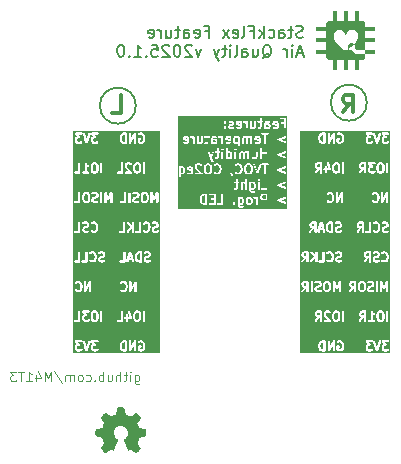
<source format=gbr>
%TF.GenerationSoftware,KiCad,Pcbnew,8.0.7*%
%TF.CreationDate,2024-12-29T21:32:39+01:00*%
%TF.ProjectId,stackflex_feature_air_qual,73746163-6b66-46c6-9578-5f6665617475,1*%
%TF.SameCoordinates,Original*%
%TF.FileFunction,Legend,Bot*%
%TF.FilePolarity,Positive*%
%FSLAX46Y46*%
G04 Gerber Fmt 4.6, Leading zero omitted, Abs format (unit mm)*
G04 Created by KiCad (PCBNEW 8.0.7) date 2024-12-29 21:32:39*
%MOMM*%
%LPD*%
G01*
G04 APERTURE LIST*
%ADD10C,0.150000*%
%ADD11C,0.300000*%
%ADD12C,0.160000*%
%ADD13C,0.200000*%
%ADD14C,0.187500*%
%ADD15C,0.100000*%
%ADD16C,0.000000*%
%ADD17R,1.700000X1.700000*%
%ADD18O,1.700000X1.700000*%
%ADD19C,5.600000*%
G04 APERTURE END LIST*
D10*
X11430000Y11732197D02*
G75*
G02*
X8382000Y11732197I-1524000J0D01*
G01*
X8382000Y11732197D02*
G75*
G02*
X11430000Y11732197I1524000J0D01*
G01*
X-8128000Y11478197D02*
G75*
G02*
X-11176000Y11478197I-1524000J0D01*
G01*
X-11176000Y11478197D02*
G75*
G02*
X-8128000Y11478197I1524000J0D01*
G01*
D11*
X-10116286Y10867172D02*
X-9402000Y10867172D01*
X-9402000Y10867172D02*
X-9402000Y12367172D01*
D12*
G36*
X825727Y3583716D02*
G01*
X845463Y3563980D01*
X869308Y3516293D01*
X869308Y3325492D01*
X845463Y3277804D01*
X825727Y3258068D01*
X778042Y3234225D01*
X663431Y3234225D01*
X648355Y3241763D01*
X648355Y3600021D01*
X663431Y3607559D01*
X778041Y3607559D01*
X825727Y3583716D01*
G37*
G36*
X-2254503Y3234225D02*
G01*
X-2351996Y3234225D01*
X-2436051Y3262243D01*
X-2489707Y3315900D01*
X-2518070Y3372625D01*
X-2551646Y3506930D01*
X-2551646Y3601521D01*
X-2518070Y3735827D01*
X-2489708Y3792550D01*
X-2436051Y3846208D01*
X-2351996Y3874225D01*
X-2254503Y3874225D01*
X-2254503Y3234225D01*
G37*
G36*
X1549537Y3583716D02*
G01*
X1569273Y3563980D01*
X1593118Y3516293D01*
X1593118Y3325492D01*
X1569273Y3277804D01*
X1549537Y3258068D01*
X1501852Y3234225D01*
X1425336Y3234225D01*
X1377649Y3258068D01*
X1357913Y3277805D01*
X1334070Y3325491D01*
X1334070Y3516293D01*
X1357912Y3563978D01*
X1377649Y3583716D01*
X1425336Y3607559D01*
X1501851Y3607559D01*
X1549537Y3583716D01*
G37*
G36*
X2850260Y3615178D02*
G01*
X2644383Y3615178D01*
X2596697Y3639021D01*
X2576960Y3658758D01*
X2553117Y3706445D01*
X2553117Y3782959D01*
X2576960Y3830646D01*
X2596697Y3850383D01*
X2644383Y3874225D01*
X2850260Y3874225D01*
X2850260Y3615178D01*
G37*
G36*
X1816204Y4871671D02*
G01*
X1835940Y4851935D01*
X1859785Y4804248D01*
X1859785Y4613447D01*
X1835940Y4565759D01*
X1816204Y4546023D01*
X1768519Y4522180D01*
X1653908Y4522180D01*
X1638832Y4529718D01*
X1638832Y4887976D01*
X1653908Y4895514D01*
X1768518Y4895514D01*
X1816204Y4871671D01*
G37*
G36*
X-4164748Y6159626D02*
G01*
X-4145012Y6139890D01*
X-4121167Y6092203D01*
X-4121167Y5901402D01*
X-4145012Y5853714D01*
X-4164748Y5833978D01*
X-4212433Y5810135D01*
X-4327044Y5810135D01*
X-4342120Y5817673D01*
X-4342120Y6175931D01*
X-4327044Y6183469D01*
X-4212434Y6183469D01*
X-4164748Y6159626D01*
G37*
G36*
X-3453178Y6165745D02*
G01*
X-3435453Y6130298D01*
X-3435453Y6094387D01*
X-3652644Y6137824D01*
X-3638683Y6165745D01*
X-3603235Y6183469D01*
X-3488625Y6183469D01*
X-3453178Y6165745D01*
G37*
G36*
X-1917130Y6426293D02*
G01*
X-1865786Y6374950D01*
X-1835453Y6253622D01*
X-1835453Y6006650D01*
X-1865786Y5885322D01*
X-1917129Y5833979D01*
X-1964815Y5810135D01*
X-2079426Y5810135D01*
X-2127112Y5833978D01*
X-2178455Y5885322D01*
X-2208787Y6006650D01*
X-2208787Y6253622D01*
X-2178455Y6374951D01*
X-2127113Y6426292D01*
X-2079426Y6450135D01*
X-1964815Y6450135D01*
X-1917130Y6426293D01*
G37*
G36*
X1511441Y6426293D02*
G01*
X1562785Y6374950D01*
X1593118Y6253622D01*
X1593118Y6006650D01*
X1562785Y5885322D01*
X1511442Y5833979D01*
X1463756Y5810135D01*
X1349145Y5810135D01*
X1301459Y5833978D01*
X1250116Y5885322D01*
X1219784Y6006650D01*
X1219784Y6253622D01*
X1250116Y6374951D01*
X1301458Y6426292D01*
X1349145Y6450135D01*
X1463756Y6450135D01*
X1511441Y6426293D01*
G37*
G36*
X-164749Y7447581D02*
G01*
X-145013Y7427845D01*
X-121168Y7380158D01*
X-121168Y7189357D01*
X-145013Y7141669D01*
X-164749Y7121933D01*
X-212434Y7098090D01*
X-327045Y7098090D01*
X-342121Y7105628D01*
X-342121Y7463886D01*
X-327045Y7471424D01*
X-212435Y7471424D01*
X-164749Y7447581D01*
G37*
G36*
X488355Y8751841D02*
G01*
X488355Y8393583D01*
X473280Y8386045D01*
X358669Y8386045D01*
X310982Y8409888D01*
X291246Y8429625D01*
X267403Y8477311D01*
X267403Y8668113D01*
X291245Y8715798D01*
X310982Y8735536D01*
X358669Y8759379D01*
X473279Y8759379D01*
X488355Y8751841D01*
G37*
G36*
X-3796037Y8741655D02*
G01*
X-3778312Y8706208D01*
X-3778312Y8670297D01*
X-3995503Y8713734D01*
X-3981542Y8741655D01*
X-3946094Y8759379D01*
X-3831484Y8759379D01*
X-3796037Y8741655D01*
G37*
G36*
X-1396036Y8513084D02*
G01*
X-1378311Y8477636D01*
X-1378311Y8439217D01*
X-1396036Y8403769D01*
X-1431482Y8386045D01*
X-1584188Y8386045D01*
X-1599264Y8393583D01*
X-1599264Y8530807D01*
X-1431482Y8530807D01*
X-1396036Y8513084D01*
G37*
G36*
X-215084Y8741655D02*
G01*
X-197359Y8706208D01*
X-197359Y8670297D01*
X-414550Y8713734D01*
X-400589Y8741655D01*
X-365141Y8759379D01*
X-250531Y8759379D01*
X-215084Y8741655D01*
G37*
G36*
X2261107Y8741655D02*
G01*
X2278832Y8706208D01*
X2278832Y8670297D01*
X2061641Y8713734D01*
X2075602Y8741655D01*
X2111050Y8759379D01*
X2225660Y8759379D01*
X2261107Y8741655D01*
G37*
G36*
X699202Y10029610D02*
G01*
X716927Y9994163D01*
X716927Y9958252D01*
X499736Y10001689D01*
X513697Y10029610D01*
X549145Y10047334D01*
X663755Y10047334D01*
X699202Y10029610D01*
G37*
G36*
X3099203Y9801039D02*
G01*
X3116928Y9765591D01*
X3116928Y9727172D01*
X3099203Y9691724D01*
X3063757Y9674000D01*
X2911051Y9674000D01*
X2895975Y9681538D01*
X2895975Y9818762D01*
X3063757Y9818762D01*
X3099203Y9801039D01*
G37*
G36*
X3784917Y10029610D02*
G01*
X3802642Y9994163D01*
X3802642Y9958252D01*
X3585451Y10001689D01*
X3599412Y10029610D01*
X3634860Y10047334D01*
X3749470Y10047334D01*
X3784917Y10029610D01*
G37*
G36*
X4699149Y2718670D02*
G01*
X-4591009Y2718670D01*
X-4591009Y3611368D01*
X-2711646Y3611368D01*
X-2711646Y3497082D01*
X-2711379Y3494362D01*
X-2711552Y3493193D01*
X-2710688Y3487349D01*
X-2710109Y3481475D01*
X-2709658Y3480385D01*
X-2709257Y3477679D01*
X-2671161Y3325298D01*
X-2670750Y3324148D01*
X-2670709Y3323571D01*
X-2668225Y3317079D01*
X-2665885Y3310530D01*
X-2665541Y3310066D01*
X-2665104Y3308924D01*
X-2627009Y3232734D01*
X-2622782Y3226018D01*
X-2621973Y3224066D01*
X-2620171Y3221870D01*
X-2618655Y3219462D01*
X-2617058Y3218077D01*
X-2612024Y3211943D01*
X-2535834Y3135752D01*
X-2523711Y3125803D01*
X-2521056Y3124703D01*
X-2518883Y3122819D01*
X-2504563Y3116425D01*
X-2390277Y3078330D01*
X-2382538Y3076571D01*
X-2380586Y3075762D01*
X-2377758Y3075484D01*
X-2374985Y3074853D01*
X-2372877Y3075003D01*
X-2364979Y3074225D01*
X-2174503Y3074225D01*
X-2158896Y3075762D01*
X-2130057Y3087707D01*
X-2107985Y3109779D01*
X-2096040Y3138618D01*
X-2096040Y3138619D01*
X-2094503Y3154225D01*
X-2094503Y3954225D01*
X-2096040Y3969832D01*
X-1910108Y3969832D01*
X-1910108Y3938618D01*
X-1898163Y3909779D01*
X-1876091Y3887707D01*
X-1847252Y3875762D01*
X-1831645Y3874225D01*
X-1530693Y3874225D01*
X-1530693Y3653273D01*
X-1717359Y3653273D01*
X-1732966Y3651736D01*
X-1761805Y3639791D01*
X-1783877Y3617719D01*
X-1795822Y3588880D01*
X-1795822Y3557666D01*
X-1783877Y3528827D01*
X-1761805Y3506755D01*
X-1732966Y3494810D01*
X-1717359Y3493273D01*
X-1530693Y3493273D01*
X-1530693Y3234225D01*
X-1831645Y3234225D01*
X-1847252Y3232688D01*
X-1876091Y3220743D01*
X-1898163Y3198671D01*
X-1910108Y3169832D01*
X-1910108Y3138618D01*
X-1898163Y3109779D01*
X-1876091Y3087707D01*
X-1847252Y3075762D01*
X-1831645Y3074225D01*
X-1450693Y3074225D01*
X-1435086Y3075762D01*
X-1406247Y3087707D01*
X-1384175Y3109779D01*
X-1372230Y3138618D01*
X-1372230Y3138619D01*
X-1370693Y3154225D01*
X-1370693Y3169832D01*
X-1262489Y3169832D01*
X-1262489Y3138618D01*
X-1250544Y3109779D01*
X-1228472Y3087707D01*
X-1199633Y3075762D01*
X-1184026Y3074225D01*
X-803074Y3074225D01*
X-787467Y3075762D01*
X-758628Y3087707D01*
X-736556Y3109779D01*
X-724611Y3138618D01*
X-724611Y3138619D01*
X-723074Y3154225D01*
X-723074Y3207926D01*
X70843Y3207926D01*
X70844Y3176712D01*
X73694Y3169832D01*
X82789Y3147874D01*
X92738Y3135751D01*
X130833Y3097657D01*
X142950Y3087713D01*
X142956Y3087707D01*
X159849Y3080710D01*
X171794Y3075762D01*
X203008Y3075761D01*
X224646Y3084724D01*
X231848Y3087707D01*
X231852Y3087712D01*
X243970Y3097656D01*
X282066Y3135751D01*
X292015Y3147873D01*
X292016Y3147874D01*
X301111Y3169832D01*
X303961Y3176712D01*
X303961Y3207926D01*
X302298Y3211943D01*
X292016Y3236766D01*
X282067Y3248888D01*
X243971Y3286985D01*
X231848Y3296934D01*
X203009Y3308879D01*
X203008Y3308879D01*
X171794Y3308879D01*
X166307Y3306606D01*
X142956Y3296934D01*
X142955Y3296933D01*
X130833Y3286984D01*
X92738Y3248888D01*
X82793Y3236771D01*
X82789Y3236766D01*
X78238Y3225779D01*
X70843Y3207926D01*
X-723074Y3207926D01*
X-723074Y3687559D01*
X488355Y3687559D01*
X488355Y3039940D01*
X489892Y3024333D01*
X490992Y3021677D01*
X491196Y3018810D01*
X496801Y3004163D01*
X534896Y2927972D01*
X539124Y2921255D01*
X539933Y2919302D01*
X541736Y2917105D01*
X543250Y2914700D01*
X544846Y2913316D01*
X549882Y2907180D01*
X587978Y2869085D01*
X594111Y2864052D01*
X595497Y2862454D01*
X597904Y2860939D01*
X600101Y2859136D01*
X602052Y2858328D01*
X608769Y2854100D01*
X684959Y2816005D01*
X699606Y2810400D01*
X702472Y2810197D01*
X705129Y2809096D01*
X720736Y2807559D01*
X835022Y2807559D01*
X850629Y2809096D01*
X853285Y2810197D01*
X856152Y2810400D01*
X870799Y2816005D01*
X946989Y2854100D01*
X960261Y2862454D01*
X980713Y2886035D01*
X990584Y2915648D01*
X988371Y2946784D01*
X974412Y2974703D01*
X950831Y2995155D01*
X921218Y3005026D01*
X890082Y3002813D01*
X875435Y2997208D01*
X816137Y2967559D01*
X739621Y2967559D01*
X691934Y2991403D01*
X672197Y3011139D01*
X648355Y3058825D01*
X648355Y3074225D01*
X796927Y3074225D01*
X812534Y3075762D01*
X815190Y3076863D01*
X818057Y3077066D01*
X832704Y3082671D01*
X908894Y3120766D01*
X915611Y3124995D01*
X917564Y3125803D01*
X919761Y3127607D01*
X922166Y3129120D01*
X923550Y3130717D01*
X929686Y3135752D01*
X967781Y3173848D01*
X972814Y3179982D01*
X974411Y3181366D01*
X975926Y3183774D01*
X977730Y3185971D01*
X978538Y3187922D01*
X982766Y3194638D01*
X1020862Y3270828D01*
X1026467Y3285474D01*
X1026670Y3288344D01*
X1027771Y3290999D01*
X1029308Y3306606D01*
X1029308Y3535178D01*
X1174070Y3535178D01*
X1174070Y3306606D01*
X1175607Y3290999D01*
X1176707Y3288343D01*
X1176911Y3285476D01*
X1182516Y3270829D01*
X1220611Y3194639D01*
X1224838Y3187923D01*
X1225647Y3185971D01*
X1227449Y3183775D01*
X1228965Y3181367D01*
X1230562Y3179982D01*
X1235596Y3173848D01*
X1273691Y3135752D01*
X1279826Y3130717D01*
X1281211Y3129120D01*
X1283615Y3127607D01*
X1285813Y3125803D01*
X1287765Y3124995D01*
X1294483Y3120766D01*
X1370674Y3082671D01*
X1385321Y3077066D01*
X1388187Y3076863D01*
X1390844Y3075762D01*
X1406451Y3074225D01*
X1520737Y3074225D01*
X1536344Y3075762D01*
X1539000Y3076863D01*
X1541867Y3077066D01*
X1556514Y3082671D01*
X1632704Y3120766D01*
X1639421Y3124995D01*
X1641374Y3125803D01*
X1643571Y3127607D01*
X1645976Y3129120D01*
X1647360Y3130717D01*
X1653496Y3135752D01*
X1691591Y3173848D01*
X1696624Y3179982D01*
X1698221Y3181366D01*
X1699736Y3183774D01*
X1701540Y3185971D01*
X1702348Y3187922D01*
X1706576Y3194638D01*
X1744672Y3270828D01*
X1750277Y3285474D01*
X1750480Y3288344D01*
X1751581Y3290999D01*
X1753118Y3306606D01*
X1753118Y3535178D01*
X1751581Y3550785D01*
X1750480Y3553441D01*
X1750277Y3556310D01*
X1744672Y3570956D01*
X1706576Y3647146D01*
X1702346Y3653865D01*
X1701539Y3655814D01*
X1699737Y3658010D01*
X1698221Y3660418D01*
X1696623Y3661804D01*
X1691590Y3667937D01*
X1656362Y3703166D01*
X1823226Y3703166D01*
X1823226Y3671952D01*
X1835171Y3643113D01*
X1857243Y3621041D01*
X1886082Y3609096D01*
X1901689Y3607559D01*
X1958994Y3607559D01*
X2006680Y3583716D01*
X2026417Y3563979D01*
X2050260Y3516293D01*
X2050260Y3154225D01*
X2051797Y3138618D01*
X2063742Y3109779D01*
X2085814Y3087707D01*
X2114653Y3075762D01*
X2145867Y3075762D01*
X2174706Y3087707D01*
X2196778Y3109779D01*
X2208723Y3138618D01*
X2210260Y3154225D01*
X2210260Y3687559D01*
X2208723Y3703166D01*
X2196778Y3732005D01*
X2174706Y3754077D01*
X2145867Y3766022D01*
X2114653Y3766022D01*
X2085814Y3754077D01*
X2065118Y3733382D01*
X2013656Y3759113D01*
X1999010Y3764718D01*
X1996142Y3764922D01*
X1993486Y3766022D01*
X1977879Y3767559D01*
X1901689Y3767559D01*
X1886082Y3766022D01*
X1857243Y3754077D01*
X1835171Y3732005D01*
X1823226Y3703166D01*
X1656362Y3703166D01*
X1653496Y3706032D01*
X1647355Y3711072D01*
X1645976Y3712662D01*
X1643577Y3714173D01*
X1641373Y3715981D01*
X1639416Y3716792D01*
X1632704Y3721017D01*
X1556515Y3759113D01*
X1541868Y3764718D01*
X1539000Y3764922D01*
X1536344Y3766022D01*
X1520737Y3767559D01*
X1406451Y3767559D01*
X1390844Y3766022D01*
X1388187Y3764922D01*
X1385320Y3764718D01*
X1370673Y3759113D01*
X1294483Y3721017D01*
X1287764Y3716788D01*
X1285814Y3715980D01*
X1283619Y3714179D01*
X1281211Y3712663D01*
X1279825Y3711066D01*
X1273691Y3706031D01*
X1235596Y3667937D01*
X1230559Y3661800D01*
X1228965Y3660417D01*
X1227452Y3658014D01*
X1225647Y3655814D01*
X1224837Y3653860D01*
X1220611Y3647145D01*
X1182516Y3570955D01*
X1176911Y3556308D01*
X1176707Y3553442D01*
X1175607Y3550785D01*
X1174070Y3535178D01*
X1029308Y3535178D01*
X1027771Y3550785D01*
X1026670Y3553441D01*
X1026467Y3556310D01*
X1020862Y3570956D01*
X982766Y3647146D01*
X978536Y3653865D01*
X977729Y3655814D01*
X975927Y3658010D01*
X974411Y3660418D01*
X972813Y3661804D01*
X967780Y3667937D01*
X929686Y3706032D01*
X923545Y3711072D01*
X922166Y3712662D01*
X919767Y3714173D01*
X917563Y3715981D01*
X915606Y3716792D01*
X908894Y3721017D01*
X832705Y3759113D01*
X818058Y3764718D01*
X815190Y3764922D01*
X812534Y3766022D01*
X796927Y3767559D01*
X644546Y3767559D01*
X628939Y3766022D01*
X626282Y3764922D01*
X623415Y3764718D01*
X608768Y3759113D01*
X605086Y3757273D01*
X583962Y3766022D01*
X552748Y3766022D01*
X523909Y3754077D01*
X501837Y3732005D01*
X489892Y3703166D01*
X488355Y3687559D01*
X-723074Y3687559D01*
X-723074Y3801844D01*
X2393117Y3801844D01*
X2393117Y3687559D01*
X2394654Y3671952D01*
X2395754Y3669296D01*
X2395958Y3666428D01*
X2401563Y3651782D01*
X2439659Y3575591D01*
X2443885Y3568877D01*
X2444695Y3566922D01*
X2446500Y3564723D01*
X2448013Y3562319D01*
X2449607Y3560937D01*
X2454644Y3554799D01*
X2492739Y3516705D01*
X2498873Y3511671D01*
X2500259Y3510073D01*
X2502667Y3508558D01*
X2504862Y3506756D01*
X2506812Y3505949D01*
X2513531Y3501719D01*
X2589721Y3463624D01*
X2604368Y3458019D01*
X2607234Y3457816D01*
X2609891Y3456715D01*
X2625498Y3455178D01*
X2850260Y3455178D01*
X2850260Y3154225D01*
X2851797Y3138618D01*
X2863742Y3109779D01*
X2885814Y3087707D01*
X2914653Y3075762D01*
X2945867Y3075762D01*
X2974706Y3087707D01*
X2996778Y3109779D01*
X3008723Y3138618D01*
X3010260Y3154225D01*
X3010260Y3471924D01*
X3841790Y3471924D01*
X3842228Y3458987D01*
X3841790Y3446050D01*
X3842754Y3443478D01*
X3842848Y3440727D01*
X3848207Y3428936D01*
X3852750Y3416823D01*
X3854626Y3414815D01*
X3855765Y3412310D01*
X3865220Y3403477D01*
X3874060Y3394015D01*
X3876566Y3392876D01*
X3878574Y3391000D01*
X3892647Y3384081D01*
X4502170Y3155510D01*
X4517323Y3151469D01*
X4548520Y3152527D01*
X4576937Y3165444D01*
X4598247Y3188252D01*
X4609207Y3217479D01*
X4608149Y3248676D01*
X4595232Y3277093D01*
X4572424Y3298403D01*
X4558350Y3305322D01*
X4148576Y3458988D01*
X4558350Y3612653D01*
X4572423Y3619572D01*
X4595232Y3640882D01*
X4608149Y3669299D01*
X4609207Y3700496D01*
X4598247Y3729723D01*
X4576936Y3752531D01*
X4548520Y3765448D01*
X4517323Y3766506D01*
X4502170Y3762465D01*
X3892647Y3533893D01*
X3878573Y3526974D01*
X3876564Y3525098D01*
X3874060Y3523959D01*
X3865226Y3514504D01*
X3855765Y3505664D01*
X3854625Y3503158D01*
X3852750Y3501150D01*
X3848209Y3489042D01*
X3842848Y3477247D01*
X3842754Y3474497D01*
X3841790Y3471924D01*
X3010260Y3471924D01*
X3010260Y3954225D01*
X3008723Y3969832D01*
X2996778Y3998671D01*
X2974706Y4020743D01*
X2945867Y4032688D01*
X2930260Y4034225D01*
X2625498Y4034225D01*
X2609891Y4032688D01*
X2607234Y4031588D01*
X2604368Y4031384D01*
X2589721Y4025779D01*
X2513531Y3987684D01*
X2506812Y3983455D01*
X2504862Y3982647D01*
X2502667Y3980846D01*
X2500259Y3979330D01*
X2498873Y3977733D01*
X2492739Y3972698D01*
X2454644Y3934604D01*
X2449607Y3928467D01*
X2448013Y3927084D01*
X2446500Y3924681D01*
X2444695Y3922481D01*
X2443885Y3920527D01*
X2439659Y3913812D01*
X2401563Y3837621D01*
X2395958Y3822975D01*
X2395754Y3820108D01*
X2394654Y3817451D01*
X2393117Y3801844D01*
X-723074Y3801844D01*
X-723074Y3954225D01*
X-724611Y3969832D01*
X-736556Y3998671D01*
X-758628Y4020743D01*
X-787467Y4032688D01*
X-818681Y4032688D01*
X-847520Y4020743D01*
X-869592Y3998671D01*
X-881537Y3969832D01*
X-883074Y3954225D01*
X-883074Y3234225D01*
X-1184026Y3234225D01*
X-1199633Y3232688D01*
X-1228472Y3220743D01*
X-1250544Y3198671D01*
X-1262489Y3169832D01*
X-1370693Y3169832D01*
X-1370693Y3954225D01*
X-1372230Y3969832D01*
X-1384175Y3998671D01*
X-1406247Y4020743D01*
X-1435086Y4032688D01*
X-1450693Y4034225D01*
X-1831645Y4034225D01*
X-1847252Y4032688D01*
X-1876091Y4020743D01*
X-1898163Y3998671D01*
X-1910108Y3969832D01*
X-2096040Y3969832D01*
X-2107985Y3998671D01*
X-2130057Y4020743D01*
X-2158896Y4032688D01*
X-2174503Y4034225D01*
X-2364979Y4034225D01*
X-2372877Y4033448D01*
X-2374985Y4033597D01*
X-2377758Y4032967D01*
X-2380586Y4032688D01*
X-2382538Y4031880D01*
X-2390277Y4030120D01*
X-2504563Y3992025D01*
X-2518883Y3985631D01*
X-2521054Y3983749D01*
X-2523711Y3982648D01*
X-2535833Y3972699D01*
X-2612024Y3896509D01*
X-2617061Y3890372D01*
X-2618655Y3888989D01*
X-2620168Y3886586D01*
X-2621973Y3884386D01*
X-2622783Y3882432D01*
X-2627009Y3875717D01*
X-2665104Y3799526D01*
X-2665541Y3798385D01*
X-2665885Y3797920D01*
X-2668225Y3791372D01*
X-2670709Y3784879D01*
X-2670750Y3784303D01*
X-2671161Y3783152D01*
X-2709257Y3630771D01*
X-2709658Y3628066D01*
X-2710109Y3626975D01*
X-2710688Y3621102D01*
X-2711552Y3615257D01*
X-2711379Y3614089D01*
X-2711646Y3611368D01*
X-4591009Y3611368D01*
X-4591009Y4991121D01*
X185130Y4991121D01*
X185130Y4959907D01*
X197075Y4931068D01*
X219147Y4908996D01*
X247986Y4897051D01*
X263593Y4895514D01*
X374069Y4895514D01*
X374069Y4575351D01*
X356345Y4539904D01*
X320899Y4522180D01*
X263593Y4522180D01*
X247986Y4520643D01*
X219147Y4508698D01*
X197075Y4486626D01*
X185130Y4457787D01*
X185130Y4426573D01*
X197075Y4397734D01*
X219147Y4375662D01*
X247986Y4363717D01*
X263593Y4362180D01*
X339784Y4362180D01*
X355391Y4363717D01*
X358047Y4364818D01*
X360914Y4365021D01*
X375561Y4370626D01*
X451751Y4408721D01*
X454359Y4410363D01*
X455593Y4410774D01*
X457128Y4412107D01*
X465023Y4417075D01*
X471595Y4424654D01*
X479174Y4431226D01*
X484142Y4439121D01*
X485475Y4440656D01*
X485886Y4441890D01*
X487528Y4444498D01*
X525623Y4520689D01*
X531228Y4535336D01*
X531431Y4538203D01*
X532532Y4540859D01*
X534069Y4556466D01*
X534069Y4861228D01*
X755022Y4861228D01*
X755022Y4442180D01*
X756559Y4426573D01*
X768504Y4397734D01*
X790576Y4375662D01*
X819415Y4363717D01*
X850629Y4363717D01*
X879468Y4375662D01*
X901540Y4397734D01*
X913485Y4426573D01*
X915022Y4442180D01*
X915022Y4842343D01*
X932745Y4877790D01*
X968193Y4895514D01*
X1044708Y4895514D01*
X1092394Y4871671D01*
X1097879Y4866186D01*
X1097879Y4442180D01*
X1099416Y4426573D01*
X1111361Y4397734D01*
X1133433Y4375662D01*
X1162272Y4363717D01*
X1193486Y4363717D01*
X1222325Y4375662D01*
X1244397Y4397734D01*
X1256342Y4426573D01*
X1257879Y4442180D01*
X1257879Y4975514D01*
X1478832Y4975514D01*
X1478832Y4327895D01*
X1480369Y4312288D01*
X1481469Y4309632D01*
X1481673Y4306765D01*
X1487278Y4292118D01*
X1525373Y4215927D01*
X1529601Y4209210D01*
X1530410Y4207257D01*
X1532213Y4205060D01*
X1533727Y4202655D01*
X1535323Y4201271D01*
X1540359Y4195135D01*
X1578455Y4157040D01*
X1584588Y4152007D01*
X1585974Y4150409D01*
X1588381Y4148894D01*
X1590578Y4147091D01*
X1592529Y4146283D01*
X1599246Y4142055D01*
X1675436Y4103960D01*
X1690083Y4098355D01*
X1692949Y4098152D01*
X1695606Y4097051D01*
X1711213Y4095514D01*
X1825499Y4095514D01*
X1841106Y4097051D01*
X1843762Y4098152D01*
X1846629Y4098355D01*
X1861276Y4103960D01*
X1937466Y4142055D01*
X1950738Y4150409D01*
X1971190Y4173990D01*
X1981061Y4203603D01*
X1978848Y4234739D01*
X1964889Y4262658D01*
X1941308Y4283110D01*
X1911695Y4292981D01*
X1880559Y4290768D01*
X1865912Y4285163D01*
X1806614Y4255514D01*
X1730098Y4255514D01*
X1682411Y4279358D01*
X1662674Y4299094D01*
X1638832Y4346780D01*
X1638832Y4362180D01*
X1787404Y4362180D01*
X1803011Y4363717D01*
X1805667Y4364818D01*
X1808534Y4365021D01*
X1823181Y4370626D01*
X1899371Y4408721D01*
X1906088Y4412950D01*
X1908041Y4413758D01*
X1910238Y4415562D01*
X1912643Y4417075D01*
X1914027Y4418672D01*
X1920163Y4423707D01*
X1958258Y4461803D01*
X1963291Y4467937D01*
X1964888Y4469321D01*
X1966403Y4471729D01*
X1968207Y4473926D01*
X1969015Y4475877D01*
X1973243Y4482593D01*
X2011339Y4558783D01*
X2016944Y4573429D01*
X2017147Y4576299D01*
X2018248Y4578954D01*
X2019785Y4594561D01*
X2019785Y4823133D01*
X2018248Y4838740D01*
X2017147Y4841396D01*
X2016944Y4844265D01*
X2011339Y4858911D01*
X1973243Y4935101D01*
X1969013Y4941820D01*
X1968206Y4943769D01*
X1966404Y4945965D01*
X1964888Y4948373D01*
X1963290Y4949759D01*
X1958257Y4955892D01*
X1938636Y4975514D01*
X2202641Y4975514D01*
X2202641Y4442180D01*
X2204178Y4426573D01*
X2216123Y4397734D01*
X2238195Y4375662D01*
X2267034Y4363717D01*
X2298248Y4363717D01*
X2327087Y4375662D01*
X2349159Y4397734D01*
X2361104Y4426573D01*
X2362641Y4442180D01*
X2362641Y4457787D01*
X2470845Y4457787D01*
X2470845Y4426573D01*
X2482790Y4397734D01*
X2504862Y4375662D01*
X2533701Y4363717D01*
X2549308Y4362180D01*
X2930260Y4362180D01*
X2945867Y4363717D01*
X2974706Y4375662D01*
X2996778Y4397734D01*
X3008723Y4426573D01*
X3010260Y4442180D01*
X3010260Y4759879D01*
X3841790Y4759879D01*
X3842228Y4746942D01*
X3841790Y4734005D01*
X3842754Y4731433D01*
X3842848Y4728682D01*
X3848207Y4716891D01*
X3852750Y4704778D01*
X3854626Y4702770D01*
X3855765Y4700265D01*
X3865220Y4691432D01*
X3874060Y4681970D01*
X3876566Y4680831D01*
X3878574Y4678955D01*
X3892647Y4672036D01*
X4502170Y4443465D01*
X4517323Y4439424D01*
X4548520Y4440482D01*
X4576937Y4453399D01*
X4598247Y4476207D01*
X4609207Y4505434D01*
X4608149Y4536631D01*
X4595232Y4565048D01*
X4572424Y4586358D01*
X4558350Y4593277D01*
X4148576Y4746943D01*
X4558350Y4900608D01*
X4572423Y4907527D01*
X4595232Y4928837D01*
X4608149Y4957254D01*
X4609207Y4988451D01*
X4598247Y5017678D01*
X4576936Y5040486D01*
X4548520Y5053403D01*
X4517323Y5054461D01*
X4502170Y5050420D01*
X3892647Y4821848D01*
X3878573Y4814929D01*
X3876564Y4813053D01*
X3874060Y4811914D01*
X3865226Y4802459D01*
X3855765Y4793619D01*
X3854625Y4791113D01*
X3852750Y4789105D01*
X3848209Y4776997D01*
X3842848Y4765202D01*
X3842754Y4762452D01*
X3841790Y4759879D01*
X3010260Y4759879D01*
X3010260Y5242180D01*
X3008723Y5257787D01*
X2996778Y5286626D01*
X2974706Y5308698D01*
X2945867Y5320643D01*
X2914653Y5320643D01*
X2885814Y5308698D01*
X2863742Y5286626D01*
X2851797Y5257787D01*
X2850260Y5242180D01*
X2850260Y4522180D01*
X2549308Y4522180D01*
X2533701Y4520643D01*
X2504862Y4508698D01*
X2482790Y4486626D01*
X2470845Y4457787D01*
X2362641Y4457787D01*
X2362641Y4975514D01*
X2361104Y4991121D01*
X2349159Y5019960D01*
X2327087Y5042032D01*
X2298248Y5053977D01*
X2267034Y5053977D01*
X2238195Y5042032D01*
X2216123Y5019960D01*
X2204178Y4991121D01*
X2202641Y4975514D01*
X1938636Y4975514D01*
X1920163Y4993987D01*
X1914022Y4999027D01*
X1912643Y5000617D01*
X1910244Y5002128D01*
X1908040Y5003936D01*
X1906083Y5004747D01*
X1899371Y5008972D01*
X1823182Y5047068D01*
X1808535Y5052673D01*
X1805667Y5052877D01*
X1803011Y5053977D01*
X1787404Y5055514D01*
X1635023Y5055514D01*
X1619416Y5053977D01*
X1616759Y5052877D01*
X1613892Y5052673D01*
X1599245Y5047068D01*
X1595563Y5045228D01*
X1574439Y5053977D01*
X1543225Y5053977D01*
X1514386Y5042032D01*
X1492314Y5019960D01*
X1480369Y4991121D01*
X1478832Y4975514D01*
X1257879Y4975514D01*
X1257879Y5219692D01*
X2166083Y5219692D01*
X2166083Y5188478D01*
X2178028Y5159639D01*
X2187977Y5147516D01*
X2226072Y5109422D01*
X2238189Y5099478D01*
X2238195Y5099472D01*
X2255088Y5092475D01*
X2267033Y5087527D01*
X2298247Y5087526D01*
X2315141Y5094525D01*
X2327087Y5099472D01*
X2327091Y5099477D01*
X2339209Y5109421D01*
X2377305Y5147516D01*
X2387254Y5159638D01*
X2399200Y5188477D01*
X2399200Y5219691D01*
X2399200Y5219692D01*
X2399200Y5219693D01*
X2387254Y5248532D01*
X2377305Y5260654D01*
X2339209Y5298749D01*
X2327091Y5308694D01*
X2327087Y5308698D01*
X2315141Y5313646D01*
X2298247Y5320644D01*
X2267033Y5320643D01*
X2255088Y5315696D01*
X2238195Y5308698D01*
X2238189Y5308693D01*
X2226072Y5298748D01*
X2187977Y5260654D01*
X2178029Y5248532D01*
X2178028Y5248531D01*
X2166083Y5219692D01*
X1257879Y5219692D01*
X1257879Y5242180D01*
X1256342Y5257787D01*
X1244397Y5286626D01*
X1222325Y5308698D01*
X1193486Y5320643D01*
X1162272Y5320643D01*
X1133433Y5308698D01*
X1111361Y5286626D01*
X1099416Y5257787D01*
X1097879Y5242180D01*
X1097879Y5047640D01*
X1084725Y5052673D01*
X1081857Y5052877D01*
X1079201Y5053977D01*
X1063594Y5055514D01*
X949308Y5055514D01*
X933701Y5053977D01*
X931044Y5052877D01*
X928177Y5052673D01*
X913530Y5047068D01*
X837340Y5008972D01*
X834731Y5007331D01*
X833498Y5006919D01*
X831962Y5005587D01*
X824068Y5000618D01*
X817495Y4993040D01*
X809917Y4986467D01*
X804948Y4978574D01*
X803615Y4977036D01*
X803203Y4975802D01*
X801563Y4973195D01*
X763468Y4897005D01*
X757863Y4882358D01*
X757659Y4879492D01*
X756559Y4876835D01*
X755022Y4861228D01*
X534069Y4861228D01*
X534069Y4895514D01*
X568355Y4895514D01*
X583962Y4897051D01*
X612801Y4908996D01*
X634873Y4931068D01*
X646818Y4959907D01*
X646818Y4991121D01*
X634873Y5019960D01*
X612801Y5042032D01*
X583962Y5053977D01*
X568355Y5055514D01*
X534069Y5055514D01*
X534069Y5242180D01*
X532532Y5257787D01*
X520587Y5286626D01*
X498515Y5308698D01*
X469676Y5320643D01*
X438462Y5320643D01*
X409623Y5308698D01*
X387551Y5286626D01*
X375606Y5257787D01*
X374069Y5242180D01*
X374069Y5055514D01*
X263593Y5055514D01*
X247986Y5053977D01*
X219147Y5042032D01*
X197075Y5019960D01*
X185130Y4991121D01*
X-4591009Y4991121D01*
X-4591009Y6263469D01*
X-4502120Y6263469D01*
X-4502120Y5463469D01*
X-4500583Y5447862D01*
X-4488638Y5419023D01*
X-4466566Y5396951D01*
X-4437727Y5385006D01*
X-4406513Y5385006D01*
X-4377674Y5396951D01*
X-4355602Y5419023D01*
X-4343657Y5447862D01*
X-4342120Y5463469D01*
X-4342120Y5650135D01*
X-4193548Y5650135D01*
X-4177941Y5651672D01*
X-4175285Y5652773D01*
X-4172418Y5652976D01*
X-4157771Y5658581D01*
X-4081581Y5696676D01*
X-4074864Y5700905D01*
X-4072911Y5701713D01*
X-4070714Y5703517D01*
X-4068309Y5705030D01*
X-4066925Y5706627D01*
X-4060789Y5711662D01*
X-4022694Y5749758D01*
X-4017661Y5755892D01*
X-4016064Y5757276D01*
X-4014549Y5759684D01*
X-4012745Y5761881D01*
X-4011937Y5763832D01*
X-4007709Y5770548D01*
X-3969613Y5846738D01*
X-3964008Y5861384D01*
X-3963805Y5864254D01*
X-3962704Y5866909D01*
X-3961167Y5882516D01*
X-3961167Y6111088D01*
X-3962704Y6126695D01*
X-3963805Y6129351D01*
X-3964008Y6132220D01*
X-3969613Y6146866D01*
X-3970772Y6149183D01*
X-3816406Y6149183D01*
X-3816406Y6072992D01*
X-3814869Y6057385D01*
X-3811871Y6050146D01*
X-3810349Y6042454D01*
X-3805955Y6035863D01*
X-3802924Y6028546D01*
X-3797383Y6023005D01*
X-3793034Y6016482D01*
X-3786453Y6012075D01*
X-3780852Y6006474D01*
X-3773612Y6003476D01*
X-3767098Y5999113D01*
X-3752095Y5994546D01*
X-3752016Y5994531D01*
X-3752013Y5994529D01*
X-3752010Y5994529D01*
X-3435453Y5931219D01*
X-3435453Y5863307D01*
X-3453178Y5827859D01*
X-3488624Y5810135D01*
X-3603235Y5810135D01*
X-3662534Y5839784D01*
X-3677181Y5845389D01*
X-3708317Y5847602D01*
X-3737930Y5837731D01*
X-3761511Y5817279D01*
X-3775470Y5789360D01*
X-3777683Y5758224D01*
X-3767812Y5728611D01*
X-3747360Y5705030D01*
X-3734088Y5696676D01*
X-3657897Y5658581D01*
X-3643250Y5652976D01*
X-3640384Y5652773D01*
X-3637727Y5651672D01*
X-3622120Y5650135D01*
X-3469739Y5650135D01*
X-3454132Y5651672D01*
X-3451476Y5652773D01*
X-3448609Y5652976D01*
X-3433962Y5658581D01*
X-3357772Y5696676D01*
X-3355166Y5698317D01*
X-3353931Y5698728D01*
X-3352394Y5700062D01*
X-3344500Y5705030D01*
X-3337928Y5712609D01*
X-3330349Y5719181D01*
X-3325381Y5727076D01*
X-3324048Y5728611D01*
X-3323637Y5729845D01*
X-3321995Y5732453D01*
X-3283899Y5808643D01*
X-3278294Y5823290D01*
X-3278091Y5826158D01*
X-3276990Y5828814D01*
X-3275453Y5844421D01*
X-3275453Y6149183D01*
X-3276990Y6164790D01*
X-3278091Y6167446D01*
X-3278294Y6170315D01*
X-3283899Y6184961D01*
X-3321995Y6261151D01*
X-3323638Y6263761D01*
X-3324048Y6264991D01*
X-3325377Y6266524D01*
X-3330350Y6274423D01*
X-3337932Y6280999D01*
X-3344500Y6288572D01*
X-3352392Y6293541D01*
X-3353931Y6294875D01*
X-3355167Y6295287D01*
X-3357772Y6296927D01*
X-3433961Y6335023D01*
X-3448608Y6340628D01*
X-3451476Y6340832D01*
X-3454132Y6341932D01*
X-3469739Y6343469D01*
X-3622120Y6343469D01*
X-3637727Y6341932D01*
X-3640384Y6340832D01*
X-3643251Y6340628D01*
X-3657898Y6335023D01*
X-3734088Y6296927D01*
X-3736697Y6295286D01*
X-3737930Y6294874D01*
X-3739466Y6293542D01*
X-3747360Y6288573D01*
X-3753933Y6280995D01*
X-3761511Y6274422D01*
X-3766480Y6266529D01*
X-3767813Y6264991D01*
X-3768225Y6263757D01*
X-3769865Y6261150D01*
X-3807960Y6184960D01*
X-3813565Y6170313D01*
X-3813769Y6167447D01*
X-3814869Y6164790D01*
X-3816406Y6149183D01*
X-3970772Y6149183D01*
X-4007709Y6223056D01*
X-4011939Y6229775D01*
X-4012746Y6231724D01*
X-4014548Y6233920D01*
X-4016064Y6236328D01*
X-4017662Y6237714D01*
X-4022695Y6243847D01*
X-4060789Y6281942D01*
X-4066930Y6286982D01*
X-4068309Y6288572D01*
X-4070708Y6290083D01*
X-4072912Y6291891D01*
X-4074869Y6292702D01*
X-4081581Y6296927D01*
X-4157770Y6335023D01*
X-4172417Y6340628D01*
X-4175285Y6340832D01*
X-4177941Y6341932D01*
X-4193548Y6343469D01*
X-4345929Y6343469D01*
X-4361536Y6341932D01*
X-4364193Y6340832D01*
X-4367060Y6340628D01*
X-4381707Y6335023D01*
X-4385389Y6333183D01*
X-4406513Y6341932D01*
X-4437727Y6341932D01*
X-4466566Y6329987D01*
X-4488638Y6307915D01*
X-4500583Y6279076D01*
X-4502120Y6263469D01*
X-4591009Y6263469D01*
X-4591009Y6377754D01*
X-3130691Y6377754D01*
X-3130691Y6301564D01*
X-3129914Y6293667D01*
X-3130063Y6291558D01*
X-3129433Y6288786D01*
X-3129154Y6285957D01*
X-3128346Y6284006D01*
X-3126586Y6276266D01*
X-3088491Y6161980D01*
X-3082097Y6147660D01*
X-3080215Y6145490D01*
X-3079114Y6142832D01*
X-3069165Y6130709D01*
X-2748590Y5810135D01*
X-3050691Y5810135D01*
X-3066298Y5808598D01*
X-3095137Y5796653D01*
X-3117209Y5774581D01*
X-3129154Y5745742D01*
X-3129154Y5714528D01*
X-3117209Y5685689D01*
X-3095137Y5663617D01*
X-3066298Y5651672D01*
X-3050691Y5650135D01*
X-2555453Y5650135D01*
X-2539856Y5651671D01*
X-2539846Y5651671D01*
X-2511007Y5663617D01*
X-2488935Y5685689D01*
X-2476989Y5714528D01*
X-2476989Y5745742D01*
X-2488935Y5774581D01*
X-2498884Y5786703D01*
X-2942674Y6230494D01*
X-2953665Y6263469D01*
X-2368787Y6263469D01*
X-2368787Y5996802D01*
X-2368520Y5994082D01*
X-2368693Y5992913D01*
X-2367829Y5987069D01*
X-2367250Y5981195D01*
X-2366799Y5980105D01*
X-2366398Y5977399D01*
X-2328303Y5825018D01*
X-2323027Y5810250D01*
X-2319487Y5805472D01*
X-2317210Y5799975D01*
X-2307261Y5787852D01*
X-2231070Y5711662D01*
X-2224936Y5706628D01*
X-2223550Y5705030D01*
X-2221142Y5703515D01*
X-2218947Y5701713D01*
X-2216997Y5700906D01*
X-2210278Y5696676D01*
X-2134088Y5658581D01*
X-2119441Y5652976D01*
X-2116575Y5652773D01*
X-2113918Y5651672D01*
X-2098311Y5650135D01*
X-1945930Y5650135D01*
X-1930323Y5651672D01*
X-1927667Y5652773D01*
X-1924800Y5652976D01*
X-1910153Y5658581D01*
X-1833962Y5696676D01*
X-1827244Y5700906D01*
X-1825293Y5701713D01*
X-1823099Y5703515D01*
X-1820690Y5705030D01*
X-1819305Y5706628D01*
X-1813170Y5711662D01*
X-1736980Y5787853D01*
X-1727031Y5799976D01*
X-1724755Y5805472D01*
X-1721214Y5810250D01*
X-1715938Y5825018D01*
X-1677842Y5977399D01*
X-1677442Y5980105D01*
X-1676990Y5981195D01*
X-1676412Y5987069D01*
X-1675547Y5992913D01*
X-1675721Y5994082D01*
X-1675453Y5996802D01*
X-1675453Y6263469D01*
X-1675721Y6266190D01*
X-1675547Y6267358D01*
X-1676412Y6273203D01*
X-1676990Y6279076D01*
X-1677442Y6280167D01*
X-1677842Y6282872D01*
X-1715938Y6435253D01*
X-1717041Y6438339D01*
X-1529156Y6438339D01*
X-1517210Y6409500D01*
X-1495139Y6387428D01*
X-1466300Y6375482D01*
X-1435086Y6375481D01*
X-1406247Y6387427D01*
X-1394124Y6397376D01*
X-1369383Y6422117D01*
X-1285328Y6450135D01*
X-1235103Y6450135D01*
X-1151050Y6422118D01*
X-1097393Y6368461D01*
X-1069030Y6311737D01*
X-1035453Y6177431D01*
X-1035453Y6082840D01*
X-1069030Y5948535D01*
X-1097393Y5891810D01*
X-1151049Y5838153D01*
X-1235103Y5810135D01*
X-1285328Y5810135D01*
X-1369382Y5838153D01*
X-1394123Y5862895D01*
X-1406246Y5872844D01*
X-1435085Y5884789D01*
X-1466299Y5884789D01*
X-1495138Y5872844D01*
X-1517210Y5850772D01*
X-1529155Y5821933D01*
X-1529155Y5790719D01*
X-1517210Y5761880D01*
X-1507261Y5749757D01*
X-1469164Y5711661D01*
X-1457042Y5701712D01*
X-1454385Y5700612D01*
X-1452214Y5698729D01*
X-1437894Y5692335D01*
X-1323609Y5654240D01*
X-1315870Y5652481D01*
X-1313918Y5651672D01*
X-1311090Y5651394D01*
X-1308317Y5650763D01*
X-1306209Y5650913D01*
X-1298311Y5650135D01*
X-1222120Y5650135D01*
X-1214223Y5650913D01*
X-1212114Y5650763D01*
X-1209342Y5651394D01*
X-1206513Y5651672D01*
X-1204562Y5652481D01*
X-1196822Y5654240D01*
X-1082536Y5692335D01*
X-1068216Y5698729D01*
X-1066044Y5700613D01*
X-1063388Y5701713D01*
X-1051265Y5711662D01*
X-994698Y5768230D01*
X-121168Y5768230D01*
X-121168Y5730135D01*
X-119631Y5714528D01*
X-118531Y5711872D01*
X-118327Y5709005D01*
X-112722Y5694358D01*
X-74627Y5618168D01*
X-70399Y5611451D01*
X-69590Y5609498D01*
X-67787Y5607301D01*
X-66273Y5604896D01*
X-64677Y5603512D01*
X-59641Y5597376D01*
X-21545Y5559281D01*
X-9422Y5549332D01*
X19417Y5537387D01*
X50631Y5537387D01*
X79470Y5549333D01*
X101541Y5571405D01*
X113486Y5600244D01*
X113486Y5631458D01*
X101540Y5660297D01*
X91591Y5672419D01*
X62674Y5701335D01*
X38832Y5749020D01*
X38832Y5768230D01*
X37295Y5783837D01*
X25350Y5812676D01*
X3278Y5834748D01*
X-25561Y5846693D01*
X-56775Y5846693D01*
X-85614Y5834748D01*
X-107686Y5812676D01*
X-119631Y5783837D01*
X-121168Y5768230D01*
X-994698Y5768230D01*
X-975075Y5787853D01*
X-970042Y5793987D01*
X-968444Y5795372D01*
X-966929Y5797780D01*
X-965126Y5799976D01*
X-964318Y5801928D01*
X-960090Y5808644D01*
X-921995Y5884834D01*
X-921559Y5885976D01*
X-921214Y5886440D01*
X-918875Y5892989D01*
X-916390Y5899481D01*
X-916350Y5900058D01*
X-915938Y5901208D01*
X-877842Y6053589D01*
X-877442Y6056295D01*
X-876990Y6057385D01*
X-876412Y6063259D01*
X-875547Y6069103D01*
X-875721Y6070272D01*
X-875453Y6072992D01*
X-875453Y6187278D01*
X-875721Y6189999D01*
X-875547Y6191167D01*
X-876412Y6197012D01*
X-876990Y6202885D01*
X-877442Y6203976D01*
X-877842Y6206681D01*
X-915938Y6359062D01*
X-916350Y6360213D01*
X-916390Y6360789D01*
X-918875Y6367282D01*
X-921214Y6373830D01*
X-921559Y6374295D01*
X-921995Y6375436D01*
X-953446Y6438339D01*
X261320Y6438339D01*
X273266Y6409500D01*
X295337Y6387428D01*
X324176Y6375482D01*
X355390Y6375481D01*
X384229Y6387427D01*
X396352Y6397376D01*
X421093Y6422117D01*
X505148Y6450135D01*
X555373Y6450135D01*
X639426Y6422118D01*
X693083Y6368461D01*
X721446Y6311737D01*
X755023Y6177431D01*
X755023Y6082840D01*
X721446Y5948535D01*
X693083Y5891810D01*
X639427Y5838153D01*
X555373Y5810135D01*
X505148Y5810135D01*
X421094Y5838153D01*
X396353Y5862895D01*
X384230Y5872844D01*
X355391Y5884789D01*
X324177Y5884789D01*
X295338Y5872844D01*
X273266Y5850772D01*
X261321Y5821933D01*
X261321Y5790719D01*
X273266Y5761880D01*
X283215Y5749757D01*
X321312Y5711661D01*
X333434Y5701712D01*
X336091Y5700612D01*
X338262Y5698729D01*
X352582Y5692335D01*
X466867Y5654240D01*
X474606Y5652481D01*
X476558Y5651672D01*
X479386Y5651394D01*
X482159Y5650763D01*
X484267Y5650913D01*
X492165Y5650135D01*
X568356Y5650135D01*
X576253Y5650913D01*
X578362Y5650763D01*
X581134Y5651394D01*
X583963Y5651672D01*
X585914Y5652481D01*
X593654Y5654240D01*
X707940Y5692335D01*
X722260Y5698729D01*
X724432Y5700613D01*
X727088Y5701713D01*
X739211Y5711662D01*
X815401Y5787853D01*
X820434Y5793987D01*
X822032Y5795372D01*
X823547Y5797780D01*
X825350Y5799976D01*
X826158Y5801928D01*
X830386Y5808644D01*
X868481Y5884834D01*
X868917Y5885976D01*
X869262Y5886440D01*
X871601Y5892989D01*
X874086Y5899481D01*
X874126Y5900058D01*
X874538Y5901208D01*
X912634Y6053589D01*
X913034Y6056295D01*
X913486Y6057385D01*
X914064Y6063259D01*
X914929Y6069103D01*
X914755Y6070272D01*
X915023Y6072992D01*
X915023Y6187278D01*
X914755Y6189999D01*
X914929Y6191167D01*
X914064Y6197012D01*
X913486Y6202885D01*
X913034Y6203976D01*
X912634Y6206681D01*
X898437Y6263469D01*
X1059784Y6263469D01*
X1059784Y5996802D01*
X1060051Y5994082D01*
X1059878Y5992913D01*
X1060742Y5987069D01*
X1061321Y5981195D01*
X1061772Y5980105D01*
X1062173Y5977399D01*
X1100268Y5825018D01*
X1105544Y5810250D01*
X1109084Y5805472D01*
X1111361Y5799975D01*
X1121310Y5787852D01*
X1197501Y5711662D01*
X1203635Y5706628D01*
X1205021Y5705030D01*
X1207429Y5703515D01*
X1209624Y5701713D01*
X1211574Y5700906D01*
X1218293Y5696676D01*
X1294483Y5658581D01*
X1309130Y5652976D01*
X1311996Y5652773D01*
X1314653Y5651672D01*
X1330260Y5650135D01*
X1482641Y5650135D01*
X1498248Y5651672D01*
X1500904Y5652773D01*
X1503771Y5652976D01*
X1518418Y5658581D01*
X1594609Y5696676D01*
X1601327Y5700906D01*
X1603278Y5701713D01*
X1605472Y5703515D01*
X1607881Y5705030D01*
X1609266Y5706628D01*
X1615401Y5711662D01*
X1691591Y5787853D01*
X1701540Y5799976D01*
X1703816Y5805472D01*
X1707357Y5810250D01*
X1712633Y5825018D01*
X1750729Y5977399D01*
X1751129Y5980105D01*
X1751581Y5981195D01*
X1752159Y5987069D01*
X1753024Y5992913D01*
X1752850Y5994082D01*
X1753118Y5996802D01*
X1753118Y6263469D01*
X1752850Y6266190D01*
X1753024Y6267358D01*
X1752159Y6273203D01*
X1751581Y6279076D01*
X1751129Y6280167D01*
X1750729Y6282872D01*
X1712633Y6435253D01*
X1707357Y6450021D01*
X1703816Y6454800D01*
X1701540Y6460296D01*
X1691591Y6472418D01*
X1643881Y6520129D01*
X1822317Y6520129D01*
X1825794Y6504837D01*
X2092460Y5704837D01*
X2098854Y5690517D01*
X2102597Y5686201D01*
X2105155Y5681086D01*
X2112733Y5674514D01*
X2119306Y5666935D01*
X2124420Y5664378D01*
X2128737Y5660634D01*
X2138248Y5657464D01*
X2147225Y5652975D01*
X2152928Y5652570D01*
X2158349Y5650763D01*
X2168355Y5651474D01*
X2178361Y5650763D01*
X2183781Y5652570D01*
X2189485Y5652975D01*
X2198461Y5657464D01*
X2207973Y5660634D01*
X2212290Y5664379D01*
X2217404Y5666935D01*
X2223974Y5674511D01*
X2231555Y5681085D01*
X2234113Y5686202D01*
X2237856Y5690517D01*
X2244250Y5704837D01*
X2510917Y6504837D01*
X2511638Y6508012D01*
X2520885Y6485689D01*
X2542957Y6463617D01*
X2571796Y6451672D01*
X2587403Y6450135D01*
X2735975Y6450135D01*
X2735975Y5730135D01*
X2737512Y5714528D01*
X2749457Y5685689D01*
X2771529Y5663617D01*
X2800368Y5651672D01*
X2831582Y5651672D01*
X2860421Y5663617D01*
X2882493Y5685689D01*
X2894438Y5714528D01*
X2895975Y5730135D01*
X2895975Y6047834D01*
X3841790Y6047834D01*
X3842228Y6034897D01*
X3841790Y6021960D01*
X3842754Y6019388D01*
X3842848Y6016637D01*
X3848207Y6004846D01*
X3852750Y5992733D01*
X3854626Y5990725D01*
X3855765Y5988220D01*
X3865220Y5979387D01*
X3874060Y5969925D01*
X3876566Y5968786D01*
X3878574Y5966910D01*
X3892647Y5959991D01*
X4502170Y5731420D01*
X4517323Y5727379D01*
X4548520Y5728437D01*
X4576937Y5741354D01*
X4598247Y5764162D01*
X4609207Y5793389D01*
X4608149Y5824586D01*
X4595232Y5853003D01*
X4572424Y5874313D01*
X4558350Y5881232D01*
X4148576Y6034898D01*
X4558350Y6188563D01*
X4572423Y6195482D01*
X4595232Y6216792D01*
X4608149Y6245209D01*
X4609207Y6276406D01*
X4598247Y6305633D01*
X4576936Y6328441D01*
X4548520Y6341358D01*
X4517323Y6342416D01*
X4502170Y6338375D01*
X3892647Y6109803D01*
X3878573Y6102884D01*
X3876564Y6101008D01*
X3874060Y6099869D01*
X3865226Y6090414D01*
X3855765Y6081574D01*
X3854625Y6079068D01*
X3852750Y6077060D01*
X3848209Y6064952D01*
X3842848Y6053157D01*
X3842754Y6050407D01*
X3841790Y6047834D01*
X2895975Y6047834D01*
X2895975Y6450135D01*
X3044546Y6450135D01*
X3060153Y6451672D01*
X3088992Y6463617D01*
X3111064Y6485689D01*
X3123009Y6514528D01*
X3123009Y6545742D01*
X3111064Y6574581D01*
X3088992Y6596653D01*
X3060153Y6608598D01*
X3044546Y6610135D01*
X2587403Y6610135D01*
X2571796Y6608598D01*
X2542957Y6596653D01*
X2520885Y6574581D01*
X2511660Y6552309D01*
X2498222Y6579184D01*
X2474640Y6599636D01*
X2445028Y6609507D01*
X2413892Y6607294D01*
X2385973Y6593335D01*
X2365521Y6569753D01*
X2359127Y6555433D01*
X2168355Y5983119D01*
X1977584Y6555433D01*
X1971190Y6569753D01*
X1950739Y6593335D01*
X1922819Y6607295D01*
X1891683Y6609507D01*
X1862071Y6599636D01*
X1838489Y6579185D01*
X1824529Y6551265D01*
X1822317Y6520129D01*
X1643881Y6520129D01*
X1615401Y6548609D01*
X1609263Y6553646D01*
X1607881Y6555240D01*
X1605477Y6556753D01*
X1603278Y6558558D01*
X1601323Y6559368D01*
X1594609Y6563594D01*
X1518418Y6601689D01*
X1503771Y6607294D01*
X1500904Y6607498D01*
X1498248Y6608598D01*
X1482641Y6610135D01*
X1330260Y6610135D01*
X1314653Y6608598D01*
X1311996Y6607498D01*
X1309130Y6607294D01*
X1294483Y6601689D01*
X1218293Y6563594D01*
X1211576Y6559367D01*
X1209625Y6558558D01*
X1207428Y6556756D01*
X1205021Y6555240D01*
X1203635Y6553643D01*
X1197502Y6548609D01*
X1121311Y6472419D01*
X1111362Y6460296D01*
X1109085Y6454802D01*
X1105544Y6450021D01*
X1100268Y6435253D01*
X1062173Y6282872D01*
X1061772Y6280167D01*
X1061321Y6279076D01*
X1060742Y6273203D01*
X1059878Y6267358D01*
X1060051Y6266190D01*
X1059784Y6263469D01*
X898437Y6263469D01*
X874538Y6359062D01*
X874126Y6360213D01*
X874086Y6360789D01*
X871601Y6367282D01*
X869262Y6373830D01*
X868917Y6374295D01*
X868481Y6375436D01*
X830386Y6451627D01*
X826159Y6458342D01*
X825350Y6460296D01*
X823545Y6462496D01*
X822032Y6464899D01*
X820436Y6466284D01*
X815401Y6472418D01*
X739211Y6548609D01*
X727088Y6558558D01*
X724430Y6559659D01*
X722260Y6561541D01*
X707940Y6567935D01*
X593654Y6606030D01*
X585914Y6607790D01*
X583963Y6608598D01*
X581134Y6608877D01*
X578362Y6609507D01*
X576253Y6609358D01*
X568356Y6610135D01*
X492165Y6610135D01*
X484267Y6609358D01*
X482159Y6609507D01*
X479386Y6608877D01*
X476558Y6608598D01*
X474606Y6607790D01*
X466867Y6606030D01*
X352582Y6567935D01*
X338262Y6561541D01*
X336090Y6559659D01*
X333435Y6558558D01*
X321312Y6548609D01*
X283216Y6510514D01*
X273267Y6498392D01*
X261321Y6469553D01*
X261320Y6438339D01*
X-953446Y6438339D01*
X-960090Y6451627D01*
X-964317Y6458342D01*
X-965126Y6460296D01*
X-966931Y6462496D01*
X-968444Y6464899D01*
X-970040Y6466284D01*
X-975075Y6472418D01*
X-1051265Y6548609D01*
X-1063388Y6558558D01*
X-1066046Y6559659D01*
X-1068216Y6561541D01*
X-1082536Y6567935D01*
X-1196822Y6606030D01*
X-1204562Y6607790D01*
X-1206513Y6608598D01*
X-1209342Y6608877D01*
X-1212114Y6609507D01*
X-1214223Y6609358D01*
X-1222120Y6610135D01*
X-1298311Y6610135D01*
X-1306209Y6609358D01*
X-1308317Y6609507D01*
X-1311090Y6608877D01*
X-1313918Y6608598D01*
X-1315870Y6607790D01*
X-1323609Y6606030D01*
X-1437894Y6567935D01*
X-1452214Y6561541D01*
X-1454386Y6559659D01*
X-1457041Y6558558D01*
X-1469164Y6548609D01*
X-1507260Y6510514D01*
X-1517209Y6498392D01*
X-1529155Y6469553D01*
X-1529156Y6438339D01*
X-1717041Y6438339D01*
X-1721214Y6450021D01*
X-1724755Y6454800D01*
X-1727031Y6460296D01*
X-1736980Y6472418D01*
X-1813170Y6548609D01*
X-1819308Y6553646D01*
X-1820690Y6555240D01*
X-1823094Y6556753D01*
X-1825293Y6558558D01*
X-1827248Y6559368D01*
X-1833962Y6563594D01*
X-1910153Y6601689D01*
X-1924800Y6607294D01*
X-1927667Y6607498D01*
X-1930323Y6608598D01*
X-1945930Y6610135D01*
X-2098311Y6610135D01*
X-2113918Y6608598D01*
X-2116575Y6607498D01*
X-2119441Y6607294D01*
X-2134088Y6601689D01*
X-2210278Y6563594D01*
X-2216995Y6559367D01*
X-2218946Y6558558D01*
X-2221143Y6556756D01*
X-2223550Y6555240D01*
X-2224936Y6553643D01*
X-2231069Y6548609D01*
X-2307260Y6472419D01*
X-2317209Y6460296D01*
X-2319486Y6454802D01*
X-2323027Y6450021D01*
X-2328303Y6435253D01*
X-2366398Y6282872D01*
X-2366799Y6280167D01*
X-2367250Y6279076D01*
X-2367829Y6273203D01*
X-2368693Y6267358D01*
X-2368520Y6266190D01*
X-2368787Y6263469D01*
X-2953665Y6263469D01*
X-2970691Y6314547D01*
X-2970691Y6358870D01*
X-2946849Y6406555D01*
X-2927112Y6426293D01*
X-2879425Y6450135D01*
X-2726719Y6450135D01*
X-2679033Y6426292D01*
X-2650116Y6397376D01*
X-2637993Y6387427D01*
X-2609154Y6375482D01*
X-2577940Y6375482D01*
X-2549101Y6387428D01*
X-2527030Y6409500D01*
X-2515085Y6438339D01*
X-2515085Y6469553D01*
X-2527031Y6498392D01*
X-2536980Y6510514D01*
X-2575076Y6548609D01*
X-2581210Y6553643D01*
X-2582595Y6555240D01*
X-2585003Y6556756D01*
X-2587199Y6558558D01*
X-2589151Y6559367D01*
X-2595867Y6563594D01*
X-2672057Y6601689D01*
X-2686704Y6607294D01*
X-2689571Y6607498D01*
X-2692227Y6608598D01*
X-2707834Y6610135D01*
X-2898310Y6610135D01*
X-2913917Y6608598D01*
X-2916574Y6607498D01*
X-2919440Y6607294D01*
X-2934087Y6601689D01*
X-3010278Y6563594D01*
X-3016997Y6559365D01*
X-3018947Y6558557D01*
X-3021142Y6556756D01*
X-3023550Y6555240D01*
X-3024936Y6553643D01*
X-3031070Y6548608D01*
X-3069165Y6510514D01*
X-3074202Y6504377D01*
X-3075796Y6502994D01*
X-3077309Y6500591D01*
X-3079114Y6498391D01*
X-3079924Y6496437D01*
X-3084150Y6489722D01*
X-3122245Y6413531D01*
X-3127850Y6398884D01*
X-3128054Y6396018D01*
X-3129154Y6393361D01*
X-3130691Y6377754D01*
X-4591009Y6377754D01*
X-4591009Y7539732D01*
X-2025072Y7539732D01*
X-2021270Y7524517D01*
X-1830793Y6991183D01*
X-1830152Y6989824D01*
X-1829732Y6988379D01*
X-1753542Y6797903D01*
X-1746319Y6783983D01*
X-1745973Y6783628D01*
X-1745782Y6783168D01*
X-1735833Y6771045D01*
X-1697738Y6732951D01*
X-1691604Y6727917D01*
X-1690218Y6726319D01*
X-1687810Y6724804D01*
X-1685615Y6723002D01*
X-1683665Y6722195D01*
X-1676946Y6717965D01*
X-1600755Y6679870D01*
X-1586108Y6674265D01*
X-1554972Y6672052D01*
X-1525359Y6681923D01*
X-1501778Y6702375D01*
X-1487819Y6730294D01*
X-1485606Y6761430D01*
X-1495477Y6791043D01*
X-1515929Y6814624D01*
X-1529201Y6822978D01*
X-1593780Y6855267D01*
X-1611086Y6872573D01*
X-1669933Y7019694D01*
X-1489639Y7524517D01*
X-1485837Y7539732D01*
X-1487193Y7567031D01*
X-1452965Y7567031D01*
X-1452965Y7535817D01*
X-1441020Y7506978D01*
X-1418948Y7484906D01*
X-1390109Y7472961D01*
X-1374502Y7471424D01*
X-1264026Y7471424D01*
X-1264026Y7151261D01*
X-1281750Y7115814D01*
X-1317196Y7098090D01*
X-1374502Y7098090D01*
X-1390109Y7096553D01*
X-1418948Y7084608D01*
X-1441020Y7062536D01*
X-1452965Y7033697D01*
X-1452965Y7002483D01*
X-1441020Y6973644D01*
X-1418948Y6951572D01*
X-1390109Y6939627D01*
X-1374502Y6938090D01*
X-1298311Y6938090D01*
X-1282704Y6939627D01*
X-1280048Y6940728D01*
X-1277181Y6940931D01*
X-1262534Y6946536D01*
X-1186344Y6984631D01*
X-1183736Y6986273D01*
X-1182502Y6986684D01*
X-1180967Y6988017D01*
X-1173072Y6992985D01*
X-1166500Y7000564D01*
X-1158921Y7007136D01*
X-1153953Y7015031D01*
X-1152620Y7016566D01*
X-1152209Y7017800D01*
X-1150567Y7020408D01*
X-1112472Y7096599D01*
X-1106867Y7111246D01*
X-1106664Y7114113D01*
X-1105563Y7116769D01*
X-1104026Y7132376D01*
X-1104026Y7471424D01*
X-1069740Y7471424D01*
X-1054133Y7472961D01*
X-1025294Y7484906D01*
X-1003222Y7506978D01*
X-991277Y7535817D01*
X-991277Y7551424D01*
X-883074Y7551424D01*
X-883074Y7018090D01*
X-881537Y7002483D01*
X-869592Y6973644D01*
X-847520Y6951572D01*
X-818681Y6939627D01*
X-787467Y6939627D01*
X-758628Y6951572D01*
X-736556Y6973644D01*
X-724611Y7002483D01*
X-723074Y7018090D01*
X-723074Y7551424D01*
X-724611Y7567031D01*
X-736556Y7595870D01*
X-758628Y7617942D01*
X-787467Y7629887D01*
X-818681Y7629887D01*
X-847520Y7617942D01*
X-869592Y7595870D01*
X-881537Y7567031D01*
X-883074Y7551424D01*
X-991277Y7551424D01*
X-991277Y7567031D01*
X-1003222Y7595870D01*
X-1025294Y7617942D01*
X-1054133Y7629887D01*
X-1069740Y7631424D01*
X-1104026Y7631424D01*
X-1104026Y7795602D01*
X-919632Y7795602D01*
X-919632Y7764388D01*
X-907687Y7735549D01*
X-897738Y7723426D01*
X-859643Y7685332D01*
X-847526Y7675388D01*
X-847520Y7675382D01*
X-830627Y7668385D01*
X-818682Y7663437D01*
X-787468Y7663436D01*
X-770574Y7670435D01*
X-758628Y7675382D01*
X-758624Y7675387D01*
X-746506Y7685331D01*
X-708410Y7723426D01*
X-698461Y7735548D01*
X-686515Y7764387D01*
X-686515Y7795601D01*
X-686515Y7795602D01*
X-686515Y7795603D01*
X-695830Y7818090D01*
X-502121Y7818090D01*
X-502121Y7018090D01*
X-500584Y7002483D01*
X-488639Y6973644D01*
X-466567Y6951572D01*
X-437728Y6939627D01*
X-406514Y6939627D01*
X-385389Y6948377D01*
X-381707Y6946536D01*
X-367060Y6940931D01*
X-364194Y6940728D01*
X-361537Y6939627D01*
X-345930Y6938090D01*
X-193549Y6938090D01*
X-177942Y6939627D01*
X-175286Y6940728D01*
X-172419Y6940931D01*
X-157772Y6946536D01*
X-81582Y6984631D01*
X-74865Y6988860D01*
X-72912Y6989668D01*
X-70715Y6991472D01*
X-68310Y6992985D01*
X-66926Y6994582D01*
X-60790Y6999617D01*
X-22695Y7037713D01*
X-17662Y7043847D01*
X-16065Y7045231D01*
X-14550Y7047639D01*
X-12746Y7049836D01*
X-11938Y7051787D01*
X-7710Y7058503D01*
X30386Y7134693D01*
X35991Y7149339D01*
X36194Y7152209D01*
X37295Y7154864D01*
X38832Y7170471D01*
X38832Y7399043D01*
X37295Y7414650D01*
X36194Y7417306D01*
X35991Y7420175D01*
X30386Y7434821D01*
X-7710Y7511011D01*
X-11940Y7517730D01*
X-12747Y7519679D01*
X-14549Y7521875D01*
X-16065Y7524283D01*
X-17663Y7525669D01*
X-22696Y7531802D01*
X-42317Y7551424D01*
X221688Y7551424D01*
X221688Y7018090D01*
X223225Y7002483D01*
X235170Y6973644D01*
X257242Y6951572D01*
X286081Y6939627D01*
X317295Y6939627D01*
X346134Y6951572D01*
X368206Y6973644D01*
X380151Y7002483D01*
X381688Y7018090D01*
X381688Y7437138D01*
X602641Y7437138D01*
X602641Y7018090D01*
X604178Y7002483D01*
X616123Y6973644D01*
X638195Y6951572D01*
X667034Y6939627D01*
X698248Y6939627D01*
X727087Y6951572D01*
X749159Y6973644D01*
X761104Y7002483D01*
X762641Y7018090D01*
X762641Y7418253D01*
X780364Y7453700D01*
X815812Y7471424D01*
X892327Y7471424D01*
X927774Y7453700D01*
X945498Y7418253D01*
X945498Y7018090D01*
X947035Y7002483D01*
X958980Y6973644D01*
X981052Y6951572D01*
X1009891Y6939627D01*
X1041105Y6939627D01*
X1069944Y6951572D01*
X1092016Y6973644D01*
X1103961Y7002483D01*
X1105498Y7018090D01*
X1105498Y7418253D01*
X1123221Y7453700D01*
X1158669Y7471424D01*
X1235184Y7471424D01*
X1282870Y7447581D01*
X1288355Y7442096D01*
X1288355Y7018090D01*
X1289892Y7002483D01*
X1301837Y6973644D01*
X1323909Y6951572D01*
X1352748Y6939627D01*
X1383962Y6939627D01*
X1412801Y6951572D01*
X1434873Y6973644D01*
X1446818Y7002483D01*
X1448355Y7018090D01*
X1448355Y7551424D01*
X1669308Y7551424D01*
X1669308Y7018090D01*
X1670845Y7002483D01*
X1682790Y6973644D01*
X1704862Y6951572D01*
X1733701Y6939627D01*
X1764915Y6939627D01*
X1793754Y6951572D01*
X1801750Y6959569D01*
X1827817Y6946536D01*
X1842464Y6940931D01*
X1845330Y6940728D01*
X1847987Y6939627D01*
X1863594Y6938090D01*
X1977880Y6938090D01*
X1993487Y6939627D01*
X1996143Y6940728D01*
X1999010Y6940931D01*
X2013657Y6946536D01*
X2089847Y6984631D01*
X2092455Y6986273D01*
X2093689Y6986684D01*
X2095224Y6988017D01*
X2103119Y6992985D01*
X2109691Y7000564D01*
X2117270Y7007136D01*
X2122238Y7015031D01*
X2123571Y7016566D01*
X2123982Y7017800D01*
X2125624Y7020408D01*
X2163719Y7096599D01*
X2169324Y7111246D01*
X2169527Y7114113D01*
X2170628Y7116769D01*
X2172165Y7132376D01*
X2172165Y7551424D01*
X2170628Y7567031D01*
X2158683Y7595870D01*
X2136611Y7617942D01*
X2107772Y7629887D01*
X2076558Y7629887D01*
X2047719Y7617942D01*
X2025647Y7595870D01*
X2013702Y7567031D01*
X2012165Y7551424D01*
X2012165Y7151261D01*
X1994441Y7115814D01*
X1958995Y7098090D01*
X1882479Y7098090D01*
X1834792Y7121933D01*
X1829308Y7127418D01*
X1829308Y7551424D01*
X1827771Y7567031D01*
X1815826Y7595870D01*
X1793754Y7617942D01*
X1764915Y7629887D01*
X1733701Y7629887D01*
X1704862Y7617942D01*
X1682790Y7595870D01*
X1670845Y7567031D01*
X1669308Y7551424D01*
X1448355Y7551424D01*
X1446818Y7567031D01*
X1434873Y7595870D01*
X1412801Y7617942D01*
X1383962Y7629887D01*
X1352748Y7629887D01*
X1323909Y7617942D01*
X1315912Y7609946D01*
X1289848Y7622978D01*
X1275201Y7628583D01*
X1272333Y7628787D01*
X1269677Y7629887D01*
X1254070Y7631424D01*
X1139784Y7631424D01*
X1124177Y7629887D01*
X1121520Y7628787D01*
X1118653Y7628583D01*
X1104006Y7622978D01*
X1027816Y7584882D01*
X1025498Y7583423D01*
X1023180Y7584882D01*
X946989Y7622978D01*
X932343Y7628583D01*
X929475Y7628787D01*
X926819Y7629887D01*
X911212Y7631424D01*
X796927Y7631424D01*
X781320Y7629887D01*
X778663Y7628787D01*
X775796Y7628583D01*
X761149Y7622978D01*
X684959Y7584882D01*
X682350Y7583241D01*
X681117Y7582829D01*
X679581Y7581497D01*
X671687Y7576528D01*
X665114Y7568950D01*
X657536Y7562377D01*
X652567Y7554484D01*
X651234Y7552946D01*
X650822Y7551712D01*
X649182Y7549105D01*
X611087Y7472915D01*
X605482Y7458268D01*
X605278Y7455402D01*
X604178Y7452745D01*
X602641Y7437138D01*
X381688Y7437138D01*
X381688Y7551424D01*
X380151Y7567031D01*
X368206Y7595870D01*
X346134Y7617942D01*
X317295Y7629887D01*
X286081Y7629887D01*
X257242Y7617942D01*
X235170Y7595870D01*
X223225Y7567031D01*
X221688Y7551424D01*
X-42317Y7551424D01*
X-60790Y7569897D01*
X-66931Y7574937D01*
X-68310Y7576527D01*
X-70709Y7578038D01*
X-72913Y7579846D01*
X-74870Y7580657D01*
X-81582Y7584882D01*
X-157771Y7622978D01*
X-172418Y7628583D01*
X-175286Y7628787D01*
X-177942Y7629887D01*
X-193549Y7631424D01*
X-342121Y7631424D01*
X-342121Y7795602D01*
X185130Y7795602D01*
X185130Y7764388D01*
X197075Y7735549D01*
X207024Y7723426D01*
X245119Y7685332D01*
X257236Y7675388D01*
X257242Y7675382D01*
X274135Y7668385D01*
X286080Y7663437D01*
X317294Y7663436D01*
X334188Y7670435D01*
X346134Y7675382D01*
X346138Y7675387D01*
X358256Y7685331D01*
X396352Y7723426D01*
X406301Y7735548D01*
X418247Y7764387D01*
X418247Y7795601D01*
X418247Y7795602D01*
X418247Y7795603D01*
X408932Y7818090D01*
X2393117Y7818090D01*
X2393117Y7018090D01*
X2394654Y7002483D01*
X2406599Y6973644D01*
X2428671Y6951572D01*
X2457510Y6939627D01*
X2488724Y6939627D01*
X2517563Y6951572D01*
X2539635Y6973644D01*
X2551580Y7002483D01*
X2553117Y7018090D01*
X2553117Y7357138D01*
X2850260Y7357138D01*
X2850260Y7018090D01*
X2851797Y7002483D01*
X2863742Y6973644D01*
X2885814Y6951572D01*
X2914653Y6939627D01*
X2945867Y6939627D01*
X2974706Y6951572D01*
X2996778Y6973644D01*
X3008723Y7002483D01*
X3010260Y7018090D01*
X3010260Y7335789D01*
X3841790Y7335789D01*
X3842228Y7322852D01*
X3841790Y7309915D01*
X3842754Y7307343D01*
X3842848Y7304592D01*
X3848207Y7292801D01*
X3852750Y7280688D01*
X3854626Y7278680D01*
X3855765Y7276175D01*
X3865220Y7267342D01*
X3874060Y7257880D01*
X3876566Y7256741D01*
X3878574Y7254865D01*
X3892647Y7247946D01*
X4502170Y7019375D01*
X4517323Y7015334D01*
X4548520Y7016392D01*
X4576937Y7029309D01*
X4598247Y7052117D01*
X4609207Y7081344D01*
X4608149Y7112541D01*
X4595232Y7140958D01*
X4572424Y7162268D01*
X4558350Y7169187D01*
X4148576Y7322853D01*
X4558350Y7476518D01*
X4572423Y7483437D01*
X4595232Y7504747D01*
X4608149Y7533164D01*
X4609207Y7564361D01*
X4598247Y7593588D01*
X4576936Y7616396D01*
X4548520Y7629313D01*
X4517323Y7630371D01*
X4502170Y7626330D01*
X3892647Y7397758D01*
X3878573Y7390839D01*
X3876564Y7388963D01*
X3874060Y7387824D01*
X3865226Y7378369D01*
X3855765Y7369529D01*
X3854625Y7367023D01*
X3852750Y7365015D01*
X3848209Y7352907D01*
X3842848Y7341112D01*
X3842754Y7338362D01*
X3841790Y7335789D01*
X3010260Y7335789D01*
X3010260Y7818090D01*
X3008723Y7833697D01*
X2996778Y7862536D01*
X2974706Y7884608D01*
X2945867Y7896553D01*
X2914653Y7896553D01*
X2885814Y7884608D01*
X2863742Y7862536D01*
X2851797Y7833697D01*
X2850260Y7818090D01*
X2850260Y7517138D01*
X2553117Y7517138D01*
X2553117Y7818090D01*
X2551580Y7833697D01*
X2539635Y7862536D01*
X2517563Y7884608D01*
X2488724Y7896553D01*
X2457510Y7896553D01*
X2428671Y7884608D01*
X2406599Y7862536D01*
X2394654Y7833697D01*
X2393117Y7818090D01*
X408932Y7818090D01*
X406301Y7824442D01*
X396352Y7836564D01*
X358256Y7874659D01*
X346138Y7884604D01*
X346134Y7884608D01*
X334188Y7889556D01*
X317294Y7896554D01*
X286080Y7896553D01*
X274135Y7891606D01*
X257242Y7884608D01*
X257236Y7884603D01*
X245119Y7874658D01*
X207024Y7836564D01*
X197076Y7824442D01*
X197075Y7824441D01*
X185130Y7795602D01*
X-342121Y7795602D01*
X-342121Y7818090D01*
X-343658Y7833697D01*
X-355603Y7862536D01*
X-377675Y7884608D01*
X-406514Y7896553D01*
X-437728Y7896553D01*
X-466567Y7884608D01*
X-488639Y7862536D01*
X-500584Y7833697D01*
X-502121Y7818090D01*
X-695830Y7818090D01*
X-698461Y7824442D01*
X-708410Y7836564D01*
X-746506Y7874659D01*
X-758624Y7884604D01*
X-758628Y7884608D01*
X-770574Y7889556D01*
X-787468Y7896554D01*
X-818682Y7896553D01*
X-830627Y7891606D01*
X-847520Y7884608D01*
X-847526Y7884603D01*
X-859643Y7874658D01*
X-897738Y7836564D01*
X-907686Y7824442D01*
X-907687Y7824441D01*
X-919632Y7795602D01*
X-1104026Y7795602D01*
X-1104026Y7818090D01*
X-1105563Y7833697D01*
X-1117508Y7862536D01*
X-1139580Y7884608D01*
X-1168419Y7896553D01*
X-1199633Y7896553D01*
X-1228472Y7884608D01*
X-1250544Y7862536D01*
X-1262489Y7833697D01*
X-1264026Y7818090D01*
X-1264026Y7631424D01*
X-1374502Y7631424D01*
X-1390109Y7629887D01*
X-1418948Y7617942D01*
X-1441020Y7595870D01*
X-1452965Y7567031D01*
X-1487193Y7567031D01*
X-1487386Y7570908D01*
X-1500749Y7599118D01*
X-1523890Y7620067D01*
X-1553286Y7630565D01*
X-1584462Y7629016D01*
X-1612672Y7615653D01*
X-1633621Y7592512D01*
X-1640317Y7578331D01*
X-1755455Y7255947D01*
X-1870592Y7578331D01*
X-1877288Y7592512D01*
X-1898237Y7615653D01*
X-1926447Y7629016D01*
X-1957623Y7630565D01*
X-1987019Y7620067D01*
X-2010160Y7599118D01*
X-2023523Y7570908D01*
X-2025072Y7539732D01*
X-4591009Y7539732D01*
X-4591009Y8725093D01*
X-4159265Y8725093D01*
X-4159265Y8648902D01*
X-4157728Y8633295D01*
X-4154730Y8626056D01*
X-4153208Y8618364D01*
X-4148814Y8611773D01*
X-4145783Y8604456D01*
X-4140242Y8598915D01*
X-4135893Y8592392D01*
X-4129312Y8587985D01*
X-4123711Y8582384D01*
X-4116471Y8579386D01*
X-4109957Y8575023D01*
X-4094954Y8570456D01*
X-4094875Y8570441D01*
X-4094872Y8570439D01*
X-4094869Y8570439D01*
X-3778312Y8507129D01*
X-3778312Y8439217D01*
X-3796037Y8403769D01*
X-3831483Y8386045D01*
X-3946094Y8386045D01*
X-4005393Y8415694D01*
X-4020040Y8421299D01*
X-4051176Y8423512D01*
X-4080789Y8413641D01*
X-4104370Y8393189D01*
X-4118329Y8365270D01*
X-4120542Y8334134D01*
X-4110671Y8304521D01*
X-4090219Y8280940D01*
X-4076947Y8272586D01*
X-4000756Y8234491D01*
X-3986109Y8228886D01*
X-3983243Y8228683D01*
X-3980586Y8227582D01*
X-3964979Y8226045D01*
X-3812598Y8226045D01*
X-3796991Y8227582D01*
X-3794335Y8228683D01*
X-3791468Y8228886D01*
X-3776821Y8234491D01*
X-3700631Y8272586D01*
X-3698025Y8274227D01*
X-3696790Y8274638D01*
X-3695253Y8275972D01*
X-3687359Y8280940D01*
X-3680787Y8288519D01*
X-3673208Y8295091D01*
X-3668240Y8302986D01*
X-3666907Y8304521D01*
X-3666496Y8305755D01*
X-3664854Y8308363D01*
X-3626758Y8384553D01*
X-3621153Y8399200D01*
X-3620950Y8402068D01*
X-3619849Y8404724D01*
X-3618312Y8420331D01*
X-3618312Y8725093D01*
X-3619849Y8740700D01*
X-3620950Y8743356D01*
X-3621153Y8746225D01*
X-3626758Y8760871D01*
X-3664854Y8837061D01*
X-3666497Y8839671D01*
X-3666907Y8840901D01*
X-3668236Y8842434D01*
X-3673209Y8850333D01*
X-3678574Y8854986D01*
X-3548204Y8854986D01*
X-3548204Y8823772D01*
X-3536259Y8794933D01*
X-3514187Y8772861D01*
X-3485348Y8760916D01*
X-3469741Y8759379D01*
X-3412436Y8759379D01*
X-3364750Y8735536D01*
X-3345013Y8715799D01*
X-3321170Y8668113D01*
X-3321170Y8306045D01*
X-3319633Y8290438D01*
X-3307688Y8261599D01*
X-3285616Y8239527D01*
X-3256777Y8227582D01*
X-3225563Y8227582D01*
X-3196724Y8239527D01*
X-3174652Y8261599D01*
X-3162707Y8290438D01*
X-3161170Y8306045D01*
X-3161170Y8839379D01*
X-2940217Y8839379D01*
X-2940217Y8306045D01*
X-2938680Y8290438D01*
X-2926735Y8261599D01*
X-2904663Y8239527D01*
X-2875824Y8227582D01*
X-2844610Y8227582D01*
X-2815771Y8239527D01*
X-2807775Y8247524D01*
X-2781708Y8234491D01*
X-2767061Y8228886D01*
X-2764195Y8228683D01*
X-2761538Y8227582D01*
X-2745931Y8226045D01*
X-2631645Y8226045D01*
X-2616038Y8227582D01*
X-2613382Y8228683D01*
X-2610515Y8228886D01*
X-2595868Y8234491D01*
X-2519678Y8272586D01*
X-2517070Y8274228D01*
X-2515836Y8274639D01*
X-2514301Y8275972D01*
X-2506406Y8280940D01*
X-2499834Y8288519D01*
X-2492255Y8295091D01*
X-2487287Y8302986D01*
X-2485954Y8304521D01*
X-2485543Y8305755D01*
X-2483901Y8308363D01*
X-2445806Y8384554D01*
X-2440201Y8399201D01*
X-2439998Y8402068D01*
X-2438897Y8404724D01*
X-2437360Y8420331D01*
X-2437360Y8839379D01*
X-2438897Y8854986D01*
X-2329156Y8854986D01*
X-2329156Y8823772D01*
X-2317211Y8794933D01*
X-2295139Y8772861D01*
X-2266300Y8760916D01*
X-2250693Y8759379D01*
X-2140217Y8759379D01*
X-2140217Y8439216D01*
X-2157941Y8403769D01*
X-2193387Y8386045D01*
X-2250693Y8386045D01*
X-2266300Y8384508D01*
X-2295139Y8372563D01*
X-2317211Y8350491D01*
X-2329156Y8321652D01*
X-2329156Y8290438D01*
X-2317211Y8261599D01*
X-2295139Y8239527D01*
X-2266300Y8227582D01*
X-2250693Y8226045D01*
X-2174502Y8226045D01*
X-2158895Y8227582D01*
X-2156239Y8228683D01*
X-2153372Y8228886D01*
X-2138725Y8234491D01*
X-2062535Y8272586D01*
X-2059927Y8274228D01*
X-2058693Y8274639D01*
X-2057158Y8275972D01*
X-2049263Y8280940D01*
X-2042691Y8288519D01*
X-2035112Y8295091D01*
X-2030144Y8302986D01*
X-2028811Y8304521D01*
X-2028400Y8305755D01*
X-2026758Y8308363D01*
X-1988663Y8384554D01*
X-1983058Y8399201D01*
X-1982855Y8402068D01*
X-1981754Y8404724D01*
X-1980217Y8420331D01*
X-1980217Y8725093D01*
X-1759264Y8725093D01*
X-1759264Y8306045D01*
X-1757727Y8290438D01*
X-1745782Y8261599D01*
X-1723710Y8239527D01*
X-1694871Y8227582D01*
X-1663657Y8227582D01*
X-1642532Y8236332D01*
X-1638850Y8234491D01*
X-1624203Y8228886D01*
X-1621337Y8228683D01*
X-1618680Y8227582D01*
X-1603073Y8226045D01*
X-1412597Y8226045D01*
X-1396990Y8227582D01*
X-1394334Y8228683D01*
X-1391467Y8228886D01*
X-1376820Y8234491D01*
X-1300630Y8272586D01*
X-1298024Y8274227D01*
X-1296789Y8274638D01*
X-1295252Y8275972D01*
X-1287358Y8280940D01*
X-1280786Y8288519D01*
X-1273207Y8295091D01*
X-1268239Y8302986D01*
X-1266906Y8304521D01*
X-1266495Y8305755D01*
X-1264853Y8308363D01*
X-1226757Y8384553D01*
X-1221152Y8399200D01*
X-1220949Y8402068D01*
X-1219848Y8404724D01*
X-1218311Y8420331D01*
X-1218311Y8496521D01*
X-1219848Y8512128D01*
X-1220949Y8514785D01*
X-1221152Y8517652D01*
X-1226757Y8532299D01*
X-1264853Y8608489D01*
X-1266495Y8611098D01*
X-1266906Y8612331D01*
X-1268239Y8613867D01*
X-1273207Y8621761D01*
X-1280786Y8628334D01*
X-1287358Y8635912D01*
X-1295252Y8640881D01*
X-1296789Y8642214D01*
X-1298024Y8642626D01*
X-1300630Y8644266D01*
X-1376820Y8682361D01*
X-1391467Y8687966D01*
X-1394334Y8688170D01*
X-1396990Y8689270D01*
X-1412597Y8690807D01*
X-1584188Y8690807D01*
X-1599264Y8698345D01*
X-1599264Y8706208D01*
X-1581541Y8741655D01*
X-1546093Y8759379D01*
X-1431483Y8759379D01*
X-1372185Y8729729D01*
X-1357539Y8724124D01*
X-1326402Y8721911D01*
X-1296789Y8731781D01*
X-1273208Y8752233D01*
X-1259249Y8780152D01*
X-1257035Y8811288D01*
X-1266906Y8840901D01*
X-1279122Y8854986D01*
X-1148203Y8854986D01*
X-1148203Y8823772D01*
X-1136258Y8794933D01*
X-1114186Y8772861D01*
X-1085347Y8760916D01*
X-1069740Y8759379D01*
X-1012435Y8759379D01*
X-964749Y8735536D01*
X-945012Y8715799D01*
X-921169Y8668113D01*
X-921169Y8306045D01*
X-919632Y8290438D01*
X-907687Y8261599D01*
X-885615Y8239527D01*
X-856776Y8227582D01*
X-825562Y8227582D01*
X-796723Y8239527D01*
X-774651Y8261599D01*
X-762706Y8290438D01*
X-761169Y8306045D01*
X-761169Y8725093D01*
X-578312Y8725093D01*
X-578312Y8648902D01*
X-576775Y8633295D01*
X-573777Y8626056D01*
X-572255Y8618364D01*
X-567861Y8611773D01*
X-564830Y8604456D01*
X-559289Y8598915D01*
X-554940Y8592392D01*
X-548359Y8587985D01*
X-542758Y8582384D01*
X-535518Y8579386D01*
X-529004Y8575023D01*
X-514001Y8570456D01*
X-513922Y8570441D01*
X-513919Y8570439D01*
X-513916Y8570439D01*
X-197359Y8507129D01*
X-197359Y8439217D01*
X-215084Y8403769D01*
X-250530Y8386045D01*
X-365141Y8386045D01*
X-424440Y8415694D01*
X-439087Y8421299D01*
X-470223Y8423512D01*
X-499836Y8413641D01*
X-523417Y8393189D01*
X-537376Y8365270D01*
X-539589Y8334134D01*
X-529718Y8304521D01*
X-509266Y8280940D01*
X-495994Y8272586D01*
X-419803Y8234491D01*
X-405156Y8228886D01*
X-402290Y8228683D01*
X-399633Y8227582D01*
X-384026Y8226045D01*
X-231645Y8226045D01*
X-216038Y8227582D01*
X-213382Y8228683D01*
X-210515Y8228886D01*
X-195868Y8234491D01*
X-119678Y8272586D01*
X-117072Y8274227D01*
X-115837Y8274638D01*
X-114300Y8275972D01*
X-106406Y8280940D01*
X-99834Y8288519D01*
X-92255Y8295091D01*
X-87287Y8302986D01*
X-85954Y8304521D01*
X-85543Y8305755D01*
X-83901Y8308363D01*
X-45805Y8384553D01*
X-40200Y8399200D01*
X-39997Y8402068D01*
X-38896Y8404724D01*
X-37359Y8420331D01*
X-37359Y8686998D01*
X107403Y8686998D01*
X107403Y8458426D01*
X108940Y8442819D01*
X110040Y8440163D01*
X110244Y8437296D01*
X115849Y8422649D01*
X153944Y8346459D01*
X158171Y8339743D01*
X158980Y8337791D01*
X160782Y8335595D01*
X162298Y8333187D01*
X163895Y8331802D01*
X168929Y8325668D01*
X207024Y8287572D01*
X213159Y8282537D01*
X214544Y8280940D01*
X216948Y8279427D01*
X219146Y8277623D01*
X221098Y8276815D01*
X227816Y8272586D01*
X304007Y8234491D01*
X318654Y8228886D01*
X321520Y8228683D01*
X324177Y8227582D01*
X339784Y8226045D01*
X488355Y8226045D01*
X488355Y8039379D01*
X489892Y8023772D01*
X501837Y7994933D01*
X523909Y7972861D01*
X552748Y7960916D01*
X583962Y7960916D01*
X612801Y7972861D01*
X634873Y7994933D01*
X646818Y8023772D01*
X648355Y8039379D01*
X648355Y8725093D01*
X869308Y8725093D01*
X869308Y8306045D01*
X870845Y8290438D01*
X882790Y8261599D01*
X904862Y8239527D01*
X933701Y8227582D01*
X964915Y8227582D01*
X993754Y8239527D01*
X1015826Y8261599D01*
X1027771Y8290438D01*
X1029308Y8306045D01*
X1029308Y8706208D01*
X1047031Y8741655D01*
X1082479Y8759379D01*
X1158994Y8759379D01*
X1194441Y8741655D01*
X1212165Y8706208D01*
X1212165Y8306045D01*
X1213702Y8290438D01*
X1225647Y8261599D01*
X1247719Y8239527D01*
X1276558Y8227582D01*
X1307772Y8227582D01*
X1336611Y8239527D01*
X1358683Y8261599D01*
X1370628Y8290438D01*
X1372165Y8306045D01*
X1372165Y8706208D01*
X1389888Y8741655D01*
X1425336Y8759379D01*
X1501851Y8759379D01*
X1549537Y8735536D01*
X1555022Y8730051D01*
X1555022Y8306045D01*
X1556559Y8290438D01*
X1568504Y8261599D01*
X1590576Y8239527D01*
X1619415Y8227582D01*
X1650629Y8227582D01*
X1679468Y8239527D01*
X1701540Y8261599D01*
X1713485Y8290438D01*
X1715022Y8306045D01*
X1715022Y8725093D01*
X1897879Y8725093D01*
X1897879Y8648902D01*
X1899416Y8633295D01*
X1902414Y8626056D01*
X1903936Y8618364D01*
X1908330Y8611773D01*
X1911361Y8604456D01*
X1916902Y8598915D01*
X1921251Y8592392D01*
X1927832Y8587985D01*
X1933433Y8582384D01*
X1940673Y8579386D01*
X1947187Y8575023D01*
X1962190Y8570456D01*
X1962269Y8570441D01*
X1962272Y8570439D01*
X1962275Y8570439D01*
X2278832Y8507129D01*
X2278832Y8439217D01*
X2261107Y8403769D01*
X2225661Y8386045D01*
X2111050Y8386045D01*
X2051751Y8415694D01*
X2037104Y8421299D01*
X2005968Y8423512D01*
X1976355Y8413641D01*
X1952774Y8393189D01*
X1938815Y8365270D01*
X1936602Y8334134D01*
X1946473Y8304521D01*
X1966925Y8280940D01*
X1980197Y8272586D01*
X2056388Y8234491D01*
X2071035Y8228886D01*
X2073901Y8228683D01*
X2076558Y8227582D01*
X2092165Y8226045D01*
X2244546Y8226045D01*
X2260153Y8227582D01*
X2262809Y8228683D01*
X2265676Y8228886D01*
X2280323Y8234491D01*
X2356513Y8272586D01*
X2359119Y8274227D01*
X2360354Y8274638D01*
X2361891Y8275972D01*
X2369785Y8280940D01*
X2376357Y8288519D01*
X2383936Y8295091D01*
X2388904Y8302986D01*
X2390237Y8304521D01*
X2390648Y8305755D01*
X2392290Y8308363D01*
X2430386Y8384553D01*
X2435991Y8399200D01*
X2436194Y8402068D01*
X2437295Y8404724D01*
X2438832Y8420331D01*
X2438832Y8725093D01*
X2437295Y8740700D01*
X2436194Y8743356D01*
X2435991Y8746225D01*
X2430386Y8760871D01*
X2392290Y8837061D01*
X2390647Y8839671D01*
X2390237Y8840901D01*
X2388908Y8842434D01*
X2383935Y8850333D01*
X2376353Y8856909D01*
X2369785Y8864482D01*
X2361893Y8869451D01*
X2360354Y8870785D01*
X2359118Y8871197D01*
X2356513Y8872837D01*
X2280324Y8910933D01*
X2265677Y8916538D01*
X2262809Y8916742D01*
X2260153Y8917842D01*
X2244546Y8919379D01*
X2092165Y8919379D01*
X2076558Y8917842D01*
X2073901Y8916742D01*
X2071034Y8916538D01*
X2056387Y8910933D01*
X1980197Y8872837D01*
X1977588Y8871196D01*
X1976355Y8870784D01*
X1974819Y8869452D01*
X1966925Y8864483D01*
X1960352Y8856905D01*
X1952774Y8850332D01*
X1947805Y8842439D01*
X1946472Y8840901D01*
X1946060Y8839667D01*
X1944420Y8837060D01*
X1906325Y8760870D01*
X1900720Y8746223D01*
X1900516Y8743357D01*
X1899416Y8740700D01*
X1897879Y8725093D01*
X1715022Y8725093D01*
X1715022Y8839379D01*
X1713485Y8854986D01*
X1701540Y8883825D01*
X1679468Y8905897D01*
X1650629Y8917842D01*
X1619415Y8917842D01*
X1590576Y8905897D01*
X1582579Y8897901D01*
X1556515Y8910933D01*
X1541868Y8916538D01*
X1539000Y8916742D01*
X1536344Y8917842D01*
X1520737Y8919379D01*
X1406451Y8919379D01*
X1390844Y8917842D01*
X1388187Y8916742D01*
X1385320Y8916538D01*
X1370673Y8910933D01*
X1294483Y8872837D01*
X1292165Y8871378D01*
X1289847Y8872837D01*
X1213656Y8910933D01*
X1199010Y8916538D01*
X1196142Y8916742D01*
X1193486Y8917842D01*
X1177879Y8919379D01*
X1063594Y8919379D01*
X1047987Y8917842D01*
X1045330Y8916742D01*
X1042463Y8916538D01*
X1027816Y8910933D01*
X951626Y8872837D01*
X949017Y8871196D01*
X947784Y8870784D01*
X946248Y8869452D01*
X938354Y8864483D01*
X931781Y8856905D01*
X924203Y8850332D01*
X919234Y8842439D01*
X917901Y8840901D01*
X917489Y8839667D01*
X915849Y8837060D01*
X877754Y8760870D01*
X872149Y8746223D01*
X871945Y8743357D01*
X870845Y8740700D01*
X869308Y8725093D01*
X648355Y8725093D01*
X648355Y8839379D01*
X646818Y8854986D01*
X634873Y8883825D01*
X612801Y8905897D01*
X583962Y8917842D01*
X552748Y8917842D01*
X531623Y8909093D01*
X527943Y8910933D01*
X513296Y8916538D01*
X510428Y8916742D01*
X507772Y8917842D01*
X492165Y8919379D01*
X339784Y8919379D01*
X324177Y8917842D01*
X321520Y8916742D01*
X318653Y8916538D01*
X304006Y8910933D01*
X227816Y8872837D01*
X221097Y8868608D01*
X219147Y8867800D01*
X216952Y8865999D01*
X214544Y8864483D01*
X213158Y8862886D01*
X207024Y8857851D01*
X168929Y8819757D01*
X163892Y8813620D01*
X162298Y8812237D01*
X160785Y8809834D01*
X158980Y8807634D01*
X158170Y8805680D01*
X153944Y8798965D01*
X115849Y8722775D01*
X110244Y8708128D01*
X110040Y8705262D01*
X108940Y8702605D01*
X107403Y8686998D01*
X-37359Y8686998D01*
X-37359Y8725093D01*
X-38896Y8740700D01*
X-39997Y8743356D01*
X-40200Y8746225D01*
X-45805Y8760871D01*
X-83901Y8837061D01*
X-85544Y8839671D01*
X-85954Y8840901D01*
X-87283Y8842434D01*
X-92256Y8850333D01*
X-99838Y8856909D01*
X-106406Y8864482D01*
X-114298Y8869451D01*
X-115837Y8870785D01*
X-117073Y8871197D01*
X-119678Y8872837D01*
X-195867Y8910933D01*
X-210514Y8916538D01*
X-213382Y8916742D01*
X-216038Y8917842D01*
X-231645Y8919379D01*
X-384026Y8919379D01*
X-399633Y8917842D01*
X-402290Y8916742D01*
X-405157Y8916538D01*
X-419804Y8910933D01*
X-495994Y8872837D01*
X-498603Y8871196D01*
X-499836Y8870784D01*
X-501372Y8869452D01*
X-509266Y8864483D01*
X-515839Y8856905D01*
X-523417Y8850332D01*
X-528386Y8842439D01*
X-529719Y8840901D01*
X-530131Y8839667D01*
X-531771Y8837060D01*
X-569866Y8760870D01*
X-575471Y8746223D01*
X-575675Y8743357D01*
X-576775Y8740700D01*
X-578312Y8725093D01*
X-761169Y8725093D01*
X-761169Y8839379D01*
X-762706Y8854986D01*
X-774651Y8883825D01*
X-796723Y8905897D01*
X-825562Y8917842D01*
X-856776Y8917842D01*
X-885615Y8905897D01*
X-906311Y8885202D01*
X-957773Y8910933D01*
X-972419Y8916538D01*
X-975287Y8916742D01*
X-977943Y8917842D01*
X-993550Y8919379D01*
X-1069740Y8919379D01*
X-1085347Y8917842D01*
X-1114186Y8905897D01*
X-1136258Y8883825D01*
X-1148203Y8854986D01*
X-1279122Y8854986D01*
X-1287358Y8864482D01*
X-1300630Y8872837D01*
X-1376819Y8910933D01*
X-1391466Y8916538D01*
X-1394334Y8916742D01*
X-1396990Y8917842D01*
X-1412597Y8919379D01*
X-1564978Y8919379D01*
X-1580585Y8917842D01*
X-1583242Y8916742D01*
X-1586109Y8916538D01*
X-1600756Y8910933D01*
X-1676946Y8872837D01*
X-1679555Y8871196D01*
X-1680788Y8870784D01*
X-1682324Y8869452D01*
X-1690218Y8864483D01*
X-1696791Y8856905D01*
X-1704369Y8850332D01*
X-1709338Y8842439D01*
X-1710671Y8840901D01*
X-1711083Y8839667D01*
X-1712723Y8837060D01*
X-1750818Y8760870D01*
X-1756423Y8746223D01*
X-1756627Y8743357D01*
X-1757727Y8740700D01*
X-1759264Y8725093D01*
X-1980217Y8725093D01*
X-1980217Y8759379D01*
X-1945931Y8759379D01*
X-1930324Y8760916D01*
X-1901485Y8772861D01*
X-1879413Y8794933D01*
X-1867468Y8823772D01*
X-1867468Y8854986D01*
X-1879413Y8883825D01*
X-1901485Y8905897D01*
X-1930324Y8917842D01*
X-1945931Y8919379D01*
X-1980217Y8919379D01*
X-1980217Y9106045D01*
X-1981754Y9121652D01*
X2508940Y9121652D01*
X2508940Y9090438D01*
X2520885Y9061599D01*
X2542957Y9039527D01*
X2571796Y9027582D01*
X2587403Y9026045D01*
X2735975Y9026045D01*
X2735975Y8306045D01*
X2737512Y8290438D01*
X2749457Y8261599D01*
X2771529Y8239527D01*
X2800368Y8227582D01*
X2831582Y8227582D01*
X2860421Y8239527D01*
X2882493Y8261599D01*
X2894438Y8290438D01*
X2895975Y8306045D01*
X2895975Y8623744D01*
X3841790Y8623744D01*
X3842228Y8610807D01*
X3841790Y8597870D01*
X3842754Y8595298D01*
X3842848Y8592547D01*
X3848207Y8580756D01*
X3852750Y8568643D01*
X3854626Y8566635D01*
X3855765Y8564130D01*
X3865220Y8555297D01*
X3874060Y8545835D01*
X3876566Y8544696D01*
X3878574Y8542820D01*
X3892647Y8535901D01*
X4502170Y8307330D01*
X4517323Y8303289D01*
X4548520Y8304347D01*
X4576937Y8317264D01*
X4598247Y8340072D01*
X4609207Y8369299D01*
X4608149Y8400496D01*
X4595232Y8428913D01*
X4572424Y8450223D01*
X4558350Y8457142D01*
X4148576Y8610808D01*
X4558350Y8764473D01*
X4572423Y8771392D01*
X4595232Y8792702D01*
X4608149Y8821119D01*
X4609207Y8852316D01*
X4598247Y8881543D01*
X4576936Y8904351D01*
X4548520Y8917268D01*
X4517323Y8918326D01*
X4502170Y8914285D01*
X3892647Y8685713D01*
X3878573Y8678794D01*
X3876564Y8676918D01*
X3874060Y8675779D01*
X3865226Y8666324D01*
X3855765Y8657484D01*
X3854625Y8654978D01*
X3852750Y8652970D01*
X3848209Y8640862D01*
X3842848Y8629067D01*
X3842754Y8626317D01*
X3841790Y8623744D01*
X2895975Y8623744D01*
X2895975Y9026045D01*
X3044546Y9026045D01*
X3060153Y9027582D01*
X3088992Y9039527D01*
X3111064Y9061599D01*
X3123009Y9090438D01*
X3123009Y9121652D01*
X3111064Y9150491D01*
X3088992Y9172563D01*
X3060153Y9184508D01*
X3044546Y9186045D01*
X2587403Y9186045D01*
X2571796Y9184508D01*
X2542957Y9172563D01*
X2520885Y9150491D01*
X2508940Y9121652D01*
X-1981754Y9121652D01*
X-1993699Y9150491D01*
X-2015771Y9172563D01*
X-2044610Y9184508D01*
X-2075824Y9184508D01*
X-2104663Y9172563D01*
X-2126735Y9150491D01*
X-2138680Y9121652D01*
X-2140217Y9106045D01*
X-2140217Y8919379D01*
X-2250693Y8919379D01*
X-2266300Y8917842D01*
X-2295139Y8905897D01*
X-2317211Y8883825D01*
X-2329156Y8854986D01*
X-2438897Y8854986D01*
X-2450842Y8883825D01*
X-2472914Y8905897D01*
X-2501753Y8917842D01*
X-2532967Y8917842D01*
X-2561806Y8905897D01*
X-2583878Y8883825D01*
X-2595823Y8854986D01*
X-2597360Y8839379D01*
X-2597360Y8439216D01*
X-2615084Y8403769D01*
X-2650530Y8386045D01*
X-2727046Y8386045D01*
X-2774733Y8409888D01*
X-2780217Y8415373D01*
X-2780217Y8839379D01*
X-2781754Y8854986D01*
X-2793699Y8883825D01*
X-2815771Y8905897D01*
X-2844610Y8917842D01*
X-2875824Y8917842D01*
X-2904663Y8905897D01*
X-2926735Y8883825D01*
X-2938680Y8854986D01*
X-2940217Y8839379D01*
X-3161170Y8839379D01*
X-3162707Y8854986D01*
X-3174652Y8883825D01*
X-3196724Y8905897D01*
X-3225563Y8917842D01*
X-3256777Y8917842D01*
X-3285616Y8905897D01*
X-3306312Y8885202D01*
X-3357774Y8910933D01*
X-3372420Y8916538D01*
X-3375288Y8916742D01*
X-3377944Y8917842D01*
X-3393551Y8919379D01*
X-3469741Y8919379D01*
X-3485348Y8917842D01*
X-3514187Y8905897D01*
X-3536259Y8883825D01*
X-3548204Y8854986D01*
X-3678574Y8854986D01*
X-3680791Y8856909D01*
X-3687359Y8864482D01*
X-3695251Y8869451D01*
X-3696790Y8870785D01*
X-3698026Y8871197D01*
X-3700631Y8872837D01*
X-3776820Y8910933D01*
X-3791467Y8916538D01*
X-3794335Y8916742D01*
X-3796991Y8917842D01*
X-3812598Y8919379D01*
X-3964979Y8919379D01*
X-3980586Y8917842D01*
X-3983243Y8916742D01*
X-3986110Y8916538D01*
X-4000757Y8910933D01*
X-4076947Y8872837D01*
X-4079556Y8871196D01*
X-4080789Y8870784D01*
X-4082325Y8869452D01*
X-4090219Y8864483D01*
X-4096792Y8856905D01*
X-4104370Y8850332D01*
X-4109339Y8842439D01*
X-4110672Y8840901D01*
X-4111084Y8839667D01*
X-4112724Y8837060D01*
X-4150819Y8760870D01*
X-4156424Y8746223D01*
X-4156628Y8743357D01*
X-4157728Y8740700D01*
X-4159265Y8725093D01*
X-4591009Y8725093D01*
X-4591009Y9647701D01*
X-691061Y9647701D01*
X-691060Y9616487D01*
X-688210Y9609607D01*
X-679115Y9587649D01*
X-669166Y9575526D01*
X-631071Y9537432D01*
X-618954Y9527488D01*
X-618948Y9527482D01*
X-602055Y9520485D01*
X-590110Y9515537D01*
X-558896Y9515536D01*
X-537258Y9524499D01*
X-530056Y9527482D01*
X-530052Y9527487D01*
X-517934Y9537431D01*
X-479838Y9575526D01*
X-469889Y9587648D01*
X-469888Y9587649D01*
X-460793Y9609607D01*
X-457943Y9616487D01*
X-457943Y9647701D01*
X-460793Y9654584D01*
X-469888Y9676541D01*
X-479837Y9688663D01*
X-517933Y9726760D01*
X-530056Y9736709D01*
X-553407Y9746381D01*
X-311645Y9746381D01*
X-311645Y9708286D01*
X-310108Y9692679D01*
X-309008Y9690023D01*
X-308804Y9687155D01*
X-303199Y9672509D01*
X-265103Y9596318D01*
X-263462Y9593710D01*
X-263050Y9592476D01*
X-261718Y9590941D01*
X-256749Y9583046D01*
X-249172Y9576475D01*
X-242598Y9568895D01*
X-234701Y9563924D01*
X-233167Y9562594D01*
X-231936Y9562184D01*
X-229326Y9560541D01*
X-153136Y9522446D01*
X-138489Y9516841D01*
X-135623Y9516638D01*
X-132966Y9515537D01*
X-117359Y9514000D01*
X35022Y9514000D01*
X50629Y9515537D01*
X53285Y9516638D01*
X56152Y9516841D01*
X70799Y9522446D01*
X146990Y9560541D01*
X160262Y9568895D01*
X180714Y9592476D01*
X190585Y9622089D01*
X188372Y9653225D01*
X174413Y9681144D01*
X150832Y9701596D01*
X121219Y9711467D01*
X90083Y9709254D01*
X75436Y9703649D01*
X16137Y9674000D01*
X-98474Y9674000D01*
X-133921Y9691724D01*
X-151645Y9727172D01*
X-151645Y9727496D01*
X-133921Y9762944D01*
X-98474Y9780667D01*
X-3073Y9780667D01*
X12534Y9782204D01*
X15190Y9783305D01*
X18057Y9783508D01*
X32704Y9789113D01*
X108894Y9827208D01*
X111500Y9828849D01*
X112735Y9829260D01*
X114272Y9830594D01*
X122166Y9835562D01*
X128738Y9843141D01*
X136317Y9849713D01*
X141285Y9857608D01*
X142618Y9859143D01*
X143029Y9860377D01*
X144671Y9862985D01*
X182767Y9939175D01*
X188372Y9953822D01*
X188575Y9956690D01*
X189676Y9959346D01*
X191213Y9974953D01*
X191213Y10013048D01*
X335974Y10013048D01*
X335974Y9936857D01*
X337511Y9921250D01*
X340509Y9914011D01*
X342031Y9906319D01*
X346425Y9899728D01*
X349456Y9892411D01*
X354997Y9886870D01*
X359346Y9880347D01*
X365927Y9875940D01*
X371528Y9870339D01*
X378768Y9867341D01*
X385282Y9862978D01*
X400285Y9858411D01*
X400364Y9858396D01*
X400367Y9858394D01*
X400370Y9858394D01*
X716927Y9795084D01*
X716927Y9727172D01*
X699202Y9691724D01*
X663756Y9674000D01*
X549145Y9674000D01*
X489846Y9703649D01*
X475199Y9709254D01*
X444063Y9711467D01*
X414450Y9701596D01*
X390869Y9681144D01*
X376910Y9653225D01*
X374697Y9622089D01*
X384568Y9592476D01*
X405020Y9568895D01*
X418292Y9560541D01*
X494483Y9522446D01*
X509130Y9516841D01*
X511996Y9516638D01*
X514653Y9515537D01*
X530260Y9514000D01*
X682641Y9514000D01*
X698248Y9515537D01*
X700904Y9516638D01*
X703771Y9516841D01*
X718418Y9522446D01*
X794608Y9560541D01*
X797214Y9562182D01*
X798449Y9562593D01*
X799986Y9563927D01*
X807880Y9568895D01*
X814452Y9576474D01*
X822031Y9583046D01*
X826999Y9590941D01*
X828332Y9592476D01*
X828743Y9593710D01*
X830385Y9596318D01*
X868481Y9672508D01*
X874086Y9687155D01*
X874289Y9690023D01*
X875390Y9692679D01*
X876927Y9708286D01*
X876927Y10013048D01*
X875390Y10028655D01*
X874289Y10031311D01*
X874086Y10034180D01*
X868481Y10048826D01*
X830385Y10125016D01*
X828742Y10127626D01*
X828332Y10128856D01*
X827003Y10130389D01*
X822030Y10138288D01*
X816665Y10142941D01*
X947035Y10142941D01*
X947035Y10111727D01*
X958980Y10082888D01*
X981052Y10060816D01*
X1009891Y10048871D01*
X1025498Y10047334D01*
X1082803Y10047334D01*
X1130489Y10023491D01*
X1150226Y10003754D01*
X1174069Y9956068D01*
X1174069Y9594000D01*
X1175606Y9578393D01*
X1187551Y9549554D01*
X1209623Y9527482D01*
X1238462Y9515537D01*
X1269676Y9515537D01*
X1298515Y9527482D01*
X1320587Y9549554D01*
X1332532Y9578393D01*
X1334069Y9594000D01*
X1334069Y10127334D01*
X1555022Y10127334D01*
X1555022Y9594000D01*
X1556559Y9578393D01*
X1568504Y9549554D01*
X1590576Y9527482D01*
X1619415Y9515537D01*
X1650629Y9515537D01*
X1679468Y9527482D01*
X1687464Y9535479D01*
X1713531Y9522446D01*
X1728178Y9516841D01*
X1731044Y9516638D01*
X1733701Y9515537D01*
X1749308Y9514000D01*
X1863594Y9514000D01*
X1879201Y9515537D01*
X1881857Y9516638D01*
X1884724Y9516841D01*
X1899371Y9522446D01*
X1975561Y9560541D01*
X1978169Y9562183D01*
X1979403Y9562594D01*
X1980938Y9563927D01*
X1988833Y9568895D01*
X1995405Y9576474D01*
X2002984Y9583046D01*
X2007952Y9590941D01*
X2009285Y9592476D01*
X2009696Y9593710D01*
X2011338Y9596318D01*
X2049433Y9672509D01*
X2055038Y9687156D01*
X2055241Y9690023D01*
X2056342Y9692679D01*
X2057879Y9708286D01*
X2057879Y10127334D01*
X2056342Y10142941D01*
X2166083Y10142941D01*
X2166083Y10111727D01*
X2178028Y10082888D01*
X2200100Y10060816D01*
X2228939Y10048871D01*
X2244546Y10047334D01*
X2355022Y10047334D01*
X2355022Y9727171D01*
X2337298Y9691724D01*
X2301852Y9674000D01*
X2244546Y9674000D01*
X2228939Y9672463D01*
X2200100Y9660518D01*
X2178028Y9638446D01*
X2166083Y9609607D01*
X2166083Y9578393D01*
X2178028Y9549554D01*
X2200100Y9527482D01*
X2228939Y9515537D01*
X2244546Y9514000D01*
X2320737Y9514000D01*
X2336344Y9515537D01*
X2339000Y9516638D01*
X2341867Y9516841D01*
X2356514Y9522446D01*
X2432704Y9560541D01*
X2435312Y9562183D01*
X2436546Y9562594D01*
X2438081Y9563927D01*
X2445976Y9568895D01*
X2452548Y9576474D01*
X2460127Y9583046D01*
X2465095Y9590941D01*
X2466428Y9592476D01*
X2466839Y9593710D01*
X2468481Y9596318D01*
X2506576Y9672509D01*
X2512181Y9687156D01*
X2512384Y9690023D01*
X2513485Y9692679D01*
X2515022Y9708286D01*
X2515022Y10013048D01*
X2735975Y10013048D01*
X2735975Y9594000D01*
X2737512Y9578393D01*
X2749457Y9549554D01*
X2771529Y9527482D01*
X2800368Y9515537D01*
X2831582Y9515537D01*
X2852707Y9524287D01*
X2856389Y9522446D01*
X2871036Y9516841D01*
X2873902Y9516638D01*
X2876559Y9515537D01*
X2892166Y9514000D01*
X3082642Y9514000D01*
X3098249Y9515537D01*
X3100905Y9516638D01*
X3103772Y9516841D01*
X3118419Y9522446D01*
X3194609Y9560541D01*
X3197215Y9562182D01*
X3198450Y9562593D01*
X3199987Y9563927D01*
X3207881Y9568895D01*
X3214453Y9576474D01*
X3222032Y9583046D01*
X3227000Y9590941D01*
X3228333Y9592476D01*
X3228744Y9593710D01*
X3230386Y9596318D01*
X3268482Y9672508D01*
X3274087Y9687155D01*
X3274290Y9690023D01*
X3275391Y9692679D01*
X3276928Y9708286D01*
X3276928Y9784476D01*
X3275391Y9800083D01*
X3274290Y9802740D01*
X3274087Y9805607D01*
X3268482Y9820254D01*
X3230386Y9896444D01*
X3228744Y9899053D01*
X3228333Y9900286D01*
X3227000Y9901822D01*
X3222032Y9909716D01*
X3214453Y9916289D01*
X3207881Y9923867D01*
X3199987Y9928836D01*
X3198450Y9930169D01*
X3197215Y9930581D01*
X3194609Y9932221D01*
X3118419Y9970316D01*
X3103772Y9975921D01*
X3100905Y9976125D01*
X3098249Y9977225D01*
X3082642Y9978762D01*
X2911051Y9978762D01*
X2895975Y9986300D01*
X2895975Y9994163D01*
X2913698Y10029610D01*
X2949146Y10047334D01*
X3063756Y10047334D01*
X3123054Y10017684D01*
X3137700Y10012079D01*
X3168837Y10009866D01*
X3178384Y10013048D01*
X3421689Y10013048D01*
X3421689Y9936857D01*
X3423226Y9921250D01*
X3426224Y9914011D01*
X3427746Y9906319D01*
X3432140Y9899728D01*
X3435171Y9892411D01*
X3440712Y9886870D01*
X3445061Y9880347D01*
X3451642Y9875940D01*
X3457243Y9870339D01*
X3464483Y9867341D01*
X3470997Y9862978D01*
X3486000Y9858411D01*
X3486079Y9858396D01*
X3486082Y9858394D01*
X3486085Y9858394D01*
X3802642Y9795084D01*
X3802642Y9727172D01*
X3784917Y9691724D01*
X3749471Y9674000D01*
X3634860Y9674000D01*
X3575561Y9703649D01*
X3560914Y9709254D01*
X3529778Y9711467D01*
X3500165Y9701596D01*
X3476584Y9681144D01*
X3462625Y9653225D01*
X3460412Y9622089D01*
X3470283Y9592476D01*
X3490735Y9568895D01*
X3504007Y9560541D01*
X3580198Y9522446D01*
X3594845Y9516841D01*
X3597711Y9516638D01*
X3600368Y9515537D01*
X3615975Y9514000D01*
X3768356Y9514000D01*
X3783963Y9515537D01*
X3786619Y9516638D01*
X3789486Y9516841D01*
X3804133Y9522446D01*
X3880323Y9560541D01*
X3882929Y9562182D01*
X3884164Y9562593D01*
X3885701Y9563927D01*
X3893595Y9568895D01*
X3900167Y9576474D01*
X3907746Y9583046D01*
X3912714Y9590941D01*
X3914047Y9592476D01*
X3914458Y9593710D01*
X3916100Y9596318D01*
X3954196Y9672508D01*
X3959801Y9687155D01*
X3960004Y9690023D01*
X3961105Y9692679D01*
X3962642Y9708286D01*
X3962642Y10013048D01*
X3961105Y10028655D01*
X3960004Y10031311D01*
X3959801Y10034180D01*
X3954196Y10048826D01*
X3916100Y10125016D01*
X3914457Y10127626D01*
X3914047Y10128856D01*
X3912718Y10130389D01*
X3907745Y10138288D01*
X3900163Y10144864D01*
X3893595Y10152437D01*
X3885703Y10157406D01*
X3884164Y10158740D01*
X3882928Y10159152D01*
X3880323Y10160792D01*
X3804134Y10198888D01*
X3789487Y10204493D01*
X3786619Y10204697D01*
X3783963Y10205797D01*
X3768356Y10207334D01*
X3615975Y10207334D01*
X3600368Y10205797D01*
X3597711Y10204697D01*
X3594844Y10204493D01*
X3580197Y10198888D01*
X3504007Y10160792D01*
X3501398Y10159151D01*
X3500165Y10158739D01*
X3498629Y10157407D01*
X3490735Y10152438D01*
X3484162Y10144860D01*
X3476584Y10138287D01*
X3471615Y10130394D01*
X3470282Y10128856D01*
X3469870Y10127622D01*
X3468230Y10125015D01*
X3430135Y10048825D01*
X3424530Y10034178D01*
X3424326Y10031312D01*
X3423226Y10028655D01*
X3421689Y10013048D01*
X3178384Y10013048D01*
X3198450Y10019736D01*
X3222031Y10040188D01*
X3235990Y10068107D01*
X3238204Y10099243D01*
X3228333Y10128856D01*
X3207881Y10152437D01*
X3194609Y10160792D01*
X3118420Y10198888D01*
X3103773Y10204493D01*
X3100905Y10204697D01*
X3098249Y10205797D01*
X3082642Y10207334D01*
X2930261Y10207334D01*
X2914654Y10205797D01*
X2911997Y10204697D01*
X2909130Y10204493D01*
X2894483Y10198888D01*
X2818293Y10160792D01*
X2815684Y10159151D01*
X2814451Y10158739D01*
X2812915Y10157407D01*
X2805021Y10152438D01*
X2798448Y10144860D01*
X2790870Y10138287D01*
X2785901Y10130394D01*
X2784568Y10128856D01*
X2784156Y10127622D01*
X2782516Y10125015D01*
X2744421Y10048825D01*
X2738816Y10034178D01*
X2738612Y10031312D01*
X2737512Y10028655D01*
X2735975Y10013048D01*
X2515022Y10013048D01*
X2515022Y10047334D01*
X2549308Y10047334D01*
X2564915Y10048871D01*
X2593754Y10060816D01*
X2615826Y10082888D01*
X2627771Y10111727D01*
X2627771Y10142941D01*
X2615826Y10171780D01*
X2593754Y10193852D01*
X2564915Y10205797D01*
X2549308Y10207334D01*
X2515022Y10207334D01*
X2515022Y10394000D01*
X2513485Y10409607D01*
X4070845Y10409607D01*
X4070845Y10378393D01*
X4082790Y10349554D01*
X4104862Y10327482D01*
X4133701Y10315537D01*
X4149308Y10314000D01*
X4450260Y10314000D01*
X4450260Y10093048D01*
X4263594Y10093048D01*
X4247987Y10091511D01*
X4219148Y10079566D01*
X4197076Y10057494D01*
X4185131Y10028655D01*
X4185131Y9997441D01*
X4197076Y9968602D01*
X4219148Y9946530D01*
X4247987Y9934585D01*
X4263594Y9933048D01*
X4450260Y9933048D01*
X4450260Y9594000D01*
X4451797Y9578393D01*
X4463742Y9549554D01*
X4485814Y9527482D01*
X4514653Y9515537D01*
X4545867Y9515537D01*
X4574706Y9527482D01*
X4596778Y9549554D01*
X4608723Y9578393D01*
X4610260Y9594000D01*
X4610260Y10394000D01*
X4608723Y10409607D01*
X4596778Y10438446D01*
X4574706Y10460518D01*
X4545867Y10472463D01*
X4530260Y10474000D01*
X4149308Y10474000D01*
X4133701Y10472463D01*
X4104862Y10460518D01*
X4082790Y10438446D01*
X4070845Y10409607D01*
X2513485Y10409607D01*
X2501540Y10438446D01*
X2479468Y10460518D01*
X2450629Y10472463D01*
X2419415Y10472463D01*
X2390576Y10460518D01*
X2368504Y10438446D01*
X2356559Y10409607D01*
X2355022Y10394000D01*
X2355022Y10207334D01*
X2244546Y10207334D01*
X2228939Y10205797D01*
X2200100Y10193852D01*
X2178028Y10171780D01*
X2166083Y10142941D01*
X2056342Y10142941D01*
X2044397Y10171780D01*
X2022325Y10193852D01*
X1993486Y10205797D01*
X1962272Y10205797D01*
X1933433Y10193852D01*
X1911361Y10171780D01*
X1899416Y10142941D01*
X1897879Y10127334D01*
X1897879Y9727171D01*
X1880155Y9691724D01*
X1844709Y9674000D01*
X1768193Y9674000D01*
X1720506Y9697843D01*
X1715022Y9703328D01*
X1715022Y10127334D01*
X1713485Y10142941D01*
X1701540Y10171780D01*
X1679468Y10193852D01*
X1650629Y10205797D01*
X1619415Y10205797D01*
X1590576Y10193852D01*
X1568504Y10171780D01*
X1556559Y10142941D01*
X1555022Y10127334D01*
X1334069Y10127334D01*
X1332532Y10142941D01*
X1320587Y10171780D01*
X1298515Y10193852D01*
X1269676Y10205797D01*
X1238462Y10205797D01*
X1209623Y10193852D01*
X1188927Y10173157D01*
X1137465Y10198888D01*
X1122819Y10204493D01*
X1119951Y10204697D01*
X1117295Y10205797D01*
X1101688Y10207334D01*
X1025498Y10207334D01*
X1009891Y10205797D01*
X981052Y10193852D01*
X958980Y10171780D01*
X947035Y10142941D01*
X816665Y10142941D01*
X814448Y10144864D01*
X807880Y10152437D01*
X799988Y10157406D01*
X798449Y10158740D01*
X797213Y10159152D01*
X794608Y10160792D01*
X718419Y10198888D01*
X703772Y10204493D01*
X700904Y10204697D01*
X698248Y10205797D01*
X682641Y10207334D01*
X530260Y10207334D01*
X514653Y10205797D01*
X511996Y10204697D01*
X509129Y10204493D01*
X494482Y10198888D01*
X418292Y10160792D01*
X415683Y10159151D01*
X414450Y10158739D01*
X412914Y10157407D01*
X405020Y10152438D01*
X398447Y10144860D01*
X390869Y10138287D01*
X385900Y10130394D01*
X384567Y10128856D01*
X384155Y10127622D01*
X382515Y10125015D01*
X344420Y10048825D01*
X338815Y10034178D01*
X338611Y10031312D01*
X337511Y10028655D01*
X335974Y10013048D01*
X191213Y10013048D01*
X189676Y10028655D01*
X188575Y10031311D01*
X188372Y10034180D01*
X182767Y10048826D01*
X144671Y10125016D01*
X143028Y10127626D01*
X142618Y10128856D01*
X141289Y10130389D01*
X136316Y10138288D01*
X128734Y10144864D01*
X122166Y10152437D01*
X114274Y10157406D01*
X112735Y10158740D01*
X111499Y10159152D01*
X108894Y10160792D01*
X32705Y10198888D01*
X18058Y10204493D01*
X15190Y10204697D01*
X12534Y10205797D01*
X-3073Y10207334D01*
X-117359Y10207334D01*
X-132966Y10205797D01*
X-135622Y10204697D01*
X-138491Y10204493D01*
X-153137Y10198888D01*
X-229327Y10160792D01*
X-242599Y10152437D01*
X-263051Y10128856D01*
X-272921Y10099243D01*
X-270708Y10068107D01*
X-256748Y10040188D01*
X-233167Y10019736D01*
X-203554Y10009866D01*
X-172418Y10012079D01*
X-157771Y10017684D01*
X-98473Y10047334D01*
X-21959Y10047334D01*
X13488Y10029610D01*
X31213Y9994163D01*
X31213Y9993839D01*
X13488Y9958391D01*
X-21958Y9940667D01*
X-117359Y9940667D01*
X-132966Y9939130D01*
X-135623Y9938030D01*
X-138489Y9937826D01*
X-153136Y9932221D01*
X-229326Y9894126D01*
X-231936Y9892484D01*
X-233167Y9892073D01*
X-234701Y9890744D01*
X-242598Y9885772D01*
X-249172Y9878193D01*
X-256749Y9871621D01*
X-261718Y9863727D01*
X-263050Y9862191D01*
X-263462Y9860958D01*
X-265103Y9858349D01*
X-303199Y9782158D01*
X-308804Y9767512D01*
X-309008Y9764645D01*
X-310108Y9761988D01*
X-311645Y9746381D01*
X-553407Y9746381D01*
X-558895Y9748654D01*
X-558896Y9748654D01*
X-590110Y9748654D01*
X-595597Y9746381D01*
X-618948Y9736709D01*
X-618949Y9736708D01*
X-631071Y9726759D01*
X-669166Y9688663D01*
X-679111Y9676546D01*
X-679115Y9676541D01*
X-682705Y9667873D01*
X-691061Y9647701D01*
X-4591009Y9647701D01*
X-4591009Y10066750D01*
X-691060Y10066750D01*
X-691060Y10035536D01*
X-679115Y10006697D01*
X-669166Y9994574D01*
X-631071Y9956480D01*
X-618954Y9946536D01*
X-618948Y9946530D01*
X-604793Y9940667D01*
X-590110Y9934585D01*
X-558896Y9934584D01*
X-542002Y9941583D01*
X-530056Y9946530D01*
X-530052Y9946535D01*
X-517934Y9956479D01*
X-479838Y9994574D01*
X-469889Y10006696D01*
X-469178Y10008411D01*
X-465680Y10016857D01*
X-457943Y10035535D01*
X-457943Y10066749D01*
X-457943Y10066750D01*
X-457943Y10066751D01*
X-469889Y10095590D01*
X-479838Y10107712D01*
X-517934Y10145807D01*
X-530052Y10155752D01*
X-530056Y10155756D01*
X-542214Y10160792D01*
X-558896Y10167702D01*
X-590110Y10167701D01*
X-602055Y10162754D01*
X-618948Y10155756D01*
X-618954Y10155751D01*
X-631071Y10145806D01*
X-669166Y10107712D01*
X-679114Y10095590D01*
X-679115Y10095589D01*
X-691060Y10066750D01*
X-4591009Y10066750D01*
X-4591009Y10562889D01*
X4699149Y10562889D01*
X4699149Y2718670D01*
G37*
D11*
X9441714Y10915369D02*
X9941714Y11629655D01*
X10298857Y10915369D02*
X10298857Y12415369D01*
X10298857Y12415369D02*
X9727428Y12415369D01*
X9727428Y12415369D02*
X9584571Y12343940D01*
X9584571Y12343940D02*
X9513142Y12272512D01*
X9513142Y12272512D02*
X9441714Y12129655D01*
X9441714Y12129655D02*
X9441714Y11915369D01*
X9441714Y11915369D02*
X9513142Y11772512D01*
X9513142Y11772512D02*
X9584571Y11701083D01*
X9584571Y11701083D02*
X9727428Y11629655D01*
X9727428Y11629655D02*
X10298857Y11629655D01*
D13*
X6027945Y17284344D02*
X5885088Y17236725D01*
X5885088Y17236725D02*
X5646993Y17236725D01*
X5646993Y17236725D02*
X5551755Y17284344D01*
X5551755Y17284344D02*
X5504136Y17331964D01*
X5504136Y17331964D02*
X5456517Y17427202D01*
X5456517Y17427202D02*
X5456517Y17522440D01*
X5456517Y17522440D02*
X5504136Y17617678D01*
X5504136Y17617678D02*
X5551755Y17665297D01*
X5551755Y17665297D02*
X5646993Y17712916D01*
X5646993Y17712916D02*
X5837469Y17760535D01*
X5837469Y17760535D02*
X5932707Y17808154D01*
X5932707Y17808154D02*
X5980326Y17855773D01*
X5980326Y17855773D02*
X6027945Y17951011D01*
X6027945Y17951011D02*
X6027945Y18046249D01*
X6027945Y18046249D02*
X5980326Y18141487D01*
X5980326Y18141487D02*
X5932707Y18189106D01*
X5932707Y18189106D02*
X5837469Y18236725D01*
X5837469Y18236725D02*
X5599374Y18236725D01*
X5599374Y18236725D02*
X5456517Y18189106D01*
X5170802Y17903392D02*
X4789850Y17903392D01*
X5027945Y18236725D02*
X5027945Y17379583D01*
X5027945Y17379583D02*
X4980326Y17284344D01*
X4980326Y17284344D02*
X4885088Y17236725D01*
X4885088Y17236725D02*
X4789850Y17236725D01*
X4027945Y17236725D02*
X4027945Y17760535D01*
X4027945Y17760535D02*
X4075564Y17855773D01*
X4075564Y17855773D02*
X4170802Y17903392D01*
X4170802Y17903392D02*
X4361278Y17903392D01*
X4361278Y17903392D02*
X4456516Y17855773D01*
X4027945Y17284344D02*
X4123183Y17236725D01*
X4123183Y17236725D02*
X4361278Y17236725D01*
X4361278Y17236725D02*
X4456516Y17284344D01*
X4456516Y17284344D02*
X4504135Y17379583D01*
X4504135Y17379583D02*
X4504135Y17474821D01*
X4504135Y17474821D02*
X4456516Y17570059D01*
X4456516Y17570059D02*
X4361278Y17617678D01*
X4361278Y17617678D02*
X4123183Y17617678D01*
X4123183Y17617678D02*
X4027945Y17665297D01*
X3123183Y17284344D02*
X3218421Y17236725D01*
X3218421Y17236725D02*
X3408897Y17236725D01*
X3408897Y17236725D02*
X3504135Y17284344D01*
X3504135Y17284344D02*
X3551754Y17331964D01*
X3551754Y17331964D02*
X3599373Y17427202D01*
X3599373Y17427202D02*
X3599373Y17712916D01*
X3599373Y17712916D02*
X3551754Y17808154D01*
X3551754Y17808154D02*
X3504135Y17855773D01*
X3504135Y17855773D02*
X3408897Y17903392D01*
X3408897Y17903392D02*
X3218421Y17903392D01*
X3218421Y17903392D02*
X3123183Y17855773D01*
X2694611Y17236725D02*
X2694611Y18236725D01*
X2599373Y17617678D02*
X2313659Y17236725D01*
X2313659Y17903392D02*
X2694611Y17522440D01*
X1551754Y17760535D02*
X1885087Y17760535D01*
X1885087Y17236725D02*
X1885087Y18236725D01*
X1885087Y18236725D02*
X1408897Y18236725D01*
X885087Y17236725D02*
X980325Y17284344D01*
X980325Y17284344D02*
X1027944Y17379583D01*
X1027944Y17379583D02*
X1027944Y18236725D01*
X123182Y17284344D02*
X218420Y17236725D01*
X218420Y17236725D02*
X408896Y17236725D01*
X408896Y17236725D02*
X504134Y17284344D01*
X504134Y17284344D02*
X551753Y17379583D01*
X551753Y17379583D02*
X551753Y17760535D01*
X551753Y17760535D02*
X504134Y17855773D01*
X504134Y17855773D02*
X408896Y17903392D01*
X408896Y17903392D02*
X218420Y17903392D01*
X218420Y17903392D02*
X123182Y17855773D01*
X123182Y17855773D02*
X75563Y17760535D01*
X75563Y17760535D02*
X75563Y17665297D01*
X75563Y17665297D02*
X551753Y17570059D01*
X-257771Y17236725D02*
X-781580Y17903392D01*
X-257771Y17903392D02*
X-781580Y17236725D01*
X-2257771Y17760535D02*
X-1924438Y17760535D01*
X-1924438Y17236725D02*
X-1924438Y18236725D01*
X-1924438Y18236725D02*
X-2400628Y18236725D01*
X-3162533Y17284344D02*
X-3067295Y17236725D01*
X-3067295Y17236725D02*
X-2876819Y17236725D01*
X-2876819Y17236725D02*
X-2781581Y17284344D01*
X-2781581Y17284344D02*
X-2733962Y17379583D01*
X-2733962Y17379583D02*
X-2733962Y17760535D01*
X-2733962Y17760535D02*
X-2781581Y17855773D01*
X-2781581Y17855773D02*
X-2876819Y17903392D01*
X-2876819Y17903392D02*
X-3067295Y17903392D01*
X-3067295Y17903392D02*
X-3162533Y17855773D01*
X-3162533Y17855773D02*
X-3210152Y17760535D01*
X-3210152Y17760535D02*
X-3210152Y17665297D01*
X-3210152Y17665297D02*
X-2733962Y17570059D01*
X-4067295Y17236725D02*
X-4067295Y17760535D01*
X-4067295Y17760535D02*
X-4019676Y17855773D01*
X-4019676Y17855773D02*
X-3924438Y17903392D01*
X-3924438Y17903392D02*
X-3733962Y17903392D01*
X-3733962Y17903392D02*
X-3638724Y17855773D01*
X-4067295Y17284344D02*
X-3972057Y17236725D01*
X-3972057Y17236725D02*
X-3733962Y17236725D01*
X-3733962Y17236725D02*
X-3638724Y17284344D01*
X-3638724Y17284344D02*
X-3591105Y17379583D01*
X-3591105Y17379583D02*
X-3591105Y17474821D01*
X-3591105Y17474821D02*
X-3638724Y17570059D01*
X-3638724Y17570059D02*
X-3733962Y17617678D01*
X-3733962Y17617678D02*
X-3972057Y17617678D01*
X-3972057Y17617678D02*
X-4067295Y17665297D01*
X-4400629Y17903392D02*
X-4781581Y17903392D01*
X-4543486Y18236725D02*
X-4543486Y17379583D01*
X-4543486Y17379583D02*
X-4591105Y17284344D01*
X-4591105Y17284344D02*
X-4686343Y17236725D01*
X-4686343Y17236725D02*
X-4781581Y17236725D01*
X-5543486Y17903392D02*
X-5543486Y17236725D01*
X-5114915Y17903392D02*
X-5114915Y17379583D01*
X-5114915Y17379583D02*
X-5162534Y17284344D01*
X-5162534Y17284344D02*
X-5257772Y17236725D01*
X-5257772Y17236725D02*
X-5400629Y17236725D01*
X-5400629Y17236725D02*
X-5495867Y17284344D01*
X-5495867Y17284344D02*
X-5543486Y17331964D01*
X-6019677Y17236725D02*
X-6019677Y17903392D01*
X-6019677Y17712916D02*
X-6067296Y17808154D01*
X-6067296Y17808154D02*
X-6114915Y17855773D01*
X-6114915Y17855773D02*
X-6210153Y17903392D01*
X-6210153Y17903392D02*
X-6305391Y17903392D01*
X-7019677Y17284344D02*
X-6924439Y17236725D01*
X-6924439Y17236725D02*
X-6733963Y17236725D01*
X-6733963Y17236725D02*
X-6638725Y17284344D01*
X-6638725Y17284344D02*
X-6591106Y17379583D01*
X-6591106Y17379583D02*
X-6591106Y17760535D01*
X-6591106Y17760535D02*
X-6638725Y17855773D01*
X-6638725Y17855773D02*
X-6733963Y17903392D01*
X-6733963Y17903392D02*
X-6924439Y17903392D01*
X-6924439Y17903392D02*
X-7019677Y17855773D01*
X-7019677Y17855773D02*
X-7067296Y17760535D01*
X-7067296Y17760535D02*
X-7067296Y17665297D01*
X-7067296Y17665297D02*
X-6591106Y17570059D01*
X6027945Y15912496D02*
X5551755Y15912496D01*
X6123183Y15626781D02*
X5789850Y16626781D01*
X5789850Y16626781D02*
X5456517Y15626781D01*
X5123183Y15626781D02*
X5123183Y16293448D01*
X5123183Y16626781D02*
X5170802Y16579162D01*
X5170802Y16579162D02*
X5123183Y16531543D01*
X5123183Y16531543D02*
X5075564Y16579162D01*
X5075564Y16579162D02*
X5123183Y16626781D01*
X5123183Y16626781D02*
X5123183Y16531543D01*
X4646993Y15626781D02*
X4646993Y16293448D01*
X4646993Y16102972D02*
X4599374Y16198210D01*
X4599374Y16198210D02*
X4551755Y16245829D01*
X4551755Y16245829D02*
X4456517Y16293448D01*
X4456517Y16293448D02*
X4361279Y16293448D01*
X2599374Y15531543D02*
X2694612Y15579162D01*
X2694612Y15579162D02*
X2789850Y15674400D01*
X2789850Y15674400D02*
X2932707Y15817258D01*
X2932707Y15817258D02*
X3027945Y15864877D01*
X3027945Y15864877D02*
X3123183Y15864877D01*
X3075564Y15626781D02*
X3170802Y15674400D01*
X3170802Y15674400D02*
X3266040Y15769639D01*
X3266040Y15769639D02*
X3313659Y15960115D01*
X3313659Y15960115D02*
X3313659Y16293448D01*
X3313659Y16293448D02*
X3266040Y16483924D01*
X3266040Y16483924D02*
X3170802Y16579162D01*
X3170802Y16579162D02*
X3075564Y16626781D01*
X3075564Y16626781D02*
X2885088Y16626781D01*
X2885088Y16626781D02*
X2789850Y16579162D01*
X2789850Y16579162D02*
X2694612Y16483924D01*
X2694612Y16483924D02*
X2646993Y16293448D01*
X2646993Y16293448D02*
X2646993Y15960115D01*
X2646993Y15960115D02*
X2694612Y15769639D01*
X2694612Y15769639D02*
X2789850Y15674400D01*
X2789850Y15674400D02*
X2885088Y15626781D01*
X2885088Y15626781D02*
X3075564Y15626781D01*
X1789850Y16293448D02*
X1789850Y15626781D01*
X2218421Y16293448D02*
X2218421Y15769639D01*
X2218421Y15769639D02*
X2170802Y15674400D01*
X2170802Y15674400D02*
X2075564Y15626781D01*
X2075564Y15626781D02*
X1932707Y15626781D01*
X1932707Y15626781D02*
X1837469Y15674400D01*
X1837469Y15674400D02*
X1789850Y15722020D01*
X885088Y15626781D02*
X885088Y16150591D01*
X885088Y16150591D02*
X932707Y16245829D01*
X932707Y16245829D02*
X1027945Y16293448D01*
X1027945Y16293448D02*
X1218421Y16293448D01*
X1218421Y16293448D02*
X1313659Y16245829D01*
X885088Y15674400D02*
X980326Y15626781D01*
X980326Y15626781D02*
X1218421Y15626781D01*
X1218421Y15626781D02*
X1313659Y15674400D01*
X1313659Y15674400D02*
X1361278Y15769639D01*
X1361278Y15769639D02*
X1361278Y15864877D01*
X1361278Y15864877D02*
X1313659Y15960115D01*
X1313659Y15960115D02*
X1218421Y16007734D01*
X1218421Y16007734D02*
X980326Y16007734D01*
X980326Y16007734D02*
X885088Y16055353D01*
X266040Y15626781D02*
X361278Y15674400D01*
X361278Y15674400D02*
X408897Y15769639D01*
X408897Y15769639D02*
X408897Y16626781D01*
X-114913Y15626781D02*
X-114913Y16293448D01*
X-114913Y16626781D02*
X-67294Y16579162D01*
X-67294Y16579162D02*
X-114913Y16531543D01*
X-114913Y16531543D02*
X-162532Y16579162D01*
X-162532Y16579162D02*
X-114913Y16626781D01*
X-114913Y16626781D02*
X-114913Y16531543D01*
X-448246Y16293448D02*
X-829198Y16293448D01*
X-591103Y16626781D02*
X-591103Y15769639D01*
X-591103Y15769639D02*
X-638722Y15674400D01*
X-638722Y15674400D02*
X-733960Y15626781D01*
X-733960Y15626781D02*
X-829198Y15626781D01*
X-1067294Y16293448D02*
X-1305389Y15626781D01*
X-1543484Y16293448D02*
X-1305389Y15626781D01*
X-1305389Y15626781D02*
X-1210151Y15388686D01*
X-1210151Y15388686D02*
X-1162532Y15341067D01*
X-1162532Y15341067D02*
X-1067294Y15293448D01*
X-2591104Y16293448D02*
X-2829199Y15626781D01*
X-2829199Y15626781D02*
X-3067294Y16293448D01*
X-3400628Y16531543D02*
X-3448247Y16579162D01*
X-3448247Y16579162D02*
X-3543485Y16626781D01*
X-3543485Y16626781D02*
X-3781580Y16626781D01*
X-3781580Y16626781D02*
X-3876818Y16579162D01*
X-3876818Y16579162D02*
X-3924437Y16531543D01*
X-3924437Y16531543D02*
X-3972056Y16436305D01*
X-3972056Y16436305D02*
X-3972056Y16341067D01*
X-3972056Y16341067D02*
X-3924437Y16198210D01*
X-3924437Y16198210D02*
X-3353009Y15626781D01*
X-3353009Y15626781D02*
X-3972056Y15626781D01*
X-4591104Y16626781D02*
X-4686342Y16626781D01*
X-4686342Y16626781D02*
X-4781580Y16579162D01*
X-4781580Y16579162D02*
X-4829199Y16531543D01*
X-4829199Y16531543D02*
X-4876818Y16436305D01*
X-4876818Y16436305D02*
X-4924437Y16245829D01*
X-4924437Y16245829D02*
X-4924437Y16007734D01*
X-4924437Y16007734D02*
X-4876818Y15817258D01*
X-4876818Y15817258D02*
X-4829199Y15722020D01*
X-4829199Y15722020D02*
X-4781580Y15674400D01*
X-4781580Y15674400D02*
X-4686342Y15626781D01*
X-4686342Y15626781D02*
X-4591104Y15626781D01*
X-4591104Y15626781D02*
X-4495866Y15674400D01*
X-4495866Y15674400D02*
X-4448247Y15722020D01*
X-4448247Y15722020D02*
X-4400628Y15817258D01*
X-4400628Y15817258D02*
X-4353009Y16007734D01*
X-4353009Y16007734D02*
X-4353009Y16245829D01*
X-4353009Y16245829D02*
X-4400628Y16436305D01*
X-4400628Y16436305D02*
X-4448247Y16531543D01*
X-4448247Y16531543D02*
X-4495866Y16579162D01*
X-4495866Y16579162D02*
X-4591104Y16626781D01*
X-5305390Y16531543D02*
X-5353009Y16579162D01*
X-5353009Y16579162D02*
X-5448247Y16626781D01*
X-5448247Y16626781D02*
X-5686342Y16626781D01*
X-5686342Y16626781D02*
X-5781580Y16579162D01*
X-5781580Y16579162D02*
X-5829199Y16531543D01*
X-5829199Y16531543D02*
X-5876818Y16436305D01*
X-5876818Y16436305D02*
X-5876818Y16341067D01*
X-5876818Y16341067D02*
X-5829199Y16198210D01*
X-5829199Y16198210D02*
X-5257771Y15626781D01*
X-5257771Y15626781D02*
X-5876818Y15626781D01*
X-6781580Y16626781D02*
X-6305390Y16626781D01*
X-6305390Y16626781D02*
X-6257771Y16150591D01*
X-6257771Y16150591D02*
X-6305390Y16198210D01*
X-6305390Y16198210D02*
X-6400628Y16245829D01*
X-6400628Y16245829D02*
X-6638723Y16245829D01*
X-6638723Y16245829D02*
X-6733961Y16198210D01*
X-6733961Y16198210D02*
X-6781580Y16150591D01*
X-6781580Y16150591D02*
X-6829199Y16055353D01*
X-6829199Y16055353D02*
X-6829199Y15817258D01*
X-6829199Y15817258D02*
X-6781580Y15722020D01*
X-6781580Y15722020D02*
X-6733961Y15674400D01*
X-6733961Y15674400D02*
X-6638723Y15626781D01*
X-6638723Y15626781D02*
X-6400628Y15626781D01*
X-6400628Y15626781D02*
X-6305390Y15674400D01*
X-6305390Y15674400D02*
X-6257771Y15722020D01*
X-7257771Y15722020D02*
X-7305390Y15674400D01*
X-7305390Y15674400D02*
X-7257771Y15626781D01*
X-7257771Y15626781D02*
X-7210152Y15674400D01*
X-7210152Y15674400D02*
X-7257771Y15722020D01*
X-7257771Y15722020D02*
X-7257771Y15626781D01*
X-8257770Y15626781D02*
X-7686342Y15626781D01*
X-7972056Y15626781D02*
X-7972056Y16626781D01*
X-7972056Y16626781D02*
X-7876818Y16483924D01*
X-7876818Y16483924D02*
X-7781580Y16388686D01*
X-7781580Y16388686D02*
X-7686342Y16341067D01*
X-8686342Y15722020D02*
X-8733961Y15674400D01*
X-8733961Y15674400D02*
X-8686342Y15626781D01*
X-8686342Y15626781D02*
X-8638723Y15674400D01*
X-8638723Y15674400D02*
X-8686342Y15722020D01*
X-8686342Y15722020D02*
X-8686342Y15626781D01*
X-9353008Y16626781D02*
X-9448246Y16626781D01*
X-9448246Y16626781D02*
X-9543484Y16579162D01*
X-9543484Y16579162D02*
X-9591103Y16531543D01*
X-9591103Y16531543D02*
X-9638722Y16436305D01*
X-9638722Y16436305D02*
X-9686341Y16245829D01*
X-9686341Y16245829D02*
X-9686341Y16007734D01*
X-9686341Y16007734D02*
X-9638722Y15817258D01*
X-9638722Y15817258D02*
X-9591103Y15722020D01*
X-9591103Y15722020D02*
X-9543484Y15674400D01*
X-9543484Y15674400D02*
X-9448246Y15626781D01*
X-9448246Y15626781D02*
X-9353008Y15626781D01*
X-9353008Y15626781D02*
X-9257770Y15674400D01*
X-9257770Y15674400D02*
X-9210151Y15722020D01*
X-9210151Y15722020D02*
X-9162532Y15817258D01*
X-9162532Y15817258D02*
X-9114913Y16007734D01*
X-9114913Y16007734D02*
X-9114913Y16245829D01*
X-9114913Y16245829D02*
X-9162532Y16436305D01*
X-9162532Y16436305D02*
X-9210151Y16531543D01*
X-9210151Y16531543D02*
X-9257770Y16579162D01*
X-9257770Y16579162D02*
X-9353008Y16626781D01*
D14*
G36*
X-9075251Y-9150845D02*
G01*
X-9144283Y-9150845D01*
X-9215241Y-9126246D01*
X-9260658Y-9079013D01*
X-9285540Y-9027256D01*
X-9316322Y-8899201D01*
X-9316322Y-8809989D01*
X-9285540Y-8681934D01*
X-9260658Y-8630177D01*
X-9215239Y-8582942D01*
X-9144283Y-8558345D01*
X-9075251Y-8558345D01*
X-9075251Y-9150845D01*
G37*
G36*
X-11538411Y-6066301D02*
G01*
X-11495282Y-6111155D01*
X-11468110Y-6224191D01*
X-11468110Y-6461975D01*
X-11495282Y-6575011D01*
X-11538412Y-6619866D01*
X-11575848Y-6639333D01*
X-11672870Y-6639333D01*
X-11710309Y-6619865D01*
X-11753437Y-6575011D01*
X-11780610Y-6461974D01*
X-11780610Y-6224191D01*
X-11753438Y-6111155D01*
X-11710309Y-6066301D01*
X-11672869Y-6046833D01*
X-11575850Y-6046833D01*
X-11538411Y-6066301D01*
G37*
G36*
X-7931267Y-6066301D02*
G01*
X-7888138Y-6111155D01*
X-7860966Y-6224191D01*
X-7860966Y-6461975D01*
X-7888138Y-6575011D01*
X-7931268Y-6619866D01*
X-7968704Y-6639333D01*
X-8065726Y-6639333D01*
X-8103165Y-6619865D01*
X-8146293Y-6575011D01*
X-8173466Y-6461974D01*
X-8173466Y-6224191D01*
X-8146294Y-6111155D01*
X-8103165Y-6066301D01*
X-8065725Y-6046833D01*
X-7968706Y-6046833D01*
X-7931267Y-6066301D01*
G37*
G36*
X-7789537Y-1616309D02*
G01*
X-7858569Y-1616309D01*
X-7929527Y-1591710D01*
X-7974944Y-1544477D01*
X-7999826Y-1492720D01*
X-8030608Y-1364665D01*
X-8030608Y-1275453D01*
X-7999826Y-1147398D01*
X-7974944Y-1095641D01*
X-7929525Y-1048406D01*
X-7858569Y-1023809D01*
X-7789537Y-1023809D01*
X-7789537Y-1616309D01*
G37*
G36*
X-8538568Y-1393452D02*
G01*
X-8638720Y-1393452D01*
X-8588644Y-1237215D01*
X-8538568Y-1393452D01*
G37*
G36*
X-12252697Y3979747D02*
G01*
X-12209568Y3934893D01*
X-12182396Y3821857D01*
X-12182396Y3584073D01*
X-12209568Y3471037D01*
X-12252698Y3426182D01*
X-12290134Y3406715D01*
X-12387156Y3406715D01*
X-12424595Y3426183D01*
X-12467723Y3471037D01*
X-12494896Y3584074D01*
X-12494896Y3821857D01*
X-12467724Y3934893D01*
X-12424595Y3979747D01*
X-12387155Y3999215D01*
X-12290136Y3999215D01*
X-12252697Y3979747D01*
G37*
G36*
X-7288410Y3979747D02*
G01*
X-7245281Y3934893D01*
X-7218109Y3821857D01*
X-7218109Y3584073D01*
X-7245281Y3471037D01*
X-7288411Y3426182D01*
X-7325847Y3406715D01*
X-7422869Y3406715D01*
X-7460308Y3426183D01*
X-7503436Y3471037D01*
X-7530609Y3584074D01*
X-7530609Y3821857D01*
X-7503437Y3934893D01*
X-7460308Y3979747D01*
X-7422868Y3999215D01*
X-7325849Y3999215D01*
X-7288410Y3979747D01*
G37*
G36*
X-11538411Y6491259D02*
G01*
X-11495282Y6446405D01*
X-11468110Y6333369D01*
X-11468110Y6095585D01*
X-11495282Y5982549D01*
X-11538412Y5937694D01*
X-11575848Y5918227D01*
X-11672870Y5918227D01*
X-11710309Y5937695D01*
X-11753437Y5982549D01*
X-11780610Y6095586D01*
X-11780610Y6333369D01*
X-11753438Y6446405D01*
X-11710309Y6491259D01*
X-11672869Y6510727D01*
X-11575850Y6510727D01*
X-11538411Y6491259D01*
G37*
G36*
X-7931267Y6491259D02*
G01*
X-7888138Y6446405D01*
X-7860966Y6333369D01*
X-7860966Y6095585D01*
X-7888138Y5982549D01*
X-7931268Y5937694D01*
X-7968704Y5918227D01*
X-8065726Y5918227D01*
X-8103165Y5937695D01*
X-8146293Y5982549D01*
X-8173466Y6095586D01*
X-8173466Y6333369D01*
X-8146294Y6446405D01*
X-8103165Y6491259D01*
X-8065725Y6510727D01*
X-7968706Y6510727D01*
X-7931267Y6491259D01*
G37*
G36*
X-9075251Y8429739D02*
G01*
X-9144283Y8429739D01*
X-9215241Y8454338D01*
X-9260658Y8501571D01*
X-9285540Y8553328D01*
X-9316322Y8681383D01*
X-9316322Y8770595D01*
X-9285540Y8898650D01*
X-9260658Y8950407D01*
X-9215239Y8997642D01*
X-9144283Y9022239D01*
X-9075251Y9022239D01*
X-9075251Y8429739D01*
G37*
G36*
X-6079715Y-9432095D02*
G01*
X-13452916Y-9432095D01*
X-13452916Y-8910310D01*
X-13289538Y-8910310D01*
X-13289538Y-9096024D01*
X-13287737Y-9114314D01*
X-13286729Y-9116749D01*
X-13286582Y-9119381D01*
X-13280281Y-9136645D01*
X-13244567Y-9210931D01*
X-13239931Y-9218556D01*
X-13239030Y-9220857D01*
X-13236852Y-9223620D01*
X-13235019Y-9226634D01*
X-13233174Y-9228285D01*
X-13227652Y-9235289D01*
X-13191937Y-9272432D01*
X-13184598Y-9278700D01*
X-13183007Y-9280594D01*
X-13180360Y-9282319D01*
X-13177961Y-9284368D01*
X-13175700Y-9285356D01*
X-13167610Y-9290630D01*
X-13096182Y-9327772D01*
X-13079124Y-9334612D01*
X-13075024Y-9334968D01*
X-13071221Y-9336544D01*
X-13052931Y-9338345D01*
X-12838645Y-9338345D01*
X-12820355Y-9336544D01*
X-12816553Y-9334968D01*
X-12812452Y-9334612D01*
X-12795394Y-9327772D01*
X-12723965Y-9290630D01*
X-12715875Y-9285356D01*
X-12713615Y-9284368D01*
X-12711218Y-9282320D01*
X-12708569Y-9280594D01*
X-12706979Y-9278700D01*
X-12699639Y-9272432D01*
X-12663925Y-9235290D01*
X-12652546Y-9220857D01*
X-12639213Y-9186794D01*
X-12639930Y-9150223D01*
X-12654587Y-9116708D01*
X-12680955Y-9091354D01*
X-12715018Y-9078021D01*
X-12751590Y-9078738D01*
X-12785104Y-9093395D01*
X-12799080Y-9105331D01*
X-12824126Y-9131377D01*
X-12861563Y-9150845D01*
X-13030012Y-9150845D01*
X-13067451Y-9131377D01*
X-13082088Y-9116156D01*
X-13102038Y-9074657D01*
X-13102038Y-8931676D01*
X-13082088Y-8890177D01*
X-13067450Y-8874954D01*
X-13030013Y-8855488D01*
X-12945788Y-8855488D01*
X-12937876Y-8854708D01*
X-12935459Y-8854917D01*
X-12933416Y-8854269D01*
X-12927498Y-8853687D01*
X-12914253Y-8848200D01*
X-12900587Y-8843872D01*
X-12897468Y-8841247D01*
X-12893703Y-8839688D01*
X-12883570Y-8829554D01*
X-12872596Y-8820322D01*
X-12870719Y-8816703D01*
X-12867838Y-8813823D01*
X-12862352Y-8800577D01*
X-12855749Y-8787853D01*
X-12855400Y-8783794D01*
X-12853839Y-8780028D01*
X-12853839Y-8765684D01*
X-12852609Y-8751409D01*
X-12853839Y-8747525D01*
X-12853839Y-8743448D01*
X-12859326Y-8730202D01*
X-12863654Y-8716537D01*
X-12867017Y-8711634D01*
X-12867838Y-8709653D01*
X-12869554Y-8707937D01*
X-12874051Y-8701382D01*
X-12994395Y-8558345D01*
X-12731502Y-8558345D01*
X-12713212Y-8556544D01*
X-12679417Y-8542545D01*
X-12653552Y-8516680D01*
X-12642762Y-8490631D01*
X-12642207Y-8493209D01*
X-12392207Y-9273209D01*
X-12384910Y-9290077D01*
X-12379880Y-9296014D01*
X-12376322Y-9302928D01*
X-12368173Y-9309832D01*
X-12361264Y-9317987D01*
X-12354348Y-9321545D01*
X-12348413Y-9326574D01*
X-12338239Y-9329835D01*
X-12328739Y-9334723D01*
X-12320987Y-9335364D01*
X-12313578Y-9337739D01*
X-12302931Y-9336858D01*
X-12292284Y-9337739D01*
X-12284876Y-9335364D01*
X-12277123Y-9334723D01*
X-12267626Y-9329835D01*
X-12257449Y-9326574D01*
X-12251513Y-9321543D01*
X-12244598Y-9317986D01*
X-12237692Y-9309834D01*
X-12229540Y-9302928D01*
X-12225983Y-9296013D01*
X-12220952Y-9290077D01*
X-12213655Y-9273209D01*
X-12097341Y-8910310D01*
X-11932395Y-8910310D01*
X-11932395Y-9096024D01*
X-11930594Y-9114314D01*
X-11929586Y-9116749D01*
X-11929439Y-9119381D01*
X-11923138Y-9136645D01*
X-11887424Y-9210931D01*
X-11882788Y-9218556D01*
X-11881887Y-9220857D01*
X-11879709Y-9223620D01*
X-11877876Y-9226634D01*
X-11876031Y-9228285D01*
X-11870509Y-9235289D01*
X-11834794Y-9272432D01*
X-11827455Y-9278700D01*
X-11825864Y-9280594D01*
X-11823217Y-9282319D01*
X-11820818Y-9284368D01*
X-11818557Y-9285356D01*
X-11810467Y-9290630D01*
X-11739039Y-9327772D01*
X-11721981Y-9334612D01*
X-11717881Y-9334968D01*
X-11714078Y-9336544D01*
X-11695788Y-9338345D01*
X-11481502Y-9338345D01*
X-11463212Y-9336544D01*
X-11459410Y-9334968D01*
X-11455309Y-9334612D01*
X-11438251Y-9327772D01*
X-11366822Y-9290630D01*
X-11358732Y-9285356D01*
X-11356472Y-9284368D01*
X-11354075Y-9282320D01*
X-11351426Y-9280594D01*
X-11349836Y-9278700D01*
X-11342496Y-9272432D01*
X-11306782Y-9235290D01*
X-11295403Y-9220857D01*
X-11282070Y-9186794D01*
X-11282787Y-9150223D01*
X-11297444Y-9116708D01*
X-11323812Y-9091354D01*
X-11357875Y-9078021D01*
X-11394447Y-9078738D01*
X-11427961Y-9093395D01*
X-11441937Y-9105331D01*
X-11466983Y-9131377D01*
X-11504420Y-9150845D01*
X-11672869Y-9150845D01*
X-11710308Y-9131377D01*
X-11724945Y-9116156D01*
X-11744895Y-9074657D01*
X-11744895Y-8931676D01*
X-11724945Y-8890177D01*
X-11710307Y-8874954D01*
X-11672870Y-8855488D01*
X-11588645Y-8855488D01*
X-11580733Y-8854708D01*
X-11578316Y-8854917D01*
X-11576273Y-8854269D01*
X-11570355Y-8853687D01*
X-11557110Y-8848200D01*
X-11543444Y-8843872D01*
X-11540325Y-8841247D01*
X-11536560Y-8839688D01*
X-11526427Y-8829554D01*
X-11515453Y-8820322D01*
X-11513576Y-8816703D01*
X-11510695Y-8813823D01*
X-11505209Y-8800577D01*
X-11504329Y-8798881D01*
X-9503822Y-8798881D01*
X-9503822Y-8910310D01*
X-9503570Y-8912878D01*
X-9503749Y-8914017D01*
X-9502742Y-8921285D01*
X-9502021Y-8928600D01*
X-9501580Y-8929666D01*
X-9501225Y-8932222D01*
X-9465511Y-9080793D01*
X-9465180Y-9081749D01*
X-9465152Y-9082238D01*
X-9462246Y-9090200D01*
X-9459485Y-9098155D01*
X-9459200Y-9098548D01*
X-9458851Y-9099502D01*
X-9423137Y-9173788D01*
X-9418504Y-9181409D01*
X-9417601Y-9183714D01*
X-9415419Y-9186481D01*
X-9413589Y-9189491D01*
X-9411746Y-9191140D01*
X-9406222Y-9198146D01*
X-9334793Y-9272432D01*
X-9320818Y-9284368D01*
X-9317400Y-9285863D01*
X-9314613Y-9288339D01*
X-9297922Y-9296032D01*
X-9190779Y-9333174D01*
X-9180601Y-9335616D01*
X-9178362Y-9336544D01*
X-9175607Y-9336815D01*
X-9172908Y-9337463D01*
X-9170484Y-9337319D01*
X-9160072Y-9338345D01*
X-8981501Y-9338345D01*
X-8963211Y-9336544D01*
X-8929416Y-9322545D01*
X-8903551Y-9296680D01*
X-8889552Y-9262885D01*
X-8887751Y-9244595D01*
X-8887751Y-8464595D01*
X-8718108Y-8464595D01*
X-8718108Y-9244595D01*
X-8717521Y-9250565D01*
X-8717756Y-9252707D01*
X-8717081Y-9255030D01*
X-8716307Y-9262885D01*
X-8711239Y-9275120D01*
X-8707543Y-9287830D01*
X-8704296Y-9291881D01*
X-8702308Y-9296680D01*
X-8692948Y-9306040D01*
X-8684666Y-9316373D01*
X-8680114Y-9318874D01*
X-8676443Y-9322545D01*
X-8664211Y-9327612D01*
X-8652606Y-9333988D01*
X-8647447Y-9334556D01*
X-8642648Y-9336544D01*
X-8629401Y-9336544D01*
X-8616246Y-9337993D01*
X-8611263Y-9336544D01*
X-8606068Y-9336544D01*
X-8593833Y-9331475D01*
X-8581123Y-9327780D01*
X-8577072Y-9324532D01*
X-8572273Y-9322545D01*
X-8562913Y-9313184D01*
X-8552580Y-9304903D01*
X-8548121Y-9298392D01*
X-8546408Y-9296680D01*
X-8545583Y-9294686D01*
X-8542194Y-9289740D01*
X-8289537Y-8829903D01*
X-8289537Y-9244595D01*
X-8287736Y-9262885D01*
X-8273737Y-9296680D01*
X-8247872Y-9322545D01*
X-8214077Y-9336544D01*
X-8177497Y-9336544D01*
X-8143702Y-9322545D01*
X-8117837Y-9296680D01*
X-8103838Y-9262885D01*
X-8102037Y-9244595D01*
X-8102037Y-8910310D01*
X-7968108Y-8910310D01*
X-7968108Y-9170310D01*
X-7966621Y-9185412D01*
X-7966648Y-9186793D01*
X-7966431Y-9187349D01*
X-7966307Y-9188600D01*
X-7959656Y-9204657D01*
X-7953315Y-9220856D01*
X-7952537Y-9221843D01*
X-7952308Y-9222395D01*
X-7951333Y-9223370D01*
X-7941936Y-9235289D01*
X-7906222Y-9272432D01*
X-7892247Y-9284368D01*
X-7888829Y-9285863D01*
X-7886042Y-9288339D01*
X-7869351Y-9296032D01*
X-7762208Y-9333174D01*
X-7752030Y-9335616D01*
X-7749791Y-9336544D01*
X-7747036Y-9336815D01*
X-7744337Y-9337463D01*
X-7741913Y-9337319D01*
X-7731501Y-9338345D01*
X-7660073Y-9338345D01*
X-7649662Y-9337319D01*
X-7647237Y-9337463D01*
X-7644539Y-9336815D01*
X-7641783Y-9336544D01*
X-7639545Y-9335616D01*
X-7629366Y-9333174D01*
X-7522224Y-9296032D01*
X-7505532Y-9288339D01*
X-7502745Y-9285862D01*
X-7499327Y-9284368D01*
X-7485352Y-9272432D01*
X-7413923Y-9198146D01*
X-7408403Y-9191143D01*
X-7406556Y-9189492D01*
X-7404725Y-9186479D01*
X-7402544Y-9183714D01*
X-7401643Y-9181410D01*
X-7397008Y-9173788D01*
X-7361294Y-9099502D01*
X-7360946Y-9098548D01*
X-7360660Y-9098155D01*
X-7357900Y-9090200D01*
X-7354993Y-9082238D01*
X-7354966Y-9081749D01*
X-7354634Y-9080793D01*
X-7318920Y-8932222D01*
X-7318566Y-8929666D01*
X-7318124Y-8928600D01*
X-7317404Y-8921288D01*
X-7316396Y-8914018D01*
X-7316577Y-8912879D01*
X-7316323Y-8910310D01*
X-7316323Y-8798881D01*
X-7316577Y-8796311D01*
X-7316396Y-8795173D01*
X-7317404Y-8787902D01*
X-7318124Y-8780591D01*
X-7318566Y-8779524D01*
X-7318920Y-8776969D01*
X-7354634Y-8628398D01*
X-7354966Y-8627441D01*
X-7354993Y-8626953D01*
X-7357900Y-8618990D01*
X-7360660Y-8611036D01*
X-7360946Y-8610642D01*
X-7361294Y-8609689D01*
X-7397008Y-8535403D01*
X-7401643Y-8527780D01*
X-7402544Y-8525477D01*
X-7404725Y-8522711D01*
X-7406556Y-8519699D01*
X-7408403Y-8518047D01*
X-7413923Y-8511045D01*
X-7485352Y-8436759D01*
X-7499327Y-8424823D01*
X-7502744Y-8423329D01*
X-7505531Y-8420852D01*
X-7522222Y-8413160D01*
X-7629366Y-8376017D01*
X-7639540Y-8373575D01*
X-7641783Y-8372646D01*
X-7644546Y-8372373D01*
X-7647237Y-8371728D01*
X-7649656Y-8371870D01*
X-7660073Y-8370845D01*
X-7767215Y-8370845D01*
X-7785505Y-8372646D01*
X-7789308Y-8374221D01*
X-7793409Y-8374578D01*
X-7810467Y-8381418D01*
X-7881896Y-8418561D01*
X-7897292Y-8428597D01*
X-7920817Y-8456609D01*
X-7931832Y-8491490D01*
X-7928661Y-8527932D01*
X-7911785Y-8560386D01*
X-7883773Y-8583911D01*
X-7848892Y-8594926D01*
X-7812450Y-8591755D01*
X-7795392Y-8584915D01*
X-7744296Y-8558345D01*
X-7675861Y-8558345D01*
X-7604906Y-8582943D01*
X-7559488Y-8630177D01*
X-7534606Y-8681934D01*
X-7503823Y-8809989D01*
X-7503823Y-8899201D01*
X-7534606Y-9027256D01*
X-7559488Y-9079013D01*
X-7604905Y-9126246D01*
X-7675863Y-9150845D01*
X-7715712Y-9150845D01*
X-7780608Y-9128347D01*
X-7780608Y-9004060D01*
X-7731501Y-9004060D01*
X-7713211Y-9002259D01*
X-7679416Y-8988260D01*
X-7653551Y-8962395D01*
X-7639552Y-8928600D01*
X-7639552Y-8892020D01*
X-7653551Y-8858225D01*
X-7679416Y-8832360D01*
X-7713211Y-8818361D01*
X-7731501Y-8816560D01*
X-7874358Y-8816560D01*
X-7892648Y-8818361D01*
X-7926443Y-8832360D01*
X-7952308Y-8858225D01*
X-7966307Y-8892020D01*
X-7968108Y-8910310D01*
X-8102037Y-8910310D01*
X-8102037Y-8464595D01*
X-8102625Y-8458624D01*
X-8102389Y-8456483D01*
X-8103065Y-8454159D01*
X-8103838Y-8446305D01*
X-8108906Y-8434070D01*
X-8112602Y-8421359D01*
X-8115851Y-8417306D01*
X-8117837Y-8412510D01*
X-8127197Y-8403150D01*
X-8135479Y-8392817D01*
X-8140032Y-8390315D01*
X-8143702Y-8386645D01*
X-8155931Y-8381579D01*
X-8167539Y-8375201D01*
X-8172702Y-8374632D01*
X-8177497Y-8372646D01*
X-8190741Y-8372646D01*
X-8203899Y-8371197D01*
X-8208882Y-8372646D01*
X-8214077Y-8372646D01*
X-8226313Y-8377714D01*
X-8239022Y-8381410D01*
X-8243074Y-8384657D01*
X-8247872Y-8386645D01*
X-8257233Y-8396005D01*
X-8267565Y-8404287D01*
X-8272025Y-8410797D01*
X-8273737Y-8412510D01*
X-8274563Y-8414503D01*
X-8277951Y-8419450D01*
X-8530608Y-8879286D01*
X-8530608Y-8464595D01*
X-8532409Y-8446305D01*
X-8546408Y-8412510D01*
X-8572273Y-8386645D01*
X-8606068Y-8372646D01*
X-8642648Y-8372646D01*
X-8676443Y-8386645D01*
X-8702308Y-8412510D01*
X-8716307Y-8446305D01*
X-8718108Y-8464595D01*
X-8887751Y-8464595D01*
X-8889552Y-8446305D01*
X-8903551Y-8412510D01*
X-8929416Y-8386645D01*
X-8963211Y-8372646D01*
X-8981501Y-8370845D01*
X-9160072Y-8370845D01*
X-9170484Y-8371870D01*
X-9172908Y-8371727D01*
X-9175607Y-8372374D01*
X-9178362Y-8372646D01*
X-9180601Y-8373573D01*
X-9190779Y-8376016D01*
X-9297922Y-8413160D01*
X-9314613Y-8420852D01*
X-9317400Y-8423328D01*
X-9320818Y-8424823D01*
X-9334793Y-8436759D01*
X-9406222Y-8511045D01*
X-9411746Y-8518050D01*
X-9413589Y-8519700D01*
X-9415419Y-8522709D01*
X-9417601Y-8525477D01*
X-9418504Y-8527781D01*
X-9423137Y-8535403D01*
X-9458851Y-8609689D01*
X-9459200Y-8610642D01*
X-9459485Y-8611036D01*
X-9462246Y-8618990D01*
X-9465152Y-8626953D01*
X-9465180Y-8627441D01*
X-9465511Y-8628398D01*
X-9501225Y-8776969D01*
X-9501580Y-8779524D01*
X-9502021Y-8780591D01*
X-9502742Y-8787905D01*
X-9503749Y-8795174D01*
X-9503570Y-8796312D01*
X-9503822Y-8798881D01*
X-11504329Y-8798881D01*
X-11498606Y-8787853D01*
X-11498257Y-8783794D01*
X-11496696Y-8780028D01*
X-11496696Y-8765684D01*
X-11495466Y-8751409D01*
X-11496696Y-8747525D01*
X-11496696Y-8743448D01*
X-11502183Y-8730202D01*
X-11506511Y-8716537D01*
X-11509874Y-8711634D01*
X-11510695Y-8709653D01*
X-11512411Y-8707937D01*
X-11516908Y-8701382D01*
X-11637252Y-8558345D01*
X-11374359Y-8558345D01*
X-11356069Y-8556544D01*
X-11322274Y-8542545D01*
X-11296409Y-8516680D01*
X-11282410Y-8482885D01*
X-11282410Y-8446305D01*
X-11296409Y-8412510D01*
X-11322274Y-8386645D01*
X-11356069Y-8372646D01*
X-11374359Y-8370845D01*
X-11838645Y-8370845D01*
X-11846558Y-8371624D01*
X-11848974Y-8371416D01*
X-11851018Y-8372063D01*
X-11856935Y-8372646D01*
X-11870181Y-8378132D01*
X-11883846Y-8382461D01*
X-11886966Y-8385085D01*
X-11890730Y-8386645D01*
X-11900864Y-8396778D01*
X-11911837Y-8406011D01*
X-11913715Y-8409629D01*
X-11916595Y-8412510D01*
X-11922082Y-8425755D01*
X-11928684Y-8438480D01*
X-11929034Y-8442538D01*
X-11930594Y-8446305D01*
X-11930594Y-8460648D01*
X-11931824Y-8474924D01*
X-11930594Y-8478807D01*
X-11930594Y-8482885D01*
X-11925108Y-8496130D01*
X-11920779Y-8509796D01*
X-11917417Y-8514698D01*
X-11916595Y-8516680D01*
X-11914880Y-8518395D01*
X-11910382Y-8524951D01*
X-11768329Y-8693792D01*
X-11810468Y-8715705D01*
X-11818554Y-8720975D01*
X-11820818Y-8721966D01*
X-11823221Y-8724017D01*
X-11825864Y-8725741D01*
X-11827452Y-8727631D01*
X-11834794Y-8733902D01*
X-11870509Y-8771045D01*
X-11876031Y-8778048D01*
X-11877876Y-8779700D01*
X-11879709Y-8782713D01*
X-11881887Y-8785477D01*
X-11882788Y-8787777D01*
X-11887424Y-8795403D01*
X-11923138Y-8869689D01*
X-11929439Y-8886953D01*
X-11929586Y-8889584D01*
X-11930594Y-8892020D01*
X-11932395Y-8910310D01*
X-12097341Y-8910310D01*
X-11963654Y-8493209D01*
X-11959787Y-8475242D01*
X-11962803Y-8438787D01*
X-11979540Y-8406262D01*
X-12007449Y-8382616D01*
X-12042284Y-8371451D01*
X-12078739Y-8374467D01*
X-12111264Y-8391203D01*
X-12134910Y-8419113D01*
X-12142207Y-8435981D01*
X-12302931Y-8937438D01*
X-12463655Y-8435981D01*
X-12470952Y-8419113D01*
X-12494598Y-8391204D01*
X-12527123Y-8374467D01*
X-12563578Y-8371451D01*
X-12598413Y-8382616D01*
X-12626322Y-8406262D01*
X-12642842Y-8438365D01*
X-12653552Y-8412510D01*
X-12679417Y-8386645D01*
X-12713212Y-8372646D01*
X-12731502Y-8370845D01*
X-13195788Y-8370845D01*
X-13203701Y-8371624D01*
X-13206117Y-8371416D01*
X-13208161Y-8372063D01*
X-13214078Y-8372646D01*
X-13227324Y-8378132D01*
X-13240989Y-8382461D01*
X-13244109Y-8385085D01*
X-13247873Y-8386645D01*
X-13258007Y-8396778D01*
X-13268980Y-8406011D01*
X-13270858Y-8409629D01*
X-13273738Y-8412510D01*
X-13279225Y-8425755D01*
X-13285827Y-8438480D01*
X-13286177Y-8442538D01*
X-13287737Y-8446305D01*
X-13287737Y-8460648D01*
X-13288967Y-8474924D01*
X-13287737Y-8478807D01*
X-13287737Y-8482885D01*
X-13282251Y-8496130D01*
X-13277922Y-8509796D01*
X-13274560Y-8514698D01*
X-13273738Y-8516680D01*
X-13272023Y-8518395D01*
X-13267525Y-8524951D01*
X-13125472Y-8693792D01*
X-13167611Y-8715705D01*
X-13175697Y-8720975D01*
X-13177961Y-8721966D01*
X-13180364Y-8724017D01*
X-13183007Y-8725741D01*
X-13184595Y-8727631D01*
X-13191937Y-8733902D01*
X-13227652Y-8771045D01*
X-13233174Y-8778048D01*
X-13235019Y-8779700D01*
X-13236852Y-8782713D01*
X-13239030Y-8785477D01*
X-13239931Y-8787777D01*
X-13244567Y-8795403D01*
X-13280281Y-8869689D01*
X-13286582Y-8886953D01*
X-13286729Y-8889584D01*
X-13287737Y-8892020D01*
X-13289538Y-8910310D01*
X-13452916Y-8910310D01*
X-13452916Y-6714793D01*
X-13359166Y-6714793D01*
X-13359166Y-6751373D01*
X-13345167Y-6785168D01*
X-13319302Y-6811033D01*
X-13285507Y-6825032D01*
X-13267217Y-6826833D01*
X-12910074Y-6826833D01*
X-12891784Y-6825032D01*
X-12857989Y-6811033D01*
X-12832124Y-6785168D01*
X-12818125Y-6751373D01*
X-12816324Y-6733083D01*
X-12816324Y-6398798D01*
X-12682395Y-6398798D01*
X-12682395Y-6584512D01*
X-12680594Y-6602802D01*
X-12679586Y-6605237D01*
X-12679439Y-6607869D01*
X-12673138Y-6625133D01*
X-12637424Y-6699419D01*
X-12632788Y-6707044D01*
X-12631887Y-6709345D01*
X-12629709Y-6712108D01*
X-12627876Y-6715122D01*
X-12626031Y-6716773D01*
X-12620509Y-6723777D01*
X-12584794Y-6760920D01*
X-12577455Y-6767188D01*
X-12575864Y-6769082D01*
X-12573217Y-6770807D01*
X-12570818Y-6772856D01*
X-12568557Y-6773844D01*
X-12560467Y-6779118D01*
X-12489039Y-6816260D01*
X-12471981Y-6823100D01*
X-12467881Y-6823456D01*
X-12464078Y-6825032D01*
X-12445788Y-6826833D01*
X-12231502Y-6826833D01*
X-12213212Y-6825032D01*
X-12209410Y-6823456D01*
X-12205309Y-6823100D01*
X-12188251Y-6816260D01*
X-12116822Y-6779118D01*
X-12108732Y-6773844D01*
X-12106472Y-6772856D01*
X-12104075Y-6770808D01*
X-12101426Y-6769082D01*
X-12099836Y-6767188D01*
X-12092496Y-6760920D01*
X-12056782Y-6723778D01*
X-12045403Y-6709345D01*
X-12032070Y-6675282D01*
X-12032787Y-6638711D01*
X-12047444Y-6605196D01*
X-12073812Y-6579842D01*
X-12107875Y-6566509D01*
X-12144447Y-6567226D01*
X-12177961Y-6581883D01*
X-12191937Y-6593819D01*
X-12216983Y-6619865D01*
X-12254420Y-6639333D01*
X-12422869Y-6639333D01*
X-12460308Y-6619865D01*
X-12474945Y-6604644D01*
X-12494895Y-6563145D01*
X-12494895Y-6420164D01*
X-12474945Y-6378665D01*
X-12460307Y-6363442D01*
X-12422870Y-6343976D01*
X-12338645Y-6343976D01*
X-12330733Y-6343196D01*
X-12328316Y-6343405D01*
X-12326273Y-6342757D01*
X-12320355Y-6342175D01*
X-12307110Y-6336688D01*
X-12293444Y-6332360D01*
X-12290325Y-6329735D01*
X-12286560Y-6328176D01*
X-12276427Y-6318042D01*
X-12265453Y-6308810D01*
X-12263576Y-6305191D01*
X-12260695Y-6302311D01*
X-12255209Y-6289065D01*
X-12248606Y-6276341D01*
X-12248257Y-6272282D01*
X-12246696Y-6268516D01*
X-12246696Y-6254172D01*
X-12245466Y-6239897D01*
X-12246696Y-6236013D01*
X-12246696Y-6231936D01*
X-12252183Y-6218690D01*
X-12253959Y-6213083D01*
X-11968110Y-6213083D01*
X-11968110Y-6473083D01*
X-11967857Y-6475652D01*
X-11968037Y-6476791D01*
X-11967030Y-6484061D01*
X-11966309Y-6491373D01*
X-11965868Y-6492439D01*
X-11965513Y-6494995D01*
X-11929798Y-6643567D01*
X-11923772Y-6660929D01*
X-11919964Y-6666167D01*
X-11917602Y-6672201D01*
X-11906223Y-6686634D01*
X-11834796Y-6760919D01*
X-11827453Y-6767190D01*
X-11825864Y-6769082D01*
X-11823220Y-6770806D01*
X-11820820Y-6772855D01*
X-11818559Y-6773844D01*
X-11810468Y-6779118D01*
X-11739038Y-6816260D01*
X-11721980Y-6823100D01*
X-11717881Y-6823456D01*
X-11714078Y-6825032D01*
X-11695788Y-6826833D01*
X-11552931Y-6826833D01*
X-11534641Y-6825032D01*
X-11530839Y-6823456D01*
X-11526738Y-6823100D01*
X-11509680Y-6816260D01*
X-11438251Y-6779118D01*
X-11430159Y-6773843D01*
X-11427899Y-6772855D01*
X-11425503Y-6770808D01*
X-11422854Y-6769082D01*
X-11421264Y-6767187D01*
X-11413924Y-6760920D01*
X-11342496Y-6686634D01*
X-11331117Y-6672201D01*
X-11328756Y-6666168D01*
X-11324947Y-6660929D01*
X-11318921Y-6643567D01*
X-11283207Y-6494995D01*
X-11282853Y-6492439D01*
X-11282411Y-6491373D01*
X-11281691Y-6484058D01*
X-11280683Y-6476790D01*
X-11280863Y-6475651D01*
X-11280610Y-6473083D01*
X-11280610Y-6213083D01*
X-11280864Y-6210513D01*
X-11280683Y-6209375D01*
X-11281691Y-6202104D01*
X-11282411Y-6194793D01*
X-11282853Y-6193726D01*
X-11283207Y-6191171D01*
X-11318921Y-6042600D01*
X-11324947Y-6025238D01*
X-11328756Y-6019999D01*
X-11331117Y-6013966D01*
X-11342496Y-5999533D01*
X-11387159Y-5953083D01*
X-11146681Y-5953083D01*
X-11146681Y-6733083D01*
X-11144880Y-6751373D01*
X-11130881Y-6785168D01*
X-11105016Y-6811033D01*
X-11071221Y-6825032D01*
X-11034641Y-6825032D01*
X-11000846Y-6811033D01*
X-10974981Y-6785168D01*
X-10960982Y-6751373D01*
X-10959181Y-6733083D01*
X-10959181Y-6714793D01*
X-9752022Y-6714793D01*
X-9752022Y-6751373D01*
X-9738023Y-6785168D01*
X-9712158Y-6811033D01*
X-9678363Y-6825032D01*
X-9660073Y-6826833D01*
X-9302930Y-6826833D01*
X-9284640Y-6825032D01*
X-9250845Y-6811033D01*
X-9224980Y-6785168D01*
X-9210981Y-6751373D01*
X-9209180Y-6733083D01*
X-9209180Y-6454793D01*
X-9109164Y-6454793D01*
X-9109164Y-6491373D01*
X-9095165Y-6525168D01*
X-9069300Y-6551033D01*
X-9035505Y-6565032D01*
X-9017215Y-6566833D01*
X-9003822Y-6566833D01*
X-9003822Y-6733083D01*
X-9002021Y-6751373D01*
X-8988022Y-6785168D01*
X-8962157Y-6811033D01*
X-8928362Y-6825032D01*
X-8891782Y-6825032D01*
X-8857987Y-6811033D01*
X-8832122Y-6785168D01*
X-8818123Y-6751373D01*
X-8816322Y-6733083D01*
X-8816322Y-6566833D01*
X-8552930Y-6566833D01*
X-8544725Y-6566025D01*
X-8542283Y-6566227D01*
X-8540291Y-6565588D01*
X-8534640Y-6565032D01*
X-8521253Y-6559486D01*
X-8507448Y-6555062D01*
X-8504460Y-6552530D01*
X-8500845Y-6551033D01*
X-8490600Y-6540787D01*
X-8479538Y-6531416D01*
X-8477747Y-6527934D01*
X-8474980Y-6525168D01*
X-8469435Y-6511781D01*
X-8462802Y-6498891D01*
X-8462480Y-6494989D01*
X-8460981Y-6491373D01*
X-8460981Y-6476880D01*
X-8459786Y-6462436D01*
X-8460981Y-6456883D01*
X-8460981Y-6454793D01*
X-8461918Y-6452531D01*
X-8463653Y-6444469D01*
X-8537816Y-6213083D01*
X-8360966Y-6213083D01*
X-8360966Y-6473083D01*
X-8360713Y-6475652D01*
X-8360893Y-6476791D01*
X-8359886Y-6484061D01*
X-8359165Y-6491373D01*
X-8358724Y-6492439D01*
X-8358369Y-6494995D01*
X-8322654Y-6643567D01*
X-8316628Y-6660929D01*
X-8312820Y-6666167D01*
X-8310458Y-6672201D01*
X-8299079Y-6686634D01*
X-8227652Y-6760919D01*
X-8220309Y-6767190D01*
X-8218720Y-6769082D01*
X-8216076Y-6770806D01*
X-8213676Y-6772855D01*
X-8211415Y-6773844D01*
X-8203324Y-6779118D01*
X-8131894Y-6816260D01*
X-8114836Y-6823100D01*
X-8110737Y-6823456D01*
X-8106934Y-6825032D01*
X-8088644Y-6826833D01*
X-7945787Y-6826833D01*
X-7927497Y-6825032D01*
X-7923695Y-6823456D01*
X-7919594Y-6823100D01*
X-7902536Y-6816260D01*
X-7831107Y-6779118D01*
X-7823015Y-6773843D01*
X-7820755Y-6772855D01*
X-7818359Y-6770808D01*
X-7815710Y-6769082D01*
X-7814120Y-6767187D01*
X-7806780Y-6760920D01*
X-7735352Y-6686634D01*
X-7723973Y-6672201D01*
X-7721612Y-6666168D01*
X-7717803Y-6660929D01*
X-7711777Y-6643567D01*
X-7676063Y-6494995D01*
X-7675709Y-6492439D01*
X-7675267Y-6491373D01*
X-7674547Y-6484058D01*
X-7673539Y-6476790D01*
X-7673719Y-6475651D01*
X-7673466Y-6473083D01*
X-7673466Y-6213083D01*
X-7673720Y-6210513D01*
X-7673539Y-6209375D01*
X-7674547Y-6202104D01*
X-7675267Y-6194793D01*
X-7675709Y-6193726D01*
X-7676063Y-6191171D01*
X-7711777Y-6042600D01*
X-7717803Y-6025238D01*
X-7721612Y-6019999D01*
X-7723973Y-6013966D01*
X-7735352Y-5999533D01*
X-7780015Y-5953083D01*
X-7539537Y-5953083D01*
X-7539537Y-6733083D01*
X-7537736Y-6751373D01*
X-7523737Y-6785168D01*
X-7497872Y-6811033D01*
X-7464077Y-6825032D01*
X-7427497Y-6825032D01*
X-7393702Y-6811033D01*
X-7367837Y-6785168D01*
X-7353838Y-6751373D01*
X-7352037Y-6733083D01*
X-7352037Y-5953083D01*
X-7353838Y-5934793D01*
X-7367837Y-5900998D01*
X-7393702Y-5875133D01*
X-7427497Y-5861134D01*
X-7464077Y-5861134D01*
X-7497872Y-5875133D01*
X-7523737Y-5900998D01*
X-7537736Y-5934793D01*
X-7539537Y-5953083D01*
X-7780015Y-5953083D01*
X-7806780Y-5925247D01*
X-7814120Y-5918978D01*
X-7815710Y-5917085D01*
X-7818360Y-5915358D01*
X-7820755Y-5913312D01*
X-7823014Y-5912324D01*
X-7831106Y-5907049D01*
X-7902535Y-5869906D01*
X-7919593Y-5863066D01*
X-7923695Y-5862709D01*
X-7927497Y-5861134D01*
X-7945787Y-5859333D01*
X-8088644Y-5859333D01*
X-8106934Y-5861134D01*
X-8110737Y-5862709D01*
X-8114838Y-5863066D01*
X-8131896Y-5869906D01*
X-8203325Y-5907049D01*
X-8211418Y-5912324D01*
X-8213676Y-5913312D01*
X-8216072Y-5915358D01*
X-8218721Y-5917085D01*
X-8220312Y-5918979D01*
X-8227652Y-5925248D01*
X-8299079Y-5999533D01*
X-8310458Y-6013966D01*
X-8312820Y-6019999D01*
X-8316628Y-6025238D01*
X-8322654Y-6042600D01*
X-8358369Y-6191171D01*
X-8358724Y-6193726D01*
X-8359165Y-6194793D01*
X-8359886Y-6202104D01*
X-8360893Y-6209375D01*
X-8360713Y-6210513D01*
X-8360966Y-6213083D01*
X-8537816Y-6213083D01*
X-8642225Y-5887327D01*
X-8649522Y-5870459D01*
X-8673168Y-5842550D01*
X-8705693Y-5825813D01*
X-8742148Y-5822797D01*
X-8776983Y-5833962D01*
X-8804892Y-5857608D01*
X-8821629Y-5890133D01*
X-8824645Y-5926588D01*
X-8820777Y-5944555D01*
X-8681425Y-6379333D01*
X-8816322Y-6379333D01*
X-8816322Y-6213083D01*
X-8818123Y-6194793D01*
X-8832122Y-6160998D01*
X-8857987Y-6135133D01*
X-8891782Y-6121134D01*
X-8928362Y-6121134D01*
X-8962157Y-6135133D01*
X-8988022Y-6160998D01*
X-9002021Y-6194793D01*
X-9003822Y-6213083D01*
X-9003822Y-6379333D01*
X-9017215Y-6379333D01*
X-9035505Y-6381134D01*
X-9069300Y-6395133D01*
X-9095165Y-6420998D01*
X-9109164Y-6454793D01*
X-9209180Y-6454793D01*
X-9209180Y-5953083D01*
X-9210981Y-5934793D01*
X-9224980Y-5900998D01*
X-9250845Y-5875133D01*
X-9284640Y-5861134D01*
X-9321220Y-5861134D01*
X-9355015Y-5875133D01*
X-9380880Y-5900998D01*
X-9394879Y-5934793D01*
X-9396680Y-5953083D01*
X-9396680Y-6639333D01*
X-9660073Y-6639333D01*
X-9678363Y-6641134D01*
X-9712158Y-6655133D01*
X-9738023Y-6680998D01*
X-9752022Y-6714793D01*
X-10959181Y-6714793D01*
X-10959181Y-5953083D01*
X-10960982Y-5934793D01*
X-10974981Y-5900998D01*
X-11000846Y-5875133D01*
X-11034641Y-5861134D01*
X-11071221Y-5861134D01*
X-11105016Y-5875133D01*
X-11130881Y-5900998D01*
X-11144880Y-5934793D01*
X-11146681Y-5953083D01*
X-11387159Y-5953083D01*
X-11413924Y-5925247D01*
X-11421264Y-5918978D01*
X-11422854Y-5917085D01*
X-11425504Y-5915358D01*
X-11427899Y-5913312D01*
X-11430158Y-5912324D01*
X-11438250Y-5907049D01*
X-11509679Y-5869906D01*
X-11526737Y-5863066D01*
X-11530839Y-5862709D01*
X-11534641Y-5861134D01*
X-11552931Y-5859333D01*
X-11695788Y-5859333D01*
X-11714078Y-5861134D01*
X-11717881Y-5862709D01*
X-11721982Y-5863066D01*
X-11739040Y-5869906D01*
X-11810469Y-5907049D01*
X-11818562Y-5912324D01*
X-11820820Y-5913312D01*
X-11823216Y-5915358D01*
X-11825865Y-5917085D01*
X-11827456Y-5918979D01*
X-11834796Y-5925248D01*
X-11906223Y-5999533D01*
X-11917602Y-6013966D01*
X-11919964Y-6019999D01*
X-11923772Y-6025238D01*
X-11929798Y-6042600D01*
X-11965513Y-6191171D01*
X-11965868Y-6193726D01*
X-11966309Y-6194793D01*
X-11967030Y-6202104D01*
X-11968037Y-6209375D01*
X-11967857Y-6210513D01*
X-11968110Y-6213083D01*
X-12253959Y-6213083D01*
X-12256511Y-6205025D01*
X-12259874Y-6200122D01*
X-12260695Y-6198141D01*
X-12262411Y-6196425D01*
X-12266908Y-6189870D01*
X-12387252Y-6046833D01*
X-12124359Y-6046833D01*
X-12106069Y-6045032D01*
X-12072274Y-6031033D01*
X-12046409Y-6005168D01*
X-12032410Y-5971373D01*
X-12032410Y-5934793D01*
X-12046409Y-5900998D01*
X-12072274Y-5875133D01*
X-12106069Y-5861134D01*
X-12124359Y-5859333D01*
X-12588645Y-5859333D01*
X-12596558Y-5860112D01*
X-12598974Y-5859904D01*
X-12601018Y-5860551D01*
X-12606935Y-5861134D01*
X-12620181Y-5866620D01*
X-12633846Y-5870949D01*
X-12636966Y-5873573D01*
X-12640730Y-5875133D01*
X-12650864Y-5885266D01*
X-12661837Y-5894499D01*
X-12663715Y-5898117D01*
X-12666595Y-5900998D01*
X-12672082Y-5914243D01*
X-12678684Y-5926968D01*
X-12679034Y-5931026D01*
X-12680594Y-5934793D01*
X-12680594Y-5949136D01*
X-12681824Y-5963412D01*
X-12680594Y-5967295D01*
X-12680594Y-5971373D01*
X-12675108Y-5984618D01*
X-12670779Y-5998284D01*
X-12667417Y-6003186D01*
X-12666595Y-6005168D01*
X-12664880Y-6006883D01*
X-12660382Y-6013439D01*
X-12518329Y-6182280D01*
X-12560468Y-6204193D01*
X-12568554Y-6209463D01*
X-12570818Y-6210454D01*
X-12573221Y-6212505D01*
X-12575864Y-6214229D01*
X-12577452Y-6216119D01*
X-12584794Y-6222390D01*
X-12620509Y-6259533D01*
X-12626031Y-6266536D01*
X-12627876Y-6268188D01*
X-12629709Y-6271201D01*
X-12631887Y-6273965D01*
X-12632788Y-6276265D01*
X-12637424Y-6283891D01*
X-12673138Y-6358177D01*
X-12679439Y-6375441D01*
X-12679586Y-6378072D01*
X-12680594Y-6380508D01*
X-12682395Y-6398798D01*
X-12816324Y-6398798D01*
X-12816324Y-5953083D01*
X-12818125Y-5934793D01*
X-12832124Y-5900998D01*
X-12857989Y-5875133D01*
X-12891784Y-5861134D01*
X-12928364Y-5861134D01*
X-12962159Y-5875133D01*
X-12988024Y-5900998D01*
X-13002023Y-5934793D01*
X-13003824Y-5953083D01*
X-13003824Y-6639333D01*
X-13267217Y-6639333D01*
X-13285507Y-6641134D01*
X-13319302Y-6655133D01*
X-13345167Y-6680998D01*
X-13359166Y-6714793D01*
X-13452916Y-6714793D01*
X-13452916Y-3499374D01*
X-13288078Y-3499374D01*
X-13287360Y-3535946D01*
X-13272702Y-3569460D01*
X-13246334Y-3594814D01*
X-13212271Y-3608147D01*
X-13175699Y-3607429D01*
X-13142185Y-3592771D01*
X-13128210Y-3580836D01*
X-13108098Y-3559918D01*
X-13037142Y-3535321D01*
X-12997291Y-3535321D01*
X-12926336Y-3559919D01*
X-12880918Y-3607153D01*
X-12856036Y-3658910D01*
X-12825253Y-3786965D01*
X-12825253Y-3876177D01*
X-12856036Y-4004232D01*
X-12880918Y-4055989D01*
X-12926335Y-4103222D01*
X-12997293Y-4127821D01*
X-13037142Y-4127821D01*
X-13108099Y-4103222D01*
X-13128210Y-4082307D01*
X-13142185Y-4070372D01*
X-13175699Y-4055714D01*
X-13212271Y-4054996D01*
X-13246334Y-4068329D01*
X-13272702Y-4093683D01*
X-13287360Y-4127197D01*
X-13288078Y-4163769D01*
X-13274745Y-4197832D01*
X-13263366Y-4212265D01*
X-13227652Y-4249408D01*
X-13213677Y-4261344D01*
X-13210259Y-4262839D01*
X-13207472Y-4265315D01*
X-13190781Y-4273008D01*
X-13083638Y-4310150D01*
X-13073460Y-4312592D01*
X-13071221Y-4313520D01*
X-13068466Y-4313791D01*
X-13065767Y-4314439D01*
X-13063343Y-4314295D01*
X-13052931Y-4315321D01*
X-12981503Y-4315321D01*
X-12971092Y-4314295D01*
X-12968667Y-4314439D01*
X-12965969Y-4313791D01*
X-12963213Y-4313520D01*
X-12960975Y-4312592D01*
X-12950796Y-4310150D01*
X-12843654Y-4273008D01*
X-12826962Y-4265315D01*
X-12824175Y-4262838D01*
X-12820757Y-4261344D01*
X-12806782Y-4249408D01*
X-12735353Y-4175122D01*
X-12729833Y-4168119D01*
X-12727986Y-4166468D01*
X-12726155Y-4163455D01*
X-12723974Y-4160690D01*
X-12723073Y-4158386D01*
X-12718438Y-4150764D01*
X-12682724Y-4076478D01*
X-12682376Y-4075524D01*
X-12682090Y-4075131D01*
X-12679330Y-4067176D01*
X-12676423Y-4059214D01*
X-12676396Y-4058725D01*
X-12676064Y-4057769D01*
X-12640350Y-3909198D01*
X-12639996Y-3906642D01*
X-12639554Y-3905576D01*
X-12638834Y-3898264D01*
X-12637826Y-3890994D01*
X-12638007Y-3889855D01*
X-12637753Y-3887286D01*
X-12637753Y-3775857D01*
X-12638007Y-3773287D01*
X-12637826Y-3772149D01*
X-12638834Y-3764878D01*
X-12639554Y-3757567D01*
X-12639996Y-3756500D01*
X-12640350Y-3753945D01*
X-12676064Y-3605374D01*
X-12676396Y-3604417D01*
X-12676423Y-3603929D01*
X-12679330Y-3595966D01*
X-12682090Y-3588012D01*
X-12682376Y-3587618D01*
X-12682724Y-3586665D01*
X-12718438Y-3512379D01*
X-12723073Y-3504756D01*
X-12723974Y-3502453D01*
X-12726155Y-3499687D01*
X-12727986Y-3496675D01*
X-12729833Y-3495023D01*
X-12735353Y-3488021D01*
X-12780017Y-3441571D01*
X-12503824Y-3441571D01*
X-12503824Y-4221571D01*
X-12503237Y-4227541D01*
X-12503472Y-4229683D01*
X-12502797Y-4232006D01*
X-12502023Y-4239861D01*
X-12496955Y-4252096D01*
X-12493259Y-4264806D01*
X-12490012Y-4268857D01*
X-12488024Y-4273656D01*
X-12478664Y-4283016D01*
X-12470382Y-4293349D01*
X-12465830Y-4295850D01*
X-12462159Y-4299521D01*
X-12449927Y-4304588D01*
X-12438322Y-4310964D01*
X-12433163Y-4311532D01*
X-12428364Y-4313520D01*
X-12415117Y-4313520D01*
X-12401962Y-4314969D01*
X-12396979Y-4313520D01*
X-12391784Y-4313520D01*
X-12379549Y-4308451D01*
X-12366839Y-4304756D01*
X-12362788Y-4301508D01*
X-12357989Y-4299521D01*
X-12348629Y-4290160D01*
X-12338296Y-4281879D01*
X-12333837Y-4275368D01*
X-12332124Y-4273656D01*
X-12331299Y-4271662D01*
X-12327910Y-4266716D01*
X-12075253Y-3806879D01*
X-12075253Y-4221571D01*
X-12073452Y-4239861D01*
X-12059453Y-4273656D01*
X-12033588Y-4299521D01*
X-11999793Y-4313520D01*
X-11963213Y-4313520D01*
X-11929418Y-4299521D01*
X-11903553Y-4273656D01*
X-11889554Y-4239861D01*
X-11887753Y-4221571D01*
X-11887753Y-3499374D01*
X-9466648Y-3499374D01*
X-9465930Y-3535946D01*
X-9451272Y-3569460D01*
X-9424904Y-3594814D01*
X-9390841Y-3608147D01*
X-9354269Y-3607429D01*
X-9320755Y-3592771D01*
X-9306780Y-3580836D01*
X-9286668Y-3559918D01*
X-9215712Y-3535321D01*
X-9175861Y-3535321D01*
X-9104906Y-3559919D01*
X-9059488Y-3607153D01*
X-9034606Y-3658910D01*
X-9003823Y-3786965D01*
X-9003823Y-3876177D01*
X-9034606Y-4004232D01*
X-9059488Y-4055989D01*
X-9104905Y-4103222D01*
X-9175863Y-4127821D01*
X-9215712Y-4127821D01*
X-9286669Y-4103222D01*
X-9306780Y-4082307D01*
X-9320755Y-4070372D01*
X-9354269Y-4055714D01*
X-9390841Y-4054996D01*
X-9424904Y-4068329D01*
X-9451272Y-4093683D01*
X-9465930Y-4127197D01*
X-9466648Y-4163769D01*
X-9453315Y-4197832D01*
X-9441936Y-4212265D01*
X-9406222Y-4249408D01*
X-9392247Y-4261344D01*
X-9388829Y-4262839D01*
X-9386042Y-4265315D01*
X-9369351Y-4273008D01*
X-9262208Y-4310150D01*
X-9252030Y-4312592D01*
X-9249791Y-4313520D01*
X-9247036Y-4313791D01*
X-9244337Y-4314439D01*
X-9241913Y-4314295D01*
X-9231501Y-4315321D01*
X-9160073Y-4315321D01*
X-9149662Y-4314295D01*
X-9147237Y-4314439D01*
X-9144539Y-4313791D01*
X-9141783Y-4313520D01*
X-9139545Y-4312592D01*
X-9129366Y-4310150D01*
X-9022224Y-4273008D01*
X-9005532Y-4265315D01*
X-9002745Y-4262838D01*
X-8999327Y-4261344D01*
X-8985352Y-4249408D01*
X-8913923Y-4175122D01*
X-8908403Y-4168119D01*
X-8906556Y-4166468D01*
X-8904725Y-4163455D01*
X-8902544Y-4160690D01*
X-8901643Y-4158386D01*
X-8897008Y-4150764D01*
X-8861294Y-4076478D01*
X-8860946Y-4075524D01*
X-8860660Y-4075131D01*
X-8857900Y-4067176D01*
X-8854993Y-4059214D01*
X-8854966Y-4058725D01*
X-8854634Y-4057769D01*
X-8818920Y-3909198D01*
X-8818566Y-3906642D01*
X-8818124Y-3905576D01*
X-8817404Y-3898264D01*
X-8816396Y-3890994D01*
X-8816577Y-3889855D01*
X-8816323Y-3887286D01*
X-8816323Y-3775857D01*
X-8816577Y-3773287D01*
X-8816396Y-3772149D01*
X-8817404Y-3764878D01*
X-8818124Y-3757567D01*
X-8818566Y-3756500D01*
X-8818920Y-3753945D01*
X-8854634Y-3605374D01*
X-8854966Y-3604417D01*
X-8854993Y-3603929D01*
X-8857900Y-3595966D01*
X-8860660Y-3588012D01*
X-8860946Y-3587618D01*
X-8861294Y-3586665D01*
X-8897008Y-3512379D01*
X-8901643Y-3504756D01*
X-8902544Y-3502453D01*
X-8904725Y-3499687D01*
X-8906556Y-3496675D01*
X-8908403Y-3495023D01*
X-8913923Y-3488021D01*
X-8958587Y-3441571D01*
X-8682394Y-3441571D01*
X-8682394Y-4221571D01*
X-8681807Y-4227541D01*
X-8682042Y-4229683D01*
X-8681367Y-4232006D01*
X-8680593Y-4239861D01*
X-8675525Y-4252096D01*
X-8671829Y-4264806D01*
X-8668582Y-4268857D01*
X-8666594Y-4273656D01*
X-8657234Y-4283016D01*
X-8648952Y-4293349D01*
X-8644400Y-4295850D01*
X-8640729Y-4299521D01*
X-8628497Y-4304588D01*
X-8616892Y-4310964D01*
X-8611733Y-4311532D01*
X-8606934Y-4313520D01*
X-8593687Y-4313520D01*
X-8580532Y-4314969D01*
X-8575549Y-4313520D01*
X-8570354Y-4313520D01*
X-8558119Y-4308451D01*
X-8545409Y-4304756D01*
X-8541358Y-4301508D01*
X-8536559Y-4299521D01*
X-8527199Y-4290160D01*
X-8516866Y-4281879D01*
X-8512407Y-4275368D01*
X-8510694Y-4273656D01*
X-8509869Y-4271662D01*
X-8506480Y-4266716D01*
X-8253823Y-3806879D01*
X-8253823Y-4221571D01*
X-8252022Y-4239861D01*
X-8238023Y-4273656D01*
X-8212158Y-4299521D01*
X-8178363Y-4313520D01*
X-8141783Y-4313520D01*
X-8107988Y-4299521D01*
X-8082123Y-4273656D01*
X-8068124Y-4239861D01*
X-8066323Y-4221571D01*
X-8066323Y-3441571D01*
X-8066911Y-3435600D01*
X-8066675Y-3433459D01*
X-8067351Y-3431135D01*
X-8068124Y-3423281D01*
X-8073192Y-3411046D01*
X-8076888Y-3398335D01*
X-8080137Y-3394282D01*
X-8082123Y-3389486D01*
X-8091483Y-3380126D01*
X-8099765Y-3369793D01*
X-8104318Y-3367291D01*
X-8107988Y-3363621D01*
X-8120217Y-3358555D01*
X-8131825Y-3352177D01*
X-8136988Y-3351608D01*
X-8141783Y-3349622D01*
X-8155027Y-3349622D01*
X-8168185Y-3348173D01*
X-8173168Y-3349622D01*
X-8178363Y-3349622D01*
X-8190599Y-3354690D01*
X-8203308Y-3358386D01*
X-8207360Y-3361633D01*
X-8212158Y-3363621D01*
X-8221519Y-3372981D01*
X-8231851Y-3381263D01*
X-8236311Y-3387773D01*
X-8238023Y-3389486D01*
X-8238849Y-3391479D01*
X-8242237Y-3396426D01*
X-8494894Y-3856262D01*
X-8494894Y-3441571D01*
X-8496695Y-3423281D01*
X-8510694Y-3389486D01*
X-8536559Y-3363621D01*
X-8570354Y-3349622D01*
X-8606934Y-3349622D01*
X-8640729Y-3363621D01*
X-8666594Y-3389486D01*
X-8680593Y-3423281D01*
X-8682394Y-3441571D01*
X-8958587Y-3441571D01*
X-8985352Y-3413735D01*
X-8999327Y-3401799D01*
X-9002744Y-3400305D01*
X-9005531Y-3397828D01*
X-9022222Y-3390136D01*
X-9129366Y-3352993D01*
X-9139540Y-3350551D01*
X-9141783Y-3349622D01*
X-9144546Y-3349349D01*
X-9147237Y-3348704D01*
X-9149656Y-3348846D01*
X-9160073Y-3347821D01*
X-9231501Y-3347821D01*
X-9241913Y-3348846D01*
X-9244337Y-3348703D01*
X-9247036Y-3349350D01*
X-9249791Y-3349622D01*
X-9252030Y-3350549D01*
X-9262208Y-3352992D01*
X-9369351Y-3390136D01*
X-9386042Y-3397828D01*
X-9388829Y-3400303D01*
X-9392247Y-3401799D01*
X-9406222Y-3413735D01*
X-9441936Y-3450878D01*
X-9453315Y-3465311D01*
X-9466648Y-3499374D01*
X-11887753Y-3499374D01*
X-11887753Y-3441571D01*
X-11888341Y-3435600D01*
X-11888105Y-3433459D01*
X-11888781Y-3431135D01*
X-11889554Y-3423281D01*
X-11894622Y-3411046D01*
X-11898318Y-3398335D01*
X-11901567Y-3394282D01*
X-11903553Y-3389486D01*
X-11912913Y-3380126D01*
X-11921195Y-3369793D01*
X-11925748Y-3367291D01*
X-11929418Y-3363621D01*
X-11941647Y-3358555D01*
X-11953255Y-3352177D01*
X-11958418Y-3351608D01*
X-11963213Y-3349622D01*
X-11976457Y-3349622D01*
X-11989615Y-3348173D01*
X-11994598Y-3349622D01*
X-11999793Y-3349622D01*
X-12012029Y-3354690D01*
X-12024738Y-3358386D01*
X-12028790Y-3361633D01*
X-12033588Y-3363621D01*
X-12042949Y-3372981D01*
X-12053281Y-3381263D01*
X-12057741Y-3387773D01*
X-12059453Y-3389486D01*
X-12060279Y-3391479D01*
X-12063667Y-3396426D01*
X-12316324Y-3856262D01*
X-12316324Y-3441571D01*
X-12318125Y-3423281D01*
X-12332124Y-3389486D01*
X-12357989Y-3363621D01*
X-12391784Y-3349622D01*
X-12428364Y-3349622D01*
X-12462159Y-3363621D01*
X-12488024Y-3389486D01*
X-12502023Y-3423281D01*
X-12503824Y-3441571D01*
X-12780017Y-3441571D01*
X-12806782Y-3413735D01*
X-12820757Y-3401799D01*
X-12824174Y-3400305D01*
X-12826961Y-3397828D01*
X-12843652Y-3390136D01*
X-12950796Y-3352993D01*
X-12960970Y-3350551D01*
X-12963213Y-3349622D01*
X-12965976Y-3349349D01*
X-12968667Y-3348704D01*
X-12971086Y-3348846D01*
X-12981503Y-3347821D01*
X-13052931Y-3347821D01*
X-13063343Y-3348846D01*
X-13065767Y-3348703D01*
X-13068466Y-3349350D01*
X-13071221Y-3349622D01*
X-13073460Y-3350549D01*
X-13083638Y-3352992D01*
X-13190781Y-3390136D01*
X-13207472Y-3397828D01*
X-13210259Y-3400303D01*
X-13213677Y-3401799D01*
X-13227652Y-3413735D01*
X-13263366Y-3450878D01*
X-13274745Y-3465311D01*
X-13288078Y-3499374D01*
X-13452916Y-3499374D01*
X-13452916Y-1691769D01*
X-13359166Y-1691769D01*
X-13359166Y-1728349D01*
X-13345167Y-1762144D01*
X-13319302Y-1788009D01*
X-13285507Y-1802008D01*
X-13267217Y-1803809D01*
X-12910074Y-1803809D01*
X-12891784Y-1802008D01*
X-12857989Y-1788009D01*
X-12832124Y-1762144D01*
X-12818125Y-1728349D01*
X-12816324Y-1710059D01*
X-12816324Y-1691769D01*
X-12752023Y-1691769D01*
X-12752023Y-1728349D01*
X-12738024Y-1762144D01*
X-12712159Y-1788009D01*
X-12678364Y-1802008D01*
X-12660074Y-1803809D01*
X-12302931Y-1803809D01*
X-12284641Y-1802008D01*
X-12250846Y-1788009D01*
X-12224981Y-1762144D01*
X-12210982Y-1728349D01*
X-12209181Y-1710059D01*
X-12209181Y-987862D01*
X-12073792Y-987862D01*
X-12073074Y-1024434D01*
X-12058416Y-1057948D01*
X-12032048Y-1083302D01*
X-11997985Y-1096635D01*
X-11961413Y-1095917D01*
X-11927899Y-1081259D01*
X-11913924Y-1069324D01*
X-11893812Y-1048406D01*
X-11822856Y-1023809D01*
X-11783005Y-1023809D01*
X-11712050Y-1048407D01*
X-11666632Y-1095641D01*
X-11641750Y-1147398D01*
X-11610967Y-1275453D01*
X-11610967Y-1364665D01*
X-11641750Y-1492720D01*
X-11666632Y-1544477D01*
X-11712049Y-1591710D01*
X-11783007Y-1616309D01*
X-11822856Y-1616309D01*
X-11893813Y-1591710D01*
X-11913924Y-1570795D01*
X-11927899Y-1558860D01*
X-11961413Y-1544202D01*
X-11997985Y-1543484D01*
X-12032048Y-1556817D01*
X-12058416Y-1582171D01*
X-12073074Y-1615685D01*
X-12073792Y-1652257D01*
X-12060459Y-1686320D01*
X-12049080Y-1700753D01*
X-12013366Y-1737896D01*
X-11999391Y-1749832D01*
X-11995973Y-1751327D01*
X-11993186Y-1753803D01*
X-11976495Y-1761496D01*
X-11869352Y-1798638D01*
X-11859174Y-1801080D01*
X-11856935Y-1802008D01*
X-11854180Y-1802279D01*
X-11851481Y-1802927D01*
X-11849057Y-1802783D01*
X-11838645Y-1803809D01*
X-11767217Y-1803809D01*
X-11756806Y-1802783D01*
X-11754381Y-1802927D01*
X-11751683Y-1802279D01*
X-11748927Y-1802008D01*
X-11746689Y-1801080D01*
X-11736510Y-1798638D01*
X-11629368Y-1761496D01*
X-11612676Y-1753803D01*
X-11609889Y-1751326D01*
X-11606471Y-1749832D01*
X-11592496Y-1737896D01*
X-11521067Y-1663610D01*
X-11515547Y-1656607D01*
X-11513700Y-1654956D01*
X-11511869Y-1651943D01*
X-11509688Y-1649178D01*
X-11508787Y-1646874D01*
X-11504152Y-1639252D01*
X-11468438Y-1564966D01*
X-11468090Y-1564012D01*
X-11467804Y-1563619D01*
X-11465044Y-1555664D01*
X-11462137Y-1547702D01*
X-11462110Y-1547213D01*
X-11461778Y-1546257D01*
X-11447582Y-1487202D01*
X-11325252Y-1487202D01*
X-11325252Y-1561488D01*
X-11323451Y-1579778D01*
X-11322443Y-1582213D01*
X-11322296Y-1584845D01*
X-11315995Y-1602109D01*
X-11280281Y-1676395D01*
X-11275645Y-1684020D01*
X-11274744Y-1686321D01*
X-11272566Y-1689084D01*
X-11270733Y-1692098D01*
X-11268888Y-1693749D01*
X-11263366Y-1700753D01*
X-11227651Y-1737896D01*
X-11220312Y-1744164D01*
X-11218721Y-1746058D01*
X-11216074Y-1747783D01*
X-11213675Y-1749832D01*
X-11211414Y-1750820D01*
X-11203324Y-1756094D01*
X-11131896Y-1793236D01*
X-11114838Y-1800076D01*
X-11110738Y-1800432D01*
X-11106935Y-1802008D01*
X-11088645Y-1803809D01*
X-10910073Y-1803809D01*
X-10899662Y-1802783D01*
X-10897237Y-1802927D01*
X-10894539Y-1802279D01*
X-10891783Y-1802008D01*
X-10889545Y-1801080D01*
X-10879366Y-1798638D01*
X-10772224Y-1761496D01*
X-10755533Y-1753803D01*
X-10728188Y-1729507D01*
X-10712221Y-1696597D01*
X-10711936Y-1691769D01*
X-9537736Y-1691769D01*
X-9537736Y-1728349D01*
X-9523737Y-1762144D01*
X-9497872Y-1788009D01*
X-9464077Y-1802008D01*
X-9445787Y-1803809D01*
X-9088644Y-1803809D01*
X-9070354Y-1802008D01*
X-9036559Y-1788009D01*
X-9010694Y-1762144D01*
X-8996695Y-1728349D01*
X-8994894Y-1710059D01*
X-8994894Y-1699412D01*
X-8931788Y-1699412D01*
X-8928772Y-1735867D01*
X-8912035Y-1768392D01*
X-8884126Y-1792038D01*
X-8849291Y-1803203D01*
X-8812836Y-1800187D01*
X-8780311Y-1783450D01*
X-8756665Y-1755541D01*
X-8749368Y-1738673D01*
X-8698816Y-1580952D01*
X-8478472Y-1580952D01*
X-8427920Y-1738673D01*
X-8420623Y-1755541D01*
X-8396977Y-1783451D01*
X-8364452Y-1800187D01*
X-8327997Y-1803203D01*
X-8293162Y-1792038D01*
X-8265253Y-1768392D01*
X-8248516Y-1735867D01*
X-8245500Y-1699412D01*
X-8249367Y-1681445D01*
X-8383053Y-1264345D01*
X-8218108Y-1264345D01*
X-8218108Y-1375774D01*
X-8217856Y-1378342D01*
X-8218035Y-1379481D01*
X-8217028Y-1386749D01*
X-8216307Y-1394064D01*
X-8215866Y-1395130D01*
X-8215511Y-1397686D01*
X-8179797Y-1546257D01*
X-8179466Y-1547213D01*
X-8179438Y-1547702D01*
X-8176532Y-1555664D01*
X-8173771Y-1563619D01*
X-8173486Y-1564012D01*
X-8173137Y-1564966D01*
X-8137423Y-1639252D01*
X-8132790Y-1646873D01*
X-8131887Y-1649178D01*
X-8129705Y-1651945D01*
X-8127875Y-1654955D01*
X-8126032Y-1656604D01*
X-8120508Y-1663610D01*
X-8049079Y-1737896D01*
X-8035104Y-1749832D01*
X-8031686Y-1751327D01*
X-8028899Y-1753803D01*
X-8012208Y-1761496D01*
X-7905065Y-1798638D01*
X-7894887Y-1801080D01*
X-7892648Y-1802008D01*
X-7889893Y-1802279D01*
X-7887194Y-1802927D01*
X-7884770Y-1802783D01*
X-7874358Y-1803809D01*
X-7695787Y-1803809D01*
X-7677497Y-1802008D01*
X-7643702Y-1788009D01*
X-7617837Y-1762144D01*
X-7603838Y-1728349D01*
X-7602037Y-1710059D01*
X-7602037Y-1487202D01*
X-7468108Y-1487202D01*
X-7468108Y-1561488D01*
X-7466307Y-1579778D01*
X-7465299Y-1582213D01*
X-7465152Y-1584845D01*
X-7458851Y-1602109D01*
X-7423137Y-1676395D01*
X-7418501Y-1684020D01*
X-7417600Y-1686321D01*
X-7415422Y-1689084D01*
X-7413589Y-1692098D01*
X-7411744Y-1693749D01*
X-7406222Y-1700753D01*
X-7370507Y-1737896D01*
X-7363168Y-1744164D01*
X-7361577Y-1746058D01*
X-7358930Y-1747783D01*
X-7356531Y-1749832D01*
X-7354270Y-1750820D01*
X-7346180Y-1756094D01*
X-7274752Y-1793236D01*
X-7257694Y-1800076D01*
X-7253594Y-1800432D01*
X-7249791Y-1802008D01*
X-7231501Y-1803809D01*
X-7052929Y-1803809D01*
X-7042518Y-1802783D01*
X-7040093Y-1802927D01*
X-7037395Y-1802279D01*
X-7034639Y-1802008D01*
X-7032401Y-1801080D01*
X-7022222Y-1798638D01*
X-6915080Y-1761496D01*
X-6898389Y-1753803D01*
X-6871044Y-1729507D01*
X-6855077Y-1696597D01*
X-6852920Y-1660081D01*
X-6864901Y-1625519D01*
X-6889197Y-1598174D01*
X-6922107Y-1582207D01*
X-6958623Y-1580050D01*
X-6976494Y-1584339D01*
X-7068719Y-1616309D01*
X-7208582Y-1616309D01*
X-7246021Y-1596841D01*
X-7260658Y-1581620D01*
X-7280608Y-1540121D01*
X-7280608Y-1508566D01*
X-7260659Y-1467072D01*
X-7246020Y-1451847D01*
X-7197654Y-1426697D01*
X-7065053Y-1392221D01*
X-7063311Y-1391579D01*
X-7062450Y-1391505D01*
X-7055156Y-1388580D01*
X-7047805Y-1385876D01*
X-7047119Y-1385357D01*
X-7045392Y-1384665D01*
X-6973963Y-1347522D01*
X-6965871Y-1342246D01*
X-6963612Y-1341259D01*
X-6961217Y-1339212D01*
X-6958567Y-1337486D01*
X-6956977Y-1335592D01*
X-6949637Y-1329324D01*
X-6913922Y-1292180D01*
X-6908401Y-1285176D01*
X-6906557Y-1283527D01*
X-6904727Y-1280516D01*
X-6902544Y-1277748D01*
X-6901642Y-1275442D01*
X-6897009Y-1267823D01*
X-6861295Y-1193539D01*
X-6854993Y-1176274D01*
X-6854847Y-1173642D01*
X-6853838Y-1171207D01*
X-6852037Y-1152917D01*
X-6852037Y-1078631D01*
X-6853838Y-1060341D01*
X-6854847Y-1057905D01*
X-6854993Y-1055274D01*
X-6861294Y-1038010D01*
X-6897008Y-963724D01*
X-6901644Y-956100D01*
X-6902544Y-953799D01*
X-6904723Y-951036D01*
X-6906556Y-948020D01*
X-6908404Y-946367D01*
X-6913922Y-939367D01*
X-6949637Y-902223D01*
X-6956977Y-895954D01*
X-6958567Y-894061D01*
X-6961217Y-892334D01*
X-6963612Y-890288D01*
X-6965871Y-889300D01*
X-6973963Y-884025D01*
X-7045392Y-846882D01*
X-7062450Y-840042D01*
X-7066552Y-839685D01*
X-7070354Y-838110D01*
X-7088644Y-836309D01*
X-7267215Y-836309D01*
X-7277627Y-837334D01*
X-7280051Y-837191D01*
X-7282750Y-837838D01*
X-7285505Y-838110D01*
X-7287744Y-839037D01*
X-7297922Y-841480D01*
X-7405065Y-878624D01*
X-7421756Y-886316D01*
X-7449102Y-910612D01*
X-7465068Y-943522D01*
X-7467225Y-980038D01*
X-7455244Y-1014600D01*
X-7430948Y-1041946D01*
X-7398038Y-1057912D01*
X-7361522Y-1060069D01*
X-7343651Y-1055780D01*
X-7251426Y-1023809D01*
X-7111563Y-1023809D01*
X-7074124Y-1043277D01*
X-7059489Y-1058498D01*
X-7039537Y-1099997D01*
X-7039537Y-1131552D01*
X-7059486Y-1173046D01*
X-7074124Y-1188269D01*
X-7122497Y-1213423D01*
X-7255092Y-1247898D01*
X-7256835Y-1248539D01*
X-7257695Y-1248614D01*
X-7264977Y-1251534D01*
X-7272340Y-1254243D01*
X-7273029Y-1254763D01*
X-7274753Y-1255455D01*
X-7346181Y-1292598D01*
X-7354267Y-1297868D01*
X-7356531Y-1298859D01*
X-7358934Y-1300910D01*
X-7361577Y-1302634D01*
X-7363165Y-1304524D01*
X-7370507Y-1310795D01*
X-7406222Y-1347938D01*
X-7411744Y-1354941D01*
X-7413588Y-1356592D01*
X-7415420Y-1359603D01*
X-7417600Y-1362370D01*
X-7418502Y-1364673D01*
X-7423136Y-1372296D01*
X-7458850Y-1446581D01*
X-7465152Y-1463845D01*
X-7465299Y-1466476D01*
X-7466307Y-1468912D01*
X-7468108Y-1487202D01*
X-7602037Y-1487202D01*
X-7602037Y-930059D01*
X-7603838Y-911769D01*
X-7617837Y-877974D01*
X-7643702Y-852109D01*
X-7677497Y-838110D01*
X-7695787Y-836309D01*
X-7874358Y-836309D01*
X-7884770Y-837334D01*
X-7887194Y-837191D01*
X-7889893Y-837838D01*
X-7892648Y-838110D01*
X-7894887Y-839037D01*
X-7905065Y-841480D01*
X-8012208Y-878624D01*
X-8028899Y-886316D01*
X-8031686Y-888792D01*
X-8035104Y-890287D01*
X-8049079Y-902223D01*
X-8120508Y-976509D01*
X-8126032Y-983514D01*
X-8127875Y-985164D01*
X-8129705Y-988173D01*
X-8131887Y-990941D01*
X-8132790Y-993245D01*
X-8137423Y-1000867D01*
X-8173137Y-1075153D01*
X-8173486Y-1076106D01*
X-8173771Y-1076500D01*
X-8176532Y-1084454D01*
X-8179438Y-1092417D01*
X-8179466Y-1092905D01*
X-8179797Y-1093862D01*
X-8215511Y-1242433D01*
X-8215866Y-1244988D01*
X-8216307Y-1246055D01*
X-8217028Y-1253369D01*
X-8218035Y-1260638D01*
X-8217856Y-1261776D01*
X-8218108Y-1264345D01*
X-8383053Y-1264345D01*
X-8499368Y-901445D01*
X-8506665Y-884577D01*
X-8511696Y-878640D01*
X-8515253Y-871726D01*
X-8523405Y-864819D01*
X-8530311Y-856668D01*
X-8537226Y-853110D01*
X-8543162Y-848080D01*
X-8553339Y-844818D01*
X-8562836Y-839931D01*
X-8570589Y-839289D01*
X-8577997Y-836915D01*
X-8588644Y-837795D01*
X-8599291Y-836915D01*
X-8606700Y-839289D01*
X-8614452Y-839931D01*
X-8623952Y-844818D01*
X-8634126Y-848080D01*
X-8640061Y-853108D01*
X-8646977Y-856667D01*
X-8653886Y-864821D01*
X-8662035Y-871726D01*
X-8665593Y-878639D01*
X-8670623Y-884577D01*
X-8677920Y-901445D01*
X-8927920Y-1681445D01*
X-8931788Y-1699412D01*
X-8994894Y-1699412D01*
X-8994894Y-930059D01*
X-8996695Y-911769D01*
X-9010694Y-877974D01*
X-9036559Y-852109D01*
X-9070354Y-838110D01*
X-9106934Y-838110D01*
X-9140729Y-852109D01*
X-9166594Y-877974D01*
X-9180593Y-911769D01*
X-9182394Y-930059D01*
X-9182394Y-1616309D01*
X-9445787Y-1616309D01*
X-9464077Y-1618110D01*
X-9497872Y-1632109D01*
X-9523737Y-1657974D01*
X-9537736Y-1691769D01*
X-10711936Y-1691769D01*
X-10710064Y-1660081D01*
X-10722045Y-1625519D01*
X-10746341Y-1598174D01*
X-10779251Y-1582207D01*
X-10815767Y-1580050D01*
X-10833638Y-1584339D01*
X-10925863Y-1616309D01*
X-11065726Y-1616309D01*
X-11103165Y-1596841D01*
X-11117802Y-1581620D01*
X-11137752Y-1540121D01*
X-11137752Y-1508566D01*
X-11117803Y-1467072D01*
X-11103164Y-1451847D01*
X-11054798Y-1426697D01*
X-10922197Y-1392221D01*
X-10920455Y-1391579D01*
X-10919594Y-1391505D01*
X-10912300Y-1388580D01*
X-10904949Y-1385876D01*
X-10904263Y-1385357D01*
X-10902536Y-1384665D01*
X-10831107Y-1347522D01*
X-10823015Y-1342246D01*
X-10820756Y-1341259D01*
X-10818361Y-1339212D01*
X-10815711Y-1337486D01*
X-10814121Y-1335592D01*
X-10806781Y-1329324D01*
X-10771066Y-1292180D01*
X-10765545Y-1285176D01*
X-10763701Y-1283527D01*
X-10761871Y-1280516D01*
X-10759688Y-1277748D01*
X-10758786Y-1275442D01*
X-10754153Y-1267823D01*
X-10718439Y-1193539D01*
X-10712137Y-1176274D01*
X-10711991Y-1173642D01*
X-10710982Y-1171207D01*
X-10709181Y-1152917D01*
X-10709181Y-1078631D01*
X-10710982Y-1060341D01*
X-10711991Y-1057905D01*
X-10712137Y-1055274D01*
X-10718438Y-1038010D01*
X-10754152Y-963724D01*
X-10758788Y-956100D01*
X-10759688Y-953799D01*
X-10761867Y-951036D01*
X-10763700Y-948020D01*
X-10765548Y-946367D01*
X-10771066Y-939367D01*
X-10806781Y-902223D01*
X-10814121Y-895954D01*
X-10815711Y-894061D01*
X-10818361Y-892334D01*
X-10820756Y-890288D01*
X-10823015Y-889300D01*
X-10831107Y-884025D01*
X-10902536Y-846882D01*
X-10919594Y-840042D01*
X-10923696Y-839685D01*
X-10927498Y-838110D01*
X-10945788Y-836309D01*
X-11124359Y-836309D01*
X-11134771Y-837334D01*
X-11137195Y-837191D01*
X-11139894Y-837838D01*
X-11142649Y-838110D01*
X-11144888Y-839037D01*
X-11155066Y-841480D01*
X-11262209Y-878624D01*
X-11278900Y-886316D01*
X-11306246Y-910612D01*
X-11322212Y-943522D01*
X-11324369Y-980038D01*
X-11312388Y-1014600D01*
X-11288092Y-1041946D01*
X-11255182Y-1057912D01*
X-11218666Y-1060069D01*
X-11200795Y-1055780D01*
X-11108570Y-1023809D01*
X-10968707Y-1023809D01*
X-10931268Y-1043277D01*
X-10916633Y-1058498D01*
X-10896681Y-1099997D01*
X-10896681Y-1131552D01*
X-10916630Y-1173046D01*
X-10931268Y-1188269D01*
X-10979641Y-1213423D01*
X-11112236Y-1247898D01*
X-11113979Y-1248539D01*
X-11114839Y-1248614D01*
X-11122121Y-1251534D01*
X-11129484Y-1254243D01*
X-11130173Y-1254763D01*
X-11131897Y-1255455D01*
X-11203325Y-1292598D01*
X-11211411Y-1297868D01*
X-11213675Y-1298859D01*
X-11216078Y-1300910D01*
X-11218721Y-1302634D01*
X-11220309Y-1304524D01*
X-11227651Y-1310795D01*
X-11263366Y-1347938D01*
X-11268888Y-1354941D01*
X-11270732Y-1356592D01*
X-11272564Y-1359603D01*
X-11274744Y-1362370D01*
X-11275646Y-1364673D01*
X-11280280Y-1372296D01*
X-11315994Y-1446581D01*
X-11322296Y-1463845D01*
X-11322443Y-1466476D01*
X-11323451Y-1468912D01*
X-11325252Y-1487202D01*
X-11447582Y-1487202D01*
X-11426064Y-1397686D01*
X-11425710Y-1395130D01*
X-11425268Y-1394064D01*
X-11424548Y-1386752D01*
X-11423540Y-1379482D01*
X-11423721Y-1378343D01*
X-11423467Y-1375774D01*
X-11423467Y-1264345D01*
X-11423721Y-1261775D01*
X-11423540Y-1260637D01*
X-11424548Y-1253366D01*
X-11425268Y-1246055D01*
X-11425710Y-1244988D01*
X-11426064Y-1242433D01*
X-11461778Y-1093862D01*
X-11462110Y-1092905D01*
X-11462137Y-1092417D01*
X-11465044Y-1084454D01*
X-11467804Y-1076500D01*
X-11468090Y-1076106D01*
X-11468438Y-1075153D01*
X-11504152Y-1000867D01*
X-11508787Y-993244D01*
X-11509688Y-990941D01*
X-11511869Y-988175D01*
X-11513700Y-985163D01*
X-11515547Y-983511D01*
X-11521067Y-976509D01*
X-11592496Y-902223D01*
X-11606471Y-890287D01*
X-11609888Y-888793D01*
X-11612675Y-886316D01*
X-11629366Y-878624D01*
X-11736510Y-841481D01*
X-11746684Y-839039D01*
X-11748927Y-838110D01*
X-11751690Y-837837D01*
X-11754381Y-837192D01*
X-11756800Y-837334D01*
X-11767217Y-836309D01*
X-11838645Y-836309D01*
X-11849057Y-837334D01*
X-11851481Y-837191D01*
X-11854180Y-837838D01*
X-11856935Y-838110D01*
X-11859174Y-839037D01*
X-11869352Y-841480D01*
X-11976495Y-878624D01*
X-11993186Y-886316D01*
X-11995973Y-888791D01*
X-11999391Y-890287D01*
X-12013366Y-902223D01*
X-12049080Y-939366D01*
X-12060459Y-953799D01*
X-12073792Y-987862D01*
X-12209181Y-987862D01*
X-12209181Y-930059D01*
X-12210982Y-911769D01*
X-12224981Y-877974D01*
X-12250846Y-852109D01*
X-12284641Y-838110D01*
X-12321221Y-838110D01*
X-12355016Y-852109D01*
X-12380881Y-877974D01*
X-12394880Y-911769D01*
X-12396681Y-930059D01*
X-12396681Y-1616309D01*
X-12660074Y-1616309D01*
X-12678364Y-1618110D01*
X-12712159Y-1632109D01*
X-12738024Y-1657974D01*
X-12752023Y-1691769D01*
X-12816324Y-1691769D01*
X-12816324Y-930059D01*
X-12818125Y-911769D01*
X-12832124Y-877974D01*
X-12857989Y-852109D01*
X-12891784Y-838110D01*
X-12928364Y-838110D01*
X-12962159Y-852109D01*
X-12988024Y-877974D01*
X-13002023Y-911769D01*
X-13003824Y-930059D01*
X-13003824Y-1616309D01*
X-13267217Y-1616309D01*
X-13285507Y-1618110D01*
X-13319302Y-1632109D01*
X-13345167Y-1657974D01*
X-13359166Y-1691769D01*
X-13452916Y-1691769D01*
X-13452916Y819743D01*
X-13359166Y819743D01*
X-13359166Y783163D01*
X-13345167Y749368D01*
X-13319302Y723503D01*
X-13285507Y709504D01*
X-13267217Y707703D01*
X-12910074Y707703D01*
X-12891784Y709504D01*
X-12857989Y723503D01*
X-12832124Y749368D01*
X-12818125Y783163D01*
X-12816324Y801453D01*
X-12816324Y1024310D01*
X-12682395Y1024310D01*
X-12682395Y950024D01*
X-12680594Y931734D01*
X-12679586Y929299D01*
X-12679439Y926667D01*
X-12673138Y909403D01*
X-12637424Y835117D01*
X-12632788Y827492D01*
X-12631887Y825191D01*
X-12629709Y822428D01*
X-12627876Y819414D01*
X-12626031Y817763D01*
X-12620509Y810759D01*
X-12584794Y773616D01*
X-12577455Y767348D01*
X-12575864Y765454D01*
X-12573217Y763729D01*
X-12570818Y761680D01*
X-12568557Y760692D01*
X-12560467Y755418D01*
X-12489039Y718276D01*
X-12471981Y711436D01*
X-12467881Y711080D01*
X-12464078Y709504D01*
X-12445788Y707703D01*
X-12267216Y707703D01*
X-12256805Y708729D01*
X-12254380Y708585D01*
X-12251682Y709233D01*
X-12248926Y709504D01*
X-12246688Y710432D01*
X-12236509Y712874D01*
X-12129367Y750016D01*
X-12112676Y757709D01*
X-12085331Y782005D01*
X-12069364Y814915D01*
X-12067207Y851431D01*
X-12079188Y885993D01*
X-12103484Y913338D01*
X-12136394Y929305D01*
X-12172910Y931462D01*
X-12190781Y927173D01*
X-12283006Y895203D01*
X-12422869Y895203D01*
X-12460308Y914671D01*
X-12474945Y929892D01*
X-12494895Y971391D01*
X-12494895Y1002946D01*
X-12474946Y1044440D01*
X-12460307Y1059665D01*
X-12411941Y1084815D01*
X-12279340Y1119291D01*
X-12277598Y1119933D01*
X-12276737Y1120007D01*
X-12269443Y1122932D01*
X-12262092Y1125636D01*
X-12261406Y1126155D01*
X-12259679Y1126847D01*
X-12188250Y1163990D01*
X-12180158Y1169266D01*
X-12177899Y1170253D01*
X-12175504Y1172300D01*
X-12172854Y1174026D01*
X-12171264Y1175920D01*
X-12163924Y1182188D01*
X-12128209Y1219332D01*
X-12122688Y1226336D01*
X-12120844Y1227985D01*
X-12119014Y1230996D01*
X-12116831Y1233764D01*
X-12115929Y1236070D01*
X-12111296Y1243689D01*
X-12075582Y1317973D01*
X-12069280Y1335238D01*
X-12069134Y1337870D01*
X-12068125Y1340305D01*
X-12066324Y1358595D01*
X-12066324Y1432881D01*
X-12068125Y1451171D01*
X-12069134Y1453607D01*
X-12069280Y1456238D01*
X-12075581Y1473502D01*
X-12099690Y1523650D01*
X-11966649Y1523650D01*
X-11965931Y1487078D01*
X-11951273Y1453564D01*
X-11924905Y1428210D01*
X-11890842Y1414877D01*
X-11854270Y1415595D01*
X-11820756Y1430253D01*
X-11806781Y1442188D01*
X-11786669Y1463106D01*
X-11715713Y1487703D01*
X-11675862Y1487703D01*
X-11604907Y1463105D01*
X-11559489Y1415871D01*
X-11534607Y1364114D01*
X-11503824Y1236059D01*
X-11503824Y1146847D01*
X-11534607Y1018792D01*
X-11559489Y967035D01*
X-11604906Y919802D01*
X-11675864Y895203D01*
X-11715713Y895203D01*
X-11786670Y919802D01*
X-11806781Y940717D01*
X-11820756Y952652D01*
X-11854270Y967310D01*
X-11890842Y968028D01*
X-11924905Y954695D01*
X-11951273Y929341D01*
X-11965931Y895827D01*
X-11966649Y859255D01*
X-11953316Y825192D01*
X-11941937Y810759D01*
X-11906223Y773616D01*
X-11892248Y761680D01*
X-11888830Y760185D01*
X-11886043Y757709D01*
X-11869352Y750016D01*
X-11762209Y712874D01*
X-11752031Y710432D01*
X-11749792Y709504D01*
X-11747037Y709233D01*
X-11744338Y708585D01*
X-11741914Y708729D01*
X-11731502Y707703D01*
X-11660074Y707703D01*
X-11649663Y708729D01*
X-11647238Y708585D01*
X-11644540Y709233D01*
X-11641784Y709504D01*
X-11639546Y710432D01*
X-11629367Y712874D01*
X-11522225Y750016D01*
X-11505533Y757709D01*
X-11502746Y760186D01*
X-11499328Y761680D01*
X-11485353Y773616D01*
X-11441000Y819743D01*
X-9573450Y819743D01*
X-9573450Y783163D01*
X-9559451Y749368D01*
X-9533586Y723503D01*
X-9499791Y709504D01*
X-9481501Y707703D01*
X-9124358Y707703D01*
X-9106068Y709504D01*
X-9072273Y723503D01*
X-9046408Y749368D01*
X-9032409Y783163D01*
X-9030608Y801453D01*
X-9030608Y804802D01*
X-8896619Y804802D01*
X-8890769Y768694D01*
X-8871547Y737572D01*
X-8841877Y716176D01*
X-8806278Y707763D01*
X-8770170Y713613D01*
X-8739048Y732835D01*
X-8726889Y746617D01*
X-8471192Y1101185D01*
X-8468108Y1097978D01*
X-8468108Y801453D01*
X-8466307Y783163D01*
X-8452308Y749368D01*
X-8426443Y723503D01*
X-8392648Y709504D01*
X-8356068Y709504D01*
X-8322273Y723503D01*
X-8296408Y749368D01*
X-8282409Y783163D01*
X-8280608Y801453D01*
X-8280608Y819743D01*
X-8216307Y819743D01*
X-8216307Y783163D01*
X-8202308Y749368D01*
X-8176443Y723503D01*
X-8142648Y709504D01*
X-8124358Y707703D01*
X-7767215Y707703D01*
X-7748925Y709504D01*
X-7715130Y723503D01*
X-7689265Y749368D01*
X-7675266Y783163D01*
X-7673465Y801453D01*
X-7673465Y1523650D01*
X-7538076Y1523650D01*
X-7537358Y1487078D01*
X-7522700Y1453564D01*
X-7496332Y1428210D01*
X-7462269Y1414877D01*
X-7425697Y1415595D01*
X-7392183Y1430253D01*
X-7378208Y1442188D01*
X-7358096Y1463106D01*
X-7287140Y1487703D01*
X-7247289Y1487703D01*
X-7176334Y1463105D01*
X-7130916Y1415871D01*
X-7106034Y1364114D01*
X-7075251Y1236059D01*
X-7075251Y1146847D01*
X-7106034Y1018792D01*
X-7130916Y967035D01*
X-7176333Y919802D01*
X-7247291Y895203D01*
X-7287140Y895203D01*
X-7358097Y919802D01*
X-7378208Y940717D01*
X-7392183Y952652D01*
X-7425697Y967310D01*
X-7462269Y968028D01*
X-7496332Y954695D01*
X-7522700Y929341D01*
X-7537358Y895827D01*
X-7538076Y859255D01*
X-7524743Y825192D01*
X-7513364Y810759D01*
X-7477650Y773616D01*
X-7463675Y761680D01*
X-7460257Y760185D01*
X-7457470Y757709D01*
X-7440779Y750016D01*
X-7333636Y712874D01*
X-7323458Y710432D01*
X-7321219Y709504D01*
X-7318464Y709233D01*
X-7315765Y708585D01*
X-7313341Y708729D01*
X-7302929Y707703D01*
X-7231501Y707703D01*
X-7221090Y708729D01*
X-7218665Y708585D01*
X-7215967Y709233D01*
X-7213211Y709504D01*
X-7210973Y710432D01*
X-7200794Y712874D01*
X-7093652Y750016D01*
X-7076960Y757709D01*
X-7074173Y760186D01*
X-7070755Y761680D01*
X-7056780Y773616D01*
X-6985351Y847902D01*
X-6979831Y854905D01*
X-6977984Y856556D01*
X-6976153Y859569D01*
X-6973972Y862334D01*
X-6973071Y864638D01*
X-6968436Y872260D01*
X-6932722Y946546D01*
X-6932374Y947500D01*
X-6932088Y947893D01*
X-6929328Y955848D01*
X-6926421Y963810D01*
X-6926394Y964299D01*
X-6926062Y965255D01*
X-6911866Y1024310D01*
X-6789536Y1024310D01*
X-6789536Y950024D01*
X-6787735Y931734D01*
X-6786727Y929299D01*
X-6786580Y926667D01*
X-6780279Y909403D01*
X-6744565Y835117D01*
X-6739929Y827492D01*
X-6739028Y825191D01*
X-6736850Y822428D01*
X-6735017Y819414D01*
X-6733172Y817763D01*
X-6727650Y810759D01*
X-6691935Y773616D01*
X-6684596Y767348D01*
X-6683005Y765454D01*
X-6680358Y763729D01*
X-6677959Y761680D01*
X-6675698Y760692D01*
X-6667608Y755418D01*
X-6596180Y718276D01*
X-6579122Y711436D01*
X-6575022Y711080D01*
X-6571219Y709504D01*
X-6552929Y707703D01*
X-6374357Y707703D01*
X-6363946Y708729D01*
X-6361521Y708585D01*
X-6358823Y709233D01*
X-6356067Y709504D01*
X-6353829Y710432D01*
X-6343650Y712874D01*
X-6236508Y750016D01*
X-6219817Y757709D01*
X-6192472Y782005D01*
X-6176505Y814915D01*
X-6174348Y851431D01*
X-6186329Y885993D01*
X-6210625Y913338D01*
X-6243535Y929305D01*
X-6280051Y931462D01*
X-6297922Y927173D01*
X-6390147Y895203D01*
X-6530010Y895203D01*
X-6567449Y914671D01*
X-6582086Y929892D01*
X-6602036Y971391D01*
X-6602036Y1002946D01*
X-6582087Y1044440D01*
X-6567448Y1059665D01*
X-6519082Y1084815D01*
X-6386481Y1119291D01*
X-6384739Y1119933D01*
X-6383878Y1120007D01*
X-6376584Y1122932D01*
X-6369233Y1125636D01*
X-6368547Y1126155D01*
X-6366820Y1126847D01*
X-6295391Y1163990D01*
X-6287299Y1169266D01*
X-6285040Y1170253D01*
X-6282645Y1172300D01*
X-6279995Y1174026D01*
X-6278405Y1175920D01*
X-6271065Y1182188D01*
X-6235350Y1219332D01*
X-6229829Y1226336D01*
X-6227985Y1227985D01*
X-6226155Y1230996D01*
X-6223972Y1233764D01*
X-6223070Y1236070D01*
X-6218437Y1243689D01*
X-6182723Y1317973D01*
X-6176421Y1335238D01*
X-6176275Y1337870D01*
X-6175266Y1340305D01*
X-6173465Y1358595D01*
X-6173465Y1432881D01*
X-6175266Y1451171D01*
X-6176275Y1453607D01*
X-6176421Y1456238D01*
X-6182722Y1473502D01*
X-6218436Y1547788D01*
X-6223072Y1555412D01*
X-6223972Y1557713D01*
X-6226151Y1560476D01*
X-6227984Y1563492D01*
X-6229832Y1565145D01*
X-6235350Y1572145D01*
X-6271065Y1609289D01*
X-6278405Y1615558D01*
X-6279995Y1617451D01*
X-6282645Y1619178D01*
X-6285040Y1621224D01*
X-6287299Y1622212D01*
X-6295391Y1627487D01*
X-6366820Y1664630D01*
X-6383878Y1671470D01*
X-6387980Y1671827D01*
X-6391782Y1673402D01*
X-6410072Y1675203D01*
X-6588643Y1675203D01*
X-6599055Y1674178D01*
X-6601479Y1674321D01*
X-6604178Y1673674D01*
X-6606933Y1673402D01*
X-6609172Y1672475D01*
X-6619350Y1670032D01*
X-6726493Y1632888D01*
X-6743184Y1625196D01*
X-6770530Y1600900D01*
X-6786496Y1567990D01*
X-6788653Y1531474D01*
X-6776672Y1496912D01*
X-6752376Y1469566D01*
X-6719466Y1453600D01*
X-6682950Y1451443D01*
X-6665079Y1455732D01*
X-6572854Y1487703D01*
X-6432991Y1487703D01*
X-6395552Y1468235D01*
X-6380917Y1453014D01*
X-6360965Y1411515D01*
X-6360965Y1379960D01*
X-6380914Y1338466D01*
X-6395552Y1323243D01*
X-6443925Y1298089D01*
X-6576520Y1263614D01*
X-6578263Y1262973D01*
X-6579123Y1262898D01*
X-6586405Y1259978D01*
X-6593768Y1257269D01*
X-6594457Y1256749D01*
X-6596181Y1256057D01*
X-6667609Y1218914D01*
X-6675695Y1213644D01*
X-6677959Y1212653D01*
X-6680362Y1210602D01*
X-6683005Y1208878D01*
X-6684593Y1206988D01*
X-6691935Y1200717D01*
X-6727650Y1163574D01*
X-6733172Y1156571D01*
X-6735016Y1154920D01*
X-6736848Y1151909D01*
X-6739028Y1149142D01*
X-6739930Y1146839D01*
X-6744564Y1139216D01*
X-6780278Y1064931D01*
X-6786580Y1047667D01*
X-6786727Y1045036D01*
X-6787735Y1042600D01*
X-6789536Y1024310D01*
X-6911866Y1024310D01*
X-6890348Y1113826D01*
X-6889994Y1116382D01*
X-6889552Y1117448D01*
X-6888832Y1124760D01*
X-6887824Y1132030D01*
X-6888005Y1133169D01*
X-6887751Y1135738D01*
X-6887751Y1247167D01*
X-6888005Y1249737D01*
X-6887824Y1250875D01*
X-6888832Y1258146D01*
X-6889552Y1265457D01*
X-6889994Y1266524D01*
X-6890348Y1269079D01*
X-6926062Y1417650D01*
X-6926394Y1418607D01*
X-6926421Y1419095D01*
X-6929328Y1427058D01*
X-6932088Y1435012D01*
X-6932374Y1435406D01*
X-6932722Y1436359D01*
X-6968436Y1510645D01*
X-6973071Y1518268D01*
X-6973972Y1520571D01*
X-6976153Y1523337D01*
X-6977984Y1526349D01*
X-6979831Y1528001D01*
X-6985351Y1535003D01*
X-7056780Y1609289D01*
X-7070755Y1621225D01*
X-7074172Y1622719D01*
X-7076959Y1625196D01*
X-7093650Y1632888D01*
X-7200794Y1670031D01*
X-7210968Y1672473D01*
X-7213211Y1673402D01*
X-7215974Y1673675D01*
X-7218665Y1674320D01*
X-7221084Y1674178D01*
X-7231501Y1675203D01*
X-7302929Y1675203D01*
X-7313341Y1674178D01*
X-7315765Y1674321D01*
X-7318464Y1673674D01*
X-7321219Y1673402D01*
X-7323458Y1672475D01*
X-7333636Y1670032D01*
X-7440779Y1632888D01*
X-7457470Y1625196D01*
X-7460257Y1622721D01*
X-7463675Y1621225D01*
X-7477650Y1609289D01*
X-7513364Y1572146D01*
X-7524743Y1557713D01*
X-7538076Y1523650D01*
X-7673465Y1523650D01*
X-7673465Y1581453D01*
X-7675266Y1599743D01*
X-7689265Y1633538D01*
X-7715130Y1659403D01*
X-7748925Y1673402D01*
X-7785505Y1673402D01*
X-7819300Y1659403D01*
X-7845165Y1633538D01*
X-7859164Y1599743D01*
X-7860965Y1581453D01*
X-7860965Y895203D01*
X-8124358Y895203D01*
X-8142648Y893402D01*
X-8176443Y879403D01*
X-8202308Y853538D01*
X-8216307Y819743D01*
X-8280608Y819743D01*
X-8280608Y1581453D01*
X-8282409Y1599743D01*
X-8296408Y1633538D01*
X-8322273Y1659403D01*
X-8356068Y1673402D01*
X-8392648Y1673402D01*
X-8426443Y1659403D01*
X-8452308Y1633538D01*
X-8466307Y1599743D01*
X-8468108Y1581453D01*
X-8468108Y1368499D01*
X-8735351Y1646432D01*
X-8749326Y1658368D01*
X-8782841Y1673025D01*
X-8819412Y1673743D01*
X-8853476Y1660410D01*
X-8879844Y1635056D01*
X-8894501Y1601541D01*
X-8895219Y1564970D01*
X-8881886Y1530906D01*
X-8870507Y1516474D01*
X-8603289Y1238567D01*
X-8878969Y856289D01*
X-8888206Y840401D01*
X-8896619Y804802D01*
X-9030608Y804802D01*
X-9030608Y1581453D01*
X-9032409Y1599743D01*
X-9046408Y1633538D01*
X-9072273Y1659403D01*
X-9106068Y1673402D01*
X-9142648Y1673402D01*
X-9176443Y1659403D01*
X-9202308Y1633538D01*
X-9216307Y1599743D01*
X-9218108Y1581453D01*
X-9218108Y895203D01*
X-9481501Y895203D01*
X-9499791Y893402D01*
X-9533586Y879403D01*
X-9559451Y853538D01*
X-9573450Y819743D01*
X-11441000Y819743D01*
X-11413924Y847902D01*
X-11408404Y854905D01*
X-11406557Y856556D01*
X-11404726Y859569D01*
X-11402545Y862334D01*
X-11401644Y864638D01*
X-11397009Y872260D01*
X-11361295Y946546D01*
X-11360947Y947500D01*
X-11360661Y947893D01*
X-11357901Y955848D01*
X-11354994Y963810D01*
X-11354967Y964299D01*
X-11354635Y965255D01*
X-11318921Y1113826D01*
X-11318567Y1116382D01*
X-11318125Y1117448D01*
X-11317405Y1124760D01*
X-11316397Y1132030D01*
X-11316578Y1133169D01*
X-11316324Y1135738D01*
X-11316324Y1247167D01*
X-11316578Y1249737D01*
X-11316397Y1250875D01*
X-11317405Y1258146D01*
X-11318125Y1265457D01*
X-11318567Y1266524D01*
X-11318921Y1269079D01*
X-11354635Y1417650D01*
X-11354967Y1418607D01*
X-11354994Y1419095D01*
X-11357901Y1427058D01*
X-11360661Y1435012D01*
X-11360947Y1435406D01*
X-11361295Y1436359D01*
X-11397009Y1510645D01*
X-11401644Y1518268D01*
X-11402545Y1520571D01*
X-11404726Y1523337D01*
X-11406557Y1526349D01*
X-11408404Y1528001D01*
X-11413924Y1535003D01*
X-11485353Y1609289D01*
X-11499328Y1621225D01*
X-11502745Y1622719D01*
X-11505532Y1625196D01*
X-11522223Y1632888D01*
X-11629367Y1670031D01*
X-11639541Y1672473D01*
X-11641784Y1673402D01*
X-11644547Y1673675D01*
X-11647238Y1674320D01*
X-11649657Y1674178D01*
X-11660074Y1675203D01*
X-11731502Y1675203D01*
X-11741914Y1674178D01*
X-11744338Y1674321D01*
X-11747037Y1673674D01*
X-11749792Y1673402D01*
X-11752031Y1672475D01*
X-11762209Y1670032D01*
X-11869352Y1632888D01*
X-11886043Y1625196D01*
X-11888830Y1622721D01*
X-11892248Y1621225D01*
X-11906223Y1609289D01*
X-11941937Y1572146D01*
X-11953316Y1557713D01*
X-11966649Y1523650D01*
X-12099690Y1523650D01*
X-12111295Y1547788D01*
X-12115931Y1555412D01*
X-12116831Y1557713D01*
X-12119010Y1560476D01*
X-12120843Y1563492D01*
X-12122691Y1565145D01*
X-12128209Y1572145D01*
X-12163924Y1609289D01*
X-12171264Y1615558D01*
X-12172854Y1617451D01*
X-12175504Y1619178D01*
X-12177899Y1621224D01*
X-12180158Y1622212D01*
X-12188250Y1627487D01*
X-12259679Y1664630D01*
X-12276737Y1671470D01*
X-12280839Y1671827D01*
X-12284641Y1673402D01*
X-12302931Y1675203D01*
X-12481502Y1675203D01*
X-12491914Y1674178D01*
X-12494338Y1674321D01*
X-12497037Y1673674D01*
X-12499792Y1673402D01*
X-12502031Y1672475D01*
X-12512209Y1670032D01*
X-12619352Y1632888D01*
X-12636043Y1625196D01*
X-12663389Y1600900D01*
X-12679355Y1567990D01*
X-12681512Y1531474D01*
X-12669531Y1496912D01*
X-12645235Y1469566D01*
X-12612325Y1453600D01*
X-12575809Y1451443D01*
X-12557938Y1455732D01*
X-12465713Y1487703D01*
X-12325850Y1487703D01*
X-12288411Y1468235D01*
X-12273776Y1453014D01*
X-12253824Y1411515D01*
X-12253824Y1379960D01*
X-12273773Y1338466D01*
X-12288411Y1323243D01*
X-12336784Y1298089D01*
X-12469379Y1263614D01*
X-12471122Y1262973D01*
X-12471982Y1262898D01*
X-12479264Y1259978D01*
X-12486627Y1257269D01*
X-12487316Y1256749D01*
X-12489040Y1256057D01*
X-12560468Y1218914D01*
X-12568554Y1213644D01*
X-12570818Y1212653D01*
X-12573221Y1210602D01*
X-12575864Y1208878D01*
X-12577452Y1206988D01*
X-12584794Y1200717D01*
X-12620509Y1163574D01*
X-12626031Y1156571D01*
X-12627875Y1154920D01*
X-12629707Y1151909D01*
X-12631887Y1149142D01*
X-12632789Y1146839D01*
X-12637423Y1139216D01*
X-12673137Y1064931D01*
X-12679439Y1047667D01*
X-12679586Y1045036D01*
X-12680594Y1042600D01*
X-12682395Y1024310D01*
X-12816324Y1024310D01*
X-12816324Y1581453D01*
X-12818125Y1599743D01*
X-12832124Y1633538D01*
X-12857989Y1659403D01*
X-12891784Y1673402D01*
X-12928364Y1673402D01*
X-12962159Y1659403D01*
X-12988024Y1633538D01*
X-13002023Y1599743D01*
X-13003824Y1581453D01*
X-13003824Y895203D01*
X-13267217Y895203D01*
X-13285507Y893402D01*
X-13319302Y879403D01*
X-13345167Y853538D01*
X-13359166Y819743D01*
X-13452916Y819743D01*
X-13452916Y3331255D01*
X-13359166Y3331255D01*
X-13359166Y3294675D01*
X-13345167Y3260880D01*
X-13319302Y3235015D01*
X-13285507Y3221016D01*
X-13267217Y3219215D01*
X-12910074Y3219215D01*
X-12891784Y3221016D01*
X-12857989Y3235015D01*
X-12832124Y3260880D01*
X-12818125Y3294675D01*
X-12816324Y3312965D01*
X-12816324Y3832965D01*
X-12682396Y3832965D01*
X-12682396Y3572965D01*
X-12682143Y3570396D01*
X-12682323Y3569257D01*
X-12681316Y3561987D01*
X-12680595Y3554675D01*
X-12680154Y3553609D01*
X-12679799Y3551053D01*
X-12644084Y3402481D01*
X-12638058Y3385119D01*
X-12634250Y3379881D01*
X-12631888Y3373847D01*
X-12620509Y3359414D01*
X-12549082Y3285129D01*
X-12541739Y3278858D01*
X-12540150Y3276966D01*
X-12537506Y3275242D01*
X-12535106Y3273193D01*
X-12532845Y3272204D01*
X-12524754Y3266930D01*
X-12453324Y3229788D01*
X-12436266Y3222948D01*
X-12432167Y3222592D01*
X-12428364Y3221016D01*
X-12410074Y3219215D01*
X-12267217Y3219215D01*
X-12248927Y3221016D01*
X-12245125Y3222592D01*
X-12241024Y3222948D01*
X-12223966Y3229788D01*
X-12152537Y3266930D01*
X-12144445Y3272205D01*
X-12142185Y3273193D01*
X-12139789Y3275240D01*
X-12137140Y3276966D01*
X-12135550Y3278861D01*
X-12128210Y3285128D01*
X-12056782Y3359414D01*
X-12045403Y3373847D01*
X-12043042Y3379880D01*
X-12039233Y3385119D01*
X-12033207Y3402481D01*
X-12001154Y3535822D01*
X-11896681Y3535822D01*
X-11896681Y3461536D01*
X-11894880Y3443246D01*
X-11893872Y3440811D01*
X-11893725Y3438179D01*
X-11887424Y3420915D01*
X-11851710Y3346629D01*
X-11847074Y3339004D01*
X-11846173Y3336703D01*
X-11843995Y3333940D01*
X-11842162Y3330926D01*
X-11840317Y3329275D01*
X-11834795Y3322271D01*
X-11799080Y3285128D01*
X-11791741Y3278860D01*
X-11790150Y3276966D01*
X-11787503Y3275241D01*
X-11785104Y3273192D01*
X-11782843Y3272204D01*
X-11774753Y3266930D01*
X-11703325Y3229788D01*
X-11686267Y3222948D01*
X-11682167Y3222592D01*
X-11678364Y3221016D01*
X-11660074Y3219215D01*
X-11481502Y3219215D01*
X-11471091Y3220241D01*
X-11468666Y3220097D01*
X-11465968Y3220745D01*
X-11463212Y3221016D01*
X-11460974Y3221944D01*
X-11450795Y3224386D01*
X-11343653Y3261528D01*
X-11326962Y3269221D01*
X-11299617Y3293517D01*
X-11283650Y3326427D01*
X-11281493Y3362943D01*
X-11293474Y3397505D01*
X-11317770Y3424850D01*
X-11350680Y3440817D01*
X-11387196Y3442974D01*
X-11405067Y3438685D01*
X-11497292Y3406715D01*
X-11637155Y3406715D01*
X-11674594Y3426183D01*
X-11689231Y3441404D01*
X-11709181Y3482903D01*
X-11709181Y3514458D01*
X-11689232Y3555952D01*
X-11674593Y3571177D01*
X-11626227Y3596327D01*
X-11493626Y3630803D01*
X-11491884Y3631445D01*
X-11491023Y3631519D01*
X-11483729Y3634444D01*
X-11476378Y3637148D01*
X-11475692Y3637667D01*
X-11473965Y3638359D01*
X-11402536Y3675502D01*
X-11394444Y3680778D01*
X-11392185Y3681765D01*
X-11389790Y3683812D01*
X-11387140Y3685538D01*
X-11385550Y3687432D01*
X-11378210Y3693700D01*
X-11342495Y3730844D01*
X-11336974Y3737848D01*
X-11335130Y3739497D01*
X-11333300Y3742508D01*
X-11331117Y3745276D01*
X-11330215Y3747582D01*
X-11325582Y3755201D01*
X-11289868Y3829485D01*
X-11283566Y3846750D01*
X-11283420Y3849382D01*
X-11282411Y3851817D01*
X-11280610Y3870107D01*
X-11280610Y3944393D01*
X-11282411Y3962683D01*
X-11283420Y3965119D01*
X-11283566Y3967750D01*
X-11289867Y3985014D01*
X-11325581Y4059300D01*
X-11330217Y4066924D01*
X-11331117Y4069225D01*
X-11333296Y4071988D01*
X-11335129Y4075004D01*
X-11336977Y4076657D01*
X-11342495Y4083657D01*
X-11351445Y4092965D01*
X-11146681Y4092965D01*
X-11146681Y3312965D01*
X-11144880Y3294675D01*
X-11130881Y3260880D01*
X-11105016Y3235015D01*
X-11071221Y3221016D01*
X-11034641Y3221016D01*
X-11000846Y3235015D01*
X-10974981Y3260880D01*
X-10960982Y3294675D01*
X-10959181Y3312965D01*
X-10959181Y4092965D01*
X-10789538Y4092965D01*
X-10789538Y3312965D01*
X-10787737Y3294675D01*
X-10773738Y3260880D01*
X-10747873Y3235015D01*
X-10714078Y3221016D01*
X-10677498Y3221016D01*
X-10643703Y3235015D01*
X-10617838Y3260880D01*
X-10603839Y3294675D01*
X-10602038Y3312965D01*
X-10602038Y3655038D01*
X-10531322Y3497442D01*
X-10526079Y3488283D01*
X-10525220Y3486027D01*
X-10524120Y3484861D01*
X-10522191Y3481492D01*
X-10510834Y3470777D01*
X-10500118Y3459419D01*
X-10497593Y3458286D01*
X-10495583Y3456390D01*
X-10481002Y3450842D01*
X-10466744Y3444444D01*
X-10463978Y3444364D01*
X-10461396Y3443381D01*
X-10445798Y3443835D01*
X-10430180Y3443380D01*
X-10427596Y3444364D01*
X-10424832Y3444444D01*
X-10410581Y3450839D01*
X-10395993Y3456390D01*
X-10393984Y3458286D01*
X-10391458Y3459419D01*
X-10380743Y3470777D01*
X-10369385Y3481492D01*
X-10367457Y3484861D01*
X-10366356Y3486027D01*
X-10365498Y3488282D01*
X-10360254Y3497442D01*
X-10289538Y3655038D01*
X-10289538Y3312965D01*
X-10287737Y3294675D01*
X-10273738Y3260880D01*
X-10247873Y3235015D01*
X-10214078Y3221016D01*
X-10177498Y3221016D01*
X-10143703Y3235015D01*
X-10117838Y3260880D01*
X-10103839Y3294675D01*
X-10102038Y3312965D01*
X-10102038Y3331255D01*
X-9466308Y3331255D01*
X-9466308Y3294675D01*
X-9452309Y3260880D01*
X-9426444Y3235015D01*
X-9392649Y3221016D01*
X-9374359Y3219215D01*
X-9017216Y3219215D01*
X-8998926Y3221016D01*
X-8965131Y3235015D01*
X-8939266Y3260880D01*
X-8925267Y3294675D01*
X-8923466Y3312965D01*
X-8923466Y4092965D01*
X-8753823Y4092965D01*
X-8753823Y3312965D01*
X-8752022Y3294675D01*
X-8738023Y3260880D01*
X-8712158Y3235015D01*
X-8678363Y3221016D01*
X-8641783Y3221016D01*
X-8607988Y3235015D01*
X-8582123Y3260880D01*
X-8568124Y3294675D01*
X-8566323Y3312965D01*
X-8566323Y3535822D01*
X-8432394Y3535822D01*
X-8432394Y3461536D01*
X-8430593Y3443246D01*
X-8429585Y3440811D01*
X-8429438Y3438179D01*
X-8423137Y3420915D01*
X-8387423Y3346629D01*
X-8382787Y3339004D01*
X-8381886Y3336703D01*
X-8379708Y3333940D01*
X-8377875Y3330926D01*
X-8376030Y3329275D01*
X-8370508Y3322271D01*
X-8334793Y3285128D01*
X-8327454Y3278860D01*
X-8325863Y3276966D01*
X-8323216Y3275241D01*
X-8320817Y3273192D01*
X-8318556Y3272204D01*
X-8310466Y3266930D01*
X-8239038Y3229788D01*
X-8221980Y3222948D01*
X-8217880Y3222592D01*
X-8214077Y3221016D01*
X-8195787Y3219215D01*
X-8017215Y3219215D01*
X-8006804Y3220241D01*
X-8004379Y3220097D01*
X-8001681Y3220745D01*
X-7998925Y3221016D01*
X-7996687Y3221944D01*
X-7986508Y3224386D01*
X-7879366Y3261528D01*
X-7862675Y3269221D01*
X-7835330Y3293517D01*
X-7819363Y3326427D01*
X-7817206Y3362943D01*
X-7829187Y3397505D01*
X-7853483Y3424850D01*
X-7886393Y3440817D01*
X-7922909Y3442974D01*
X-7940780Y3438685D01*
X-8033005Y3406715D01*
X-8172868Y3406715D01*
X-8210307Y3426183D01*
X-8224944Y3441404D01*
X-8244894Y3482903D01*
X-8244894Y3514458D01*
X-8224945Y3555952D01*
X-8210306Y3571177D01*
X-8161940Y3596327D01*
X-8029339Y3630803D01*
X-8027597Y3631445D01*
X-8026736Y3631519D01*
X-8019442Y3634444D01*
X-8012091Y3637148D01*
X-8011405Y3637667D01*
X-8009678Y3638359D01*
X-7938249Y3675502D01*
X-7930157Y3680778D01*
X-7927898Y3681765D01*
X-7925503Y3683812D01*
X-7922853Y3685538D01*
X-7921263Y3687432D01*
X-7913923Y3693700D01*
X-7878208Y3730844D01*
X-7872687Y3737848D01*
X-7870843Y3739497D01*
X-7869013Y3742508D01*
X-7866830Y3745276D01*
X-7865928Y3747582D01*
X-7861295Y3755201D01*
X-7825581Y3829485D01*
X-7824311Y3832965D01*
X-7718109Y3832965D01*
X-7718109Y3572965D01*
X-7717856Y3570396D01*
X-7718036Y3569257D01*
X-7717029Y3561987D01*
X-7716308Y3554675D01*
X-7715867Y3553609D01*
X-7715512Y3551053D01*
X-7679797Y3402481D01*
X-7673771Y3385119D01*
X-7669963Y3379881D01*
X-7667601Y3373847D01*
X-7656222Y3359414D01*
X-7584795Y3285129D01*
X-7577452Y3278858D01*
X-7575863Y3276966D01*
X-7573219Y3275242D01*
X-7570819Y3273193D01*
X-7568558Y3272204D01*
X-7560467Y3266930D01*
X-7489037Y3229788D01*
X-7471979Y3222948D01*
X-7467880Y3222592D01*
X-7464077Y3221016D01*
X-7445787Y3219215D01*
X-7302930Y3219215D01*
X-7284640Y3221016D01*
X-7280838Y3222592D01*
X-7276737Y3222948D01*
X-7259679Y3229788D01*
X-7188250Y3266930D01*
X-7180158Y3272205D01*
X-7177898Y3273193D01*
X-7175502Y3275240D01*
X-7172853Y3276966D01*
X-7171263Y3278861D01*
X-7163923Y3285128D01*
X-7092495Y3359414D01*
X-7081116Y3373847D01*
X-7078755Y3379880D01*
X-7074946Y3385119D01*
X-7068920Y3402481D01*
X-7033206Y3551053D01*
X-7032852Y3553609D01*
X-7032410Y3554675D01*
X-7031690Y3561990D01*
X-7030682Y3569258D01*
X-7030862Y3570397D01*
X-7030609Y3572965D01*
X-7030609Y3832965D01*
X-7030863Y3835535D01*
X-7030682Y3836673D01*
X-7031690Y3843944D01*
X-7032410Y3851255D01*
X-7032852Y3852322D01*
X-7033206Y3854877D01*
X-7068920Y4003448D01*
X-7074946Y4020810D01*
X-7078755Y4026049D01*
X-7081116Y4032082D01*
X-7092495Y4046515D01*
X-7137158Y4092965D01*
X-6896680Y4092965D01*
X-6896680Y3312965D01*
X-6894879Y3294675D01*
X-6880880Y3260880D01*
X-6855015Y3235015D01*
X-6821220Y3221016D01*
X-6784640Y3221016D01*
X-6750845Y3235015D01*
X-6724980Y3260880D01*
X-6710981Y3294675D01*
X-6709180Y3312965D01*
X-6709180Y3655038D01*
X-6638464Y3497442D01*
X-6633221Y3488283D01*
X-6632362Y3486027D01*
X-6631262Y3484861D01*
X-6629333Y3481492D01*
X-6617976Y3470777D01*
X-6607260Y3459419D01*
X-6604735Y3458286D01*
X-6602725Y3456390D01*
X-6588144Y3450842D01*
X-6573886Y3444444D01*
X-6571120Y3444364D01*
X-6568538Y3443381D01*
X-6552940Y3443835D01*
X-6537322Y3443380D01*
X-6534738Y3444364D01*
X-6531974Y3444444D01*
X-6517723Y3450839D01*
X-6503135Y3456390D01*
X-6501126Y3458286D01*
X-6498600Y3459419D01*
X-6487885Y3470777D01*
X-6476527Y3481492D01*
X-6474599Y3484861D01*
X-6473498Y3486027D01*
X-6472640Y3488282D01*
X-6467396Y3497442D01*
X-6396680Y3655038D01*
X-6396680Y3312965D01*
X-6394879Y3294675D01*
X-6380880Y3260880D01*
X-6355015Y3235015D01*
X-6321220Y3221016D01*
X-6284640Y3221016D01*
X-6250845Y3235015D01*
X-6224980Y3260880D01*
X-6210981Y3294675D01*
X-6209180Y3312965D01*
X-6209180Y4092965D01*
X-6210541Y4106787D01*
X-6210489Y4108573D01*
X-6210797Y4109382D01*
X-6210981Y4111255D01*
X-6217477Y4126936D01*
X-6223498Y4142760D01*
X-6224449Y4143769D01*
X-6224980Y4145050D01*
X-6236966Y4157036D01*
X-6248600Y4169368D01*
X-6249867Y4169937D01*
X-6250845Y4170915D01*
X-6266502Y4177401D01*
X-6281974Y4184343D01*
X-6283359Y4184384D01*
X-6284640Y4184914D01*
X-6301615Y4184914D01*
X-6318538Y4185406D01*
X-6319831Y4184914D01*
X-6321220Y4184914D01*
X-6336901Y4178419D01*
X-6352725Y4172397D01*
X-6353734Y4171447D01*
X-6355015Y4170915D01*
X-6367001Y4158930D01*
X-6379333Y4147295D01*
X-6380268Y4145663D01*
X-6380880Y4145050D01*
X-6381566Y4143396D01*
X-6388464Y4131345D01*
X-6552930Y3764822D01*
X-6717396Y4131345D01*
X-6724295Y4143396D01*
X-6724980Y4145050D01*
X-6725593Y4145663D01*
X-6726527Y4147295D01*
X-6738860Y4158930D01*
X-6750845Y4170915D01*
X-6752127Y4171447D01*
X-6753135Y4172397D01*
X-6768974Y4178425D01*
X-6784640Y4184914D01*
X-6786027Y4184914D01*
X-6787322Y4185407D01*
X-6804264Y4184914D01*
X-6821220Y4184914D01*
X-6822502Y4184384D01*
X-6823886Y4184343D01*
X-6839359Y4177401D01*
X-6855015Y4170915D01*
X-6855994Y4169937D01*
X-6857260Y4169368D01*
X-6868895Y4157036D01*
X-6880880Y4145050D01*
X-6881412Y4143769D01*
X-6882362Y4142760D01*
X-6888390Y4126922D01*
X-6894879Y4111255D01*
X-6895064Y4109385D01*
X-6895372Y4108573D01*
X-6895320Y4106779D01*
X-6896680Y4092965D01*
X-7137158Y4092965D01*
X-7163923Y4120801D01*
X-7171263Y4127070D01*
X-7172853Y4128963D01*
X-7175503Y4130690D01*
X-7177898Y4132736D01*
X-7180157Y4133724D01*
X-7188249Y4138999D01*
X-7259678Y4176142D01*
X-7276736Y4182982D01*
X-7280838Y4183339D01*
X-7284640Y4184914D01*
X-7302930Y4186715D01*
X-7445787Y4186715D01*
X-7464077Y4184914D01*
X-7467880Y4183339D01*
X-7471981Y4182982D01*
X-7489039Y4176142D01*
X-7560468Y4138999D01*
X-7568561Y4133724D01*
X-7570819Y4132736D01*
X-7573215Y4130690D01*
X-7575864Y4128963D01*
X-7577455Y4127069D01*
X-7584795Y4120800D01*
X-7656222Y4046515D01*
X-7667601Y4032082D01*
X-7669963Y4026049D01*
X-7673771Y4020810D01*
X-7679797Y4003448D01*
X-7715512Y3854877D01*
X-7715867Y3852322D01*
X-7716308Y3851255D01*
X-7717029Y3843944D01*
X-7718036Y3836673D01*
X-7717856Y3835535D01*
X-7718109Y3832965D01*
X-7824311Y3832965D01*
X-7819279Y3846750D01*
X-7819133Y3849382D01*
X-7818124Y3851817D01*
X-7816323Y3870107D01*
X-7816323Y3944393D01*
X-7818124Y3962683D01*
X-7819133Y3965119D01*
X-7819279Y3967750D01*
X-7825580Y3985014D01*
X-7861294Y4059300D01*
X-7865930Y4066924D01*
X-7866830Y4069225D01*
X-7869009Y4071988D01*
X-7870842Y4075004D01*
X-7872690Y4076657D01*
X-7878208Y4083657D01*
X-7913923Y4120801D01*
X-7921263Y4127070D01*
X-7922853Y4128963D01*
X-7925503Y4130690D01*
X-7927898Y4132736D01*
X-7930157Y4133724D01*
X-7938249Y4138999D01*
X-8009678Y4176142D01*
X-8026736Y4182982D01*
X-8030838Y4183339D01*
X-8034640Y4184914D01*
X-8052930Y4186715D01*
X-8231501Y4186715D01*
X-8241913Y4185690D01*
X-8244337Y4185833D01*
X-8247036Y4185186D01*
X-8249791Y4184914D01*
X-8252030Y4183987D01*
X-8262208Y4181544D01*
X-8369351Y4144400D01*
X-8386042Y4136708D01*
X-8413388Y4112412D01*
X-8429354Y4079502D01*
X-8431511Y4042986D01*
X-8419530Y4008424D01*
X-8395234Y3981078D01*
X-8362324Y3965112D01*
X-8325808Y3962955D01*
X-8307937Y3967244D01*
X-8215712Y3999215D01*
X-8075849Y3999215D01*
X-8038410Y3979747D01*
X-8023775Y3964526D01*
X-8003823Y3923027D01*
X-8003823Y3891472D01*
X-8023772Y3849978D01*
X-8038410Y3834755D01*
X-8086783Y3809601D01*
X-8219378Y3775126D01*
X-8221121Y3774485D01*
X-8221981Y3774410D01*
X-8229263Y3771490D01*
X-8236626Y3768781D01*
X-8237315Y3768261D01*
X-8239039Y3767569D01*
X-8310467Y3730426D01*
X-8318553Y3725156D01*
X-8320817Y3724165D01*
X-8323220Y3722114D01*
X-8325863Y3720390D01*
X-8327451Y3718500D01*
X-8334793Y3712229D01*
X-8370508Y3675086D01*
X-8376030Y3668083D01*
X-8377874Y3666432D01*
X-8379706Y3663421D01*
X-8381886Y3660654D01*
X-8382788Y3658351D01*
X-8387422Y3650728D01*
X-8423136Y3576443D01*
X-8429438Y3559179D01*
X-8429585Y3556548D01*
X-8430593Y3554112D01*
X-8432394Y3535822D01*
X-8566323Y3535822D01*
X-8566323Y4092965D01*
X-8568124Y4111255D01*
X-8582123Y4145050D01*
X-8607988Y4170915D01*
X-8641783Y4184914D01*
X-8678363Y4184914D01*
X-8712158Y4170915D01*
X-8738023Y4145050D01*
X-8752022Y4111255D01*
X-8753823Y4092965D01*
X-8923466Y4092965D01*
X-8925267Y4111255D01*
X-8939266Y4145050D01*
X-8965131Y4170915D01*
X-8998926Y4184914D01*
X-9035506Y4184914D01*
X-9069301Y4170915D01*
X-9095166Y4145050D01*
X-9109165Y4111255D01*
X-9110966Y4092965D01*
X-9110966Y3406715D01*
X-9374359Y3406715D01*
X-9392649Y3404914D01*
X-9426444Y3390915D01*
X-9452309Y3365050D01*
X-9466308Y3331255D01*
X-10102038Y3331255D01*
X-10102038Y4092965D01*
X-10103399Y4106787D01*
X-10103347Y4108573D01*
X-10103655Y4109382D01*
X-10103839Y4111255D01*
X-10110335Y4126936D01*
X-10116356Y4142760D01*
X-10117307Y4143769D01*
X-10117838Y4145050D01*
X-10129824Y4157036D01*
X-10141458Y4169368D01*
X-10142725Y4169937D01*
X-10143703Y4170915D01*
X-10159360Y4177401D01*
X-10174832Y4184343D01*
X-10176217Y4184384D01*
X-10177498Y4184914D01*
X-10194473Y4184914D01*
X-10211396Y4185406D01*
X-10212689Y4184914D01*
X-10214078Y4184914D01*
X-10229759Y4178419D01*
X-10245583Y4172397D01*
X-10246592Y4171447D01*
X-10247873Y4170915D01*
X-10259859Y4158930D01*
X-10272191Y4147295D01*
X-10273126Y4145663D01*
X-10273738Y4145050D01*
X-10274424Y4143396D01*
X-10281322Y4131345D01*
X-10445788Y3764822D01*
X-10610254Y4131345D01*
X-10617153Y4143396D01*
X-10617838Y4145050D01*
X-10618451Y4145663D01*
X-10619385Y4147295D01*
X-10631718Y4158930D01*
X-10643703Y4170915D01*
X-10644985Y4171447D01*
X-10645993Y4172397D01*
X-10661832Y4178425D01*
X-10677498Y4184914D01*
X-10678885Y4184914D01*
X-10680180Y4185407D01*
X-10697122Y4184914D01*
X-10714078Y4184914D01*
X-10715360Y4184384D01*
X-10716744Y4184343D01*
X-10732217Y4177401D01*
X-10747873Y4170915D01*
X-10748852Y4169937D01*
X-10750118Y4169368D01*
X-10761753Y4157036D01*
X-10773738Y4145050D01*
X-10774270Y4143769D01*
X-10775220Y4142760D01*
X-10781248Y4126922D01*
X-10787737Y4111255D01*
X-10787922Y4109385D01*
X-10788230Y4108573D01*
X-10788178Y4106779D01*
X-10789538Y4092965D01*
X-10959181Y4092965D01*
X-10960982Y4111255D01*
X-10974981Y4145050D01*
X-11000846Y4170915D01*
X-11034641Y4184914D01*
X-11071221Y4184914D01*
X-11105016Y4170915D01*
X-11130881Y4145050D01*
X-11144880Y4111255D01*
X-11146681Y4092965D01*
X-11351445Y4092965D01*
X-11378210Y4120801D01*
X-11385550Y4127070D01*
X-11387140Y4128963D01*
X-11389790Y4130690D01*
X-11392185Y4132736D01*
X-11394444Y4133724D01*
X-11402536Y4138999D01*
X-11473965Y4176142D01*
X-11491023Y4182982D01*
X-11495125Y4183339D01*
X-11498927Y4184914D01*
X-11517217Y4186715D01*
X-11695788Y4186715D01*
X-11706200Y4185690D01*
X-11708624Y4185833D01*
X-11711323Y4185186D01*
X-11714078Y4184914D01*
X-11716317Y4183987D01*
X-11726495Y4181544D01*
X-11833638Y4144400D01*
X-11850329Y4136708D01*
X-11877675Y4112412D01*
X-11893641Y4079502D01*
X-11895798Y4042986D01*
X-11883817Y4008424D01*
X-11859521Y3981078D01*
X-11826611Y3965112D01*
X-11790095Y3962955D01*
X-11772224Y3967244D01*
X-11679999Y3999215D01*
X-11540136Y3999215D01*
X-11502697Y3979747D01*
X-11488062Y3964526D01*
X-11468110Y3923027D01*
X-11468110Y3891472D01*
X-11488059Y3849978D01*
X-11502697Y3834755D01*
X-11551070Y3809601D01*
X-11683665Y3775126D01*
X-11685408Y3774485D01*
X-11686268Y3774410D01*
X-11693550Y3771490D01*
X-11700913Y3768781D01*
X-11701602Y3768261D01*
X-11703326Y3767569D01*
X-11774754Y3730426D01*
X-11782840Y3725156D01*
X-11785104Y3724165D01*
X-11787507Y3722114D01*
X-11790150Y3720390D01*
X-11791738Y3718500D01*
X-11799080Y3712229D01*
X-11834795Y3675086D01*
X-11840317Y3668083D01*
X-11842161Y3666432D01*
X-11843993Y3663421D01*
X-11846173Y3660654D01*
X-11847075Y3658351D01*
X-11851709Y3650728D01*
X-11887423Y3576443D01*
X-11893725Y3559179D01*
X-11893872Y3556548D01*
X-11894880Y3554112D01*
X-11896681Y3535822D01*
X-12001154Y3535822D01*
X-11997493Y3551053D01*
X-11997139Y3553609D01*
X-11996697Y3554675D01*
X-11995977Y3561990D01*
X-11994969Y3569258D01*
X-11995149Y3570397D01*
X-11994896Y3572965D01*
X-11994896Y3832965D01*
X-11995150Y3835535D01*
X-11994969Y3836673D01*
X-11995977Y3843944D01*
X-11996697Y3851255D01*
X-11997139Y3852322D01*
X-11997493Y3854877D01*
X-12033207Y4003448D01*
X-12039233Y4020810D01*
X-12043042Y4026049D01*
X-12045403Y4032082D01*
X-12056782Y4046515D01*
X-12128210Y4120801D01*
X-12135550Y4127070D01*
X-12137140Y4128963D01*
X-12139790Y4130690D01*
X-12142185Y4132736D01*
X-12144444Y4133724D01*
X-12152536Y4138999D01*
X-12223965Y4176142D01*
X-12241023Y4182982D01*
X-12245125Y4183339D01*
X-12248927Y4184914D01*
X-12267217Y4186715D01*
X-12410074Y4186715D01*
X-12428364Y4184914D01*
X-12432167Y4183339D01*
X-12436268Y4182982D01*
X-12453326Y4176142D01*
X-12524755Y4138999D01*
X-12532848Y4133724D01*
X-12535106Y4132736D01*
X-12537502Y4130690D01*
X-12540151Y4128963D01*
X-12541742Y4127069D01*
X-12549082Y4120800D01*
X-12620509Y4046515D01*
X-12631888Y4032082D01*
X-12634250Y4026049D01*
X-12638058Y4020810D01*
X-12644084Y4003448D01*
X-12679799Y3854877D01*
X-12680154Y3852322D01*
X-12680595Y3851255D01*
X-12681316Y3843944D01*
X-12682323Y3836673D01*
X-12682143Y3835535D01*
X-12682396Y3832965D01*
X-12816324Y3832965D01*
X-12816324Y4092965D01*
X-12818125Y4111255D01*
X-12832124Y4145050D01*
X-12857989Y4170915D01*
X-12891784Y4184914D01*
X-12928364Y4184914D01*
X-12962159Y4170915D01*
X-12988024Y4145050D01*
X-13002023Y4111255D01*
X-13003824Y4092965D01*
X-13003824Y3406715D01*
X-13267217Y3406715D01*
X-13285507Y3404914D01*
X-13319302Y3390915D01*
X-13345167Y3365050D01*
X-13359166Y3331255D01*
X-13452916Y3331255D01*
X-13452916Y5842767D01*
X-13359166Y5842767D01*
X-13359166Y5806187D01*
X-13345167Y5772392D01*
X-13319302Y5746527D01*
X-13285507Y5732528D01*
X-13267217Y5730727D01*
X-12910074Y5730727D01*
X-12891784Y5732528D01*
X-12857989Y5746527D01*
X-12832124Y5772392D01*
X-12818125Y5806187D01*
X-12816324Y5824477D01*
X-12816324Y5842767D01*
X-12680594Y5842767D01*
X-12680594Y5806187D01*
X-12666595Y5772392D01*
X-12640730Y5746527D01*
X-12606935Y5732528D01*
X-12588645Y5730727D01*
X-12160074Y5730727D01*
X-12141784Y5732528D01*
X-12107989Y5746527D01*
X-12082124Y5772392D01*
X-12068125Y5806187D01*
X-12068125Y5842767D01*
X-12082124Y5876562D01*
X-12107989Y5902427D01*
X-12141784Y5916426D01*
X-12160074Y5918227D01*
X-12280609Y5918227D01*
X-12280609Y6339403D01*
X-12274754Y6335586D01*
X-12203326Y6298443D01*
X-12186268Y6291602D01*
X-12149826Y6288431D01*
X-12114946Y6299446D01*
X-12086934Y6322971D01*
X-12075750Y6344477D01*
X-11968110Y6344477D01*
X-11968110Y6084477D01*
X-11967857Y6081908D01*
X-11968037Y6080769D01*
X-11967030Y6073499D01*
X-11966309Y6066187D01*
X-11965868Y6065121D01*
X-11965513Y6062565D01*
X-11929798Y5913993D01*
X-11923772Y5896631D01*
X-11919964Y5891393D01*
X-11917602Y5885359D01*
X-11906223Y5870926D01*
X-11834796Y5796641D01*
X-11827453Y5790370D01*
X-11825864Y5788478D01*
X-11823220Y5786754D01*
X-11820820Y5784705D01*
X-11818559Y5783716D01*
X-11810468Y5778442D01*
X-11739038Y5741300D01*
X-11721980Y5734460D01*
X-11717881Y5734104D01*
X-11714078Y5732528D01*
X-11695788Y5730727D01*
X-11552931Y5730727D01*
X-11534641Y5732528D01*
X-11530839Y5734104D01*
X-11526738Y5734460D01*
X-11509680Y5741300D01*
X-11438251Y5778442D01*
X-11430159Y5783717D01*
X-11427899Y5784705D01*
X-11425503Y5786752D01*
X-11422854Y5788478D01*
X-11421264Y5790373D01*
X-11413924Y5796640D01*
X-11342496Y5870926D01*
X-11331117Y5885359D01*
X-11328756Y5891392D01*
X-11324947Y5896631D01*
X-11318921Y5913993D01*
X-11283207Y6062565D01*
X-11282853Y6065121D01*
X-11282411Y6066187D01*
X-11281691Y6073502D01*
X-11280683Y6080770D01*
X-11280863Y6081909D01*
X-11280610Y6084477D01*
X-11280610Y6344477D01*
X-11280864Y6347047D01*
X-11280683Y6348185D01*
X-11281691Y6355456D01*
X-11282411Y6362767D01*
X-11282853Y6363834D01*
X-11283207Y6366389D01*
X-11318921Y6514960D01*
X-11324947Y6532322D01*
X-11328756Y6537561D01*
X-11331117Y6543594D01*
X-11342496Y6558027D01*
X-11387159Y6604477D01*
X-11146681Y6604477D01*
X-11146681Y5824477D01*
X-11144880Y5806187D01*
X-11130881Y5772392D01*
X-11105016Y5746527D01*
X-11071221Y5732528D01*
X-11034641Y5732528D01*
X-11000846Y5746527D01*
X-10974981Y5772392D01*
X-10960982Y5806187D01*
X-10959181Y5824477D01*
X-10959181Y5842767D01*
X-9752022Y5842767D01*
X-9752022Y5806187D01*
X-9738023Y5772392D01*
X-9712158Y5746527D01*
X-9678363Y5732528D01*
X-9660073Y5730727D01*
X-9302930Y5730727D01*
X-9284640Y5732528D01*
X-9250845Y5746527D01*
X-9224980Y5772392D01*
X-9210981Y5806187D01*
X-9209180Y5824477D01*
X-9209180Y6455905D01*
X-9075251Y6455905D01*
X-9075251Y6381619D01*
X-9074444Y6373414D01*
X-9074645Y6370972D01*
X-9073830Y6367185D01*
X-9073450Y6363329D01*
X-9072513Y6361066D01*
X-9070777Y6353005D01*
X-9035064Y6241577D01*
X-9027766Y6224710D01*
X-9025835Y6222431D01*
X-9024744Y6219644D01*
X-9013365Y6205212D01*
X-8737417Y5918227D01*
X-8981501Y5918227D01*
X-8999791Y5916426D01*
X-9033586Y5902427D01*
X-9059451Y5876562D01*
X-9073450Y5842767D01*
X-9073450Y5806187D01*
X-9059451Y5772392D01*
X-9033586Y5746527D01*
X-8999791Y5732528D01*
X-8981501Y5730727D01*
X-8517215Y5730727D01*
X-8502105Y5732215D01*
X-8500732Y5732188D01*
X-8500179Y5732405D01*
X-8498925Y5732528D01*
X-8482847Y5739189D01*
X-8466669Y5745520D01*
X-8465994Y5746170D01*
X-8465130Y5746527D01*
X-8452835Y5758823D01*
X-8440301Y5770874D01*
X-8439927Y5771731D01*
X-8439265Y5772392D01*
X-8432600Y5788484D01*
X-8425643Y5804389D01*
X-8425625Y5805321D01*
X-8425266Y5806187D01*
X-8425266Y5823619D01*
X-8424926Y5840961D01*
X-8425266Y5841830D01*
X-8425266Y5842767D01*
X-8431920Y5858829D01*
X-8438258Y5875024D01*
X-8439038Y5876013D01*
X-8439265Y5876562D01*
X-8440238Y5877535D01*
X-8449637Y5889456D01*
X-8863145Y6319504D01*
X-8871149Y6344477D01*
X-8360966Y6344477D01*
X-8360966Y6084477D01*
X-8360713Y6081908D01*
X-8360893Y6080769D01*
X-8359886Y6073499D01*
X-8359165Y6066187D01*
X-8358724Y6065121D01*
X-8358369Y6062565D01*
X-8322654Y5913993D01*
X-8316628Y5896631D01*
X-8312820Y5891393D01*
X-8310458Y5885359D01*
X-8299079Y5870926D01*
X-8227652Y5796641D01*
X-8220309Y5790370D01*
X-8218720Y5788478D01*
X-8216076Y5786754D01*
X-8213676Y5784705D01*
X-8211415Y5783716D01*
X-8203324Y5778442D01*
X-8131894Y5741300D01*
X-8114836Y5734460D01*
X-8110737Y5734104D01*
X-8106934Y5732528D01*
X-8088644Y5730727D01*
X-7945787Y5730727D01*
X-7927497Y5732528D01*
X-7923695Y5734104D01*
X-7919594Y5734460D01*
X-7902536Y5741300D01*
X-7831107Y5778442D01*
X-7823015Y5783717D01*
X-7820755Y5784705D01*
X-7818359Y5786752D01*
X-7815710Y5788478D01*
X-7814120Y5790373D01*
X-7806780Y5796640D01*
X-7735352Y5870926D01*
X-7723973Y5885359D01*
X-7721612Y5891392D01*
X-7717803Y5896631D01*
X-7711777Y5913993D01*
X-7676063Y6062565D01*
X-7675709Y6065121D01*
X-7675267Y6066187D01*
X-7674547Y6073502D01*
X-7673539Y6080770D01*
X-7673719Y6081909D01*
X-7673466Y6084477D01*
X-7673466Y6344477D01*
X-7673720Y6347047D01*
X-7673539Y6348185D01*
X-7674547Y6355456D01*
X-7675267Y6362767D01*
X-7675709Y6363834D01*
X-7676063Y6366389D01*
X-7711777Y6514960D01*
X-7717803Y6532322D01*
X-7721612Y6537561D01*
X-7723973Y6543594D01*
X-7735352Y6558027D01*
X-7780015Y6604477D01*
X-7539537Y6604477D01*
X-7539537Y5824477D01*
X-7537736
... [167493 chars truncated]
</source>
